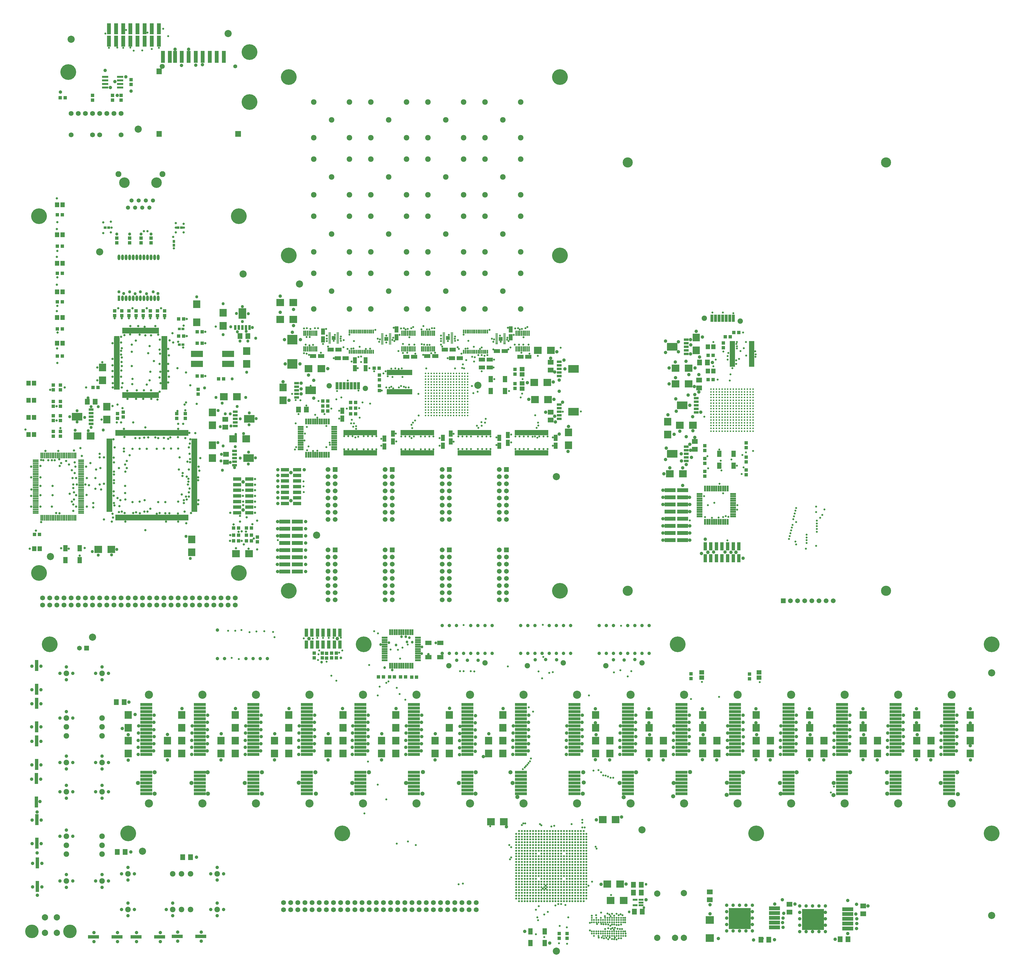
<source format=gts>
G75*
G70*
%OFA0B0*%
%FSLAX24Y24*%
%IPPOS*%
%LPD*%
%AMOC8*
5,1,8,0,0,1.08239X$1,22.5*
%
%ADD102C,0.0780*%
%ADD104C,0.1419*%
%ADD108R,0.1025X0.1104*%
%ADD110C,0.0330*%
%ADD114R,0.0356X0.0434*%
%ADD115R,0.0552X0.0552*%
%ADD116C,0.0749*%
%ADD117R,0.0789X0.0202*%
%ADD118R,0.1163X0.0474*%
%ADD119R,0.0380X0.0680*%
%ADD120R,0.0680X0.0380*%
%ADD121R,0.0828X0.0277*%
%ADD124R,0.0631X0.0867*%
%ADD125R,0.0474X0.1576*%
%ADD129C,0.0830*%
%ADD136R,0.0808X0.0198*%
%ADD141C,0.0580*%
%ADD142R,0.0867X0.0552*%
%ADD146C,0.0513*%
%ADD148R,0.0789X0.0710*%
%ADD149R,0.1580X0.0580*%
%ADD15R,0.0474X0.1163*%
%ADD153R,0.0474X0.0513*%
%ADD155R,0.0277X0.0828*%
%ADD156C,0.0380*%
%ADD159R,0.0749X0.0789*%
%ADD160R,0.1480X0.1080*%
%ADD161R,0.0237X0.0789*%
%ADD183R,0.3080X0.2980*%
%ADD185R,0.1080X0.1480*%
%ADD186C,0.2200*%
%ADD187R,0.0257X0.0749*%
%ADD189R,0.0671X0.0671*%
%ADD192R,0.0434X0.0356*%
%ADD193R,0.0202X0.0789*%
%ADD20R,0.0552X0.0867*%
%ADD200R,0.0513X0.0474*%
%ADD207R,0.0828X0.0828*%
%ADD209R,0.1655X0.0415*%
%ADD21R,0.1104X0.1025*%
%ADD212R,0.0434X0.1025*%
%ADD214R,0.0789X0.0237*%
%ADD217R,0.0887X0.0316*%
%ADD22R,0.0749X0.0257*%
%ADD220C,0.0710*%
%ADD225R,0.0552X0.1655*%
%ADD227R,0.0867X0.0631*%
%ADD230R,0.0592X0.0710*%
%ADD231C,0.0552*%
%ADD232C,0.0680*%
%ADD241R,0.1694X0.0907*%
%ADD242R,0.0380X0.0780*%
%ADD243O,0.0380X0.0780*%
%ADD244O,0.0789X0.0202*%
%ADD25C,0.1480*%
%ADD254R,0.0245X0.0572*%
%ADD255R,0.1440X0.1320*%
%ADD256R,0.0336X0.0178*%
%ADD257R,0.0198X0.0730*%
%ADD258R,0.1529X0.0580*%
%ADD30C,0.1000*%
%ADD31R,0.1576X0.0474*%
%ADD34C,0.0277*%
%ADD40C,0.0248*%
%ADD41R,0.0710X0.0789*%
%ADD44R,0.0198X0.0808*%
%ADD50R,0.0580X0.1529*%
%ADD51C,0.1900*%
%ADD56C,0.0480*%
%ADD59C,0.0880*%
%ADD62R,0.0710X0.0592*%
%ADD63C,0.0217*%
%ADD67R,0.0651X0.0277*%
%ADD70C,0.0280*%
%ADD71C,0.0430*%
%ADD89C,0.1143*%
%ADD91C,0.0671*%
%ADD94R,0.1182X0.1104*%
X002000Y002000D02*
G01*
G75*
D200*
X053735Y041450D02*
D03*
X053065Y041450D02*
D03*
X056835Y041450D02*
D03*
X055285Y041450D02*
D03*
X058385Y041400D02*
D03*
X054615Y041450D02*
D03*
X056165Y041450D02*
D03*
X057715Y041400D02*
D03*
D153*
X047150Y044785D02*
D03*
X047150Y044115D02*
D03*
X046500Y044785D02*
D03*
X046500Y044115D02*
D03*
X045800Y044065D02*
D03*
X045800Y044735D02*
D03*
X045200Y044785D02*
D03*
X045200Y044115D02*
D03*
X044050Y044785D02*
D03*
X044050Y044115D02*
D03*
X078378Y004815D02*
D03*
X078378Y005484D02*
D03*
X079480Y004815D02*
D03*
X079480Y005484D02*
D03*
X096850Y041215D02*
D03*
X096850Y041885D02*
D03*
X105050Y041165D02*
D03*
X105050Y041835D02*
D03*
D40*
X087354Y005465D02*
D03*
X084519Y005150D02*
D03*
X084834Y005150D02*
D03*
X084834Y005465D02*
D03*
X084834Y005779D02*
D03*
X084834Y007039D02*
D03*
X084834Y007354D02*
D03*
X084834Y007669D02*
D03*
X084519Y007354D02*
D03*
X084519Y007039D02*
D03*
X084519Y005779D02*
D03*
X084519Y005465D02*
D03*
X083890Y005465D02*
D03*
X083890Y005779D02*
D03*
X083890Y007039D02*
D03*
X083890Y007354D02*
D03*
X083890Y005150D02*
D03*
X084205Y007354D02*
D03*
X084205Y007039D02*
D03*
X084205Y005779D02*
D03*
X084205Y005465D02*
D03*
X084205Y007669D02*
D03*
X083260Y005465D02*
D03*
X083260Y005779D02*
D03*
X083260Y007039D02*
D03*
X083260Y007354D02*
D03*
X083260Y005150D02*
D03*
X083575Y007354D02*
D03*
X083575Y007039D02*
D03*
X083575Y005779D02*
D03*
X083575Y005465D02*
D03*
X083575Y007669D02*
D03*
X082945Y007354D02*
D03*
X082945Y007039D02*
D03*
X082945Y005779D02*
D03*
X082945Y005465D02*
D03*
X082945Y007669D02*
D03*
X085464Y005150D02*
D03*
X085464Y005465D02*
D03*
X085464Y005779D02*
D03*
X085464Y007039D02*
D03*
X085464Y007354D02*
D03*
X085464Y007669D02*
D03*
X085149Y007669D02*
D03*
X085149Y007354D02*
D03*
X085149Y007039D02*
D03*
X085149Y005779D02*
D03*
X085149Y005465D02*
D03*
X085149Y005150D02*
D03*
X086094Y005150D02*
D03*
X086094Y005465D02*
D03*
X086094Y005779D02*
D03*
X086094Y007039D02*
D03*
X086094Y007354D02*
D03*
X086094Y007669D02*
D03*
X085779Y007669D02*
D03*
X085779Y007354D02*
D03*
X085779Y007039D02*
D03*
X085779Y005779D02*
D03*
X085779Y005465D02*
D03*
X085779Y005150D02*
D03*
X086724Y005150D02*
D03*
X086724Y005465D02*
D03*
X086724Y005779D02*
D03*
X086724Y007039D02*
D03*
X086724Y007354D02*
D03*
X086724Y007669D02*
D03*
X086409Y007669D02*
D03*
X086409Y007354D02*
D03*
X086409Y007039D02*
D03*
X086409Y005779D02*
D03*
X086409Y005465D02*
D03*
X086409Y005150D02*
D03*
X087039Y005150D02*
D03*
X087039Y005465D02*
D03*
X087039Y005779D02*
D03*
X087039Y007039D02*
D03*
X087039Y007354D02*
D03*
X087039Y007669D02*
D03*
X087354Y007669D02*
D03*
X087354Y007354D02*
D03*
X087354Y007039D02*
D03*
X087354Y005779D02*
D03*
X087354Y005150D02*
D03*
D34*
X075898Y011173D02*
D03*
X075898Y011567D02*
D03*
X078654Y009992D02*
D03*
X078260Y009992D02*
D03*
X077866Y009992D02*
D03*
X078654Y010386D02*
D03*
X078260Y010386D02*
D03*
X077866Y010386D02*
D03*
X075898Y009992D02*
D03*
X076291Y009992D02*
D03*
X073929Y012354D02*
D03*
X080622Y012354D02*
D03*
X080622Y011567D02*
D03*
X080228Y011567D02*
D03*
X079835Y011567D02*
D03*
X081803Y012354D02*
D03*
X081409Y012354D02*
D03*
X081016Y011961D02*
D03*
X081409Y011173D02*
D03*
X081016Y011173D02*
D03*
X081409Y011567D02*
D03*
X081016Y011567D02*
D03*
X078654Y012354D02*
D03*
X079441Y011961D02*
D03*
X081016Y010780D02*
D03*
X080622Y011173D02*
D03*
X080622Y010780D02*
D03*
X080228Y010780D02*
D03*
X079441Y012354D02*
D03*
X079441Y012748D02*
D03*
X079441Y010780D02*
D03*
X080228Y011173D02*
D03*
X079441Y011173D02*
D03*
X079047Y011173D02*
D03*
X079835Y011961D02*
D03*
X078654Y011961D02*
D03*
X082197Y012354D02*
D03*
X082197Y011961D02*
D03*
X081409Y011961D02*
D03*
X079835Y013142D02*
D03*
X079047Y011567D02*
D03*
X081803Y010780D02*
D03*
X081803Y011173D02*
D03*
X081803Y011567D02*
D03*
X082197Y010780D02*
D03*
X082197Y011173D02*
D03*
X081409Y009992D02*
D03*
X081016Y009992D02*
D03*
X081409Y010386D02*
D03*
X079047Y012354D02*
D03*
X079047Y011961D02*
D03*
X080622Y009992D02*
D03*
X081016Y010386D02*
D03*
X080228Y009992D02*
D03*
X080228Y010386D02*
D03*
X079835Y009992D02*
D03*
X079441Y009992D02*
D03*
X079047Y009992D02*
D03*
X079047Y010386D02*
D03*
X079835Y012748D02*
D03*
X079835Y010780D02*
D03*
X079835Y010386D02*
D03*
X082197Y011567D02*
D03*
X081016Y012354D02*
D03*
X080228Y012354D02*
D03*
X081409Y012748D02*
D03*
X079835Y011173D02*
D03*
X079047Y012748D02*
D03*
X078654Y012748D02*
D03*
X079441Y013142D02*
D03*
X080622Y010386D02*
D03*
X079441Y010386D02*
D03*
X079441Y011567D02*
D03*
X081803Y011961D02*
D03*
X080622Y011961D02*
D03*
X075898Y019441D02*
D03*
X076685Y019835D02*
D03*
X076291Y019835D02*
D03*
X075898Y019835D02*
D03*
X077866Y019047D02*
D03*
X077472Y019047D02*
D03*
X077866Y019441D02*
D03*
X077472Y019441D02*
D03*
X075110Y019835D02*
D03*
X074717Y019835D02*
D03*
X075898Y018654D02*
D03*
X075898Y019047D02*
D03*
X074323Y019835D02*
D03*
X073929Y019835D02*
D03*
X075504Y019441D02*
D03*
X075504Y019835D02*
D03*
X078654Y019441D02*
D03*
X078654Y019835D02*
D03*
X078260Y019835D02*
D03*
X077866Y019835D02*
D03*
X079441Y013535D02*
D03*
X081803Y013929D02*
D03*
X080622Y013929D02*
D03*
X082197Y014717D02*
D03*
X079047Y015504D02*
D03*
X081803Y015898D02*
D03*
X080622Y015898D02*
D03*
X079441Y016291D02*
D03*
X079441Y016685D02*
D03*
X075110Y016685D02*
D03*
X079441Y017079D02*
D03*
X079047Y017079D02*
D03*
X075898Y017079D02*
D03*
X075504Y017079D02*
D03*
X081803Y017866D02*
D03*
X080622Y017866D02*
D03*
X073929Y017866D02*
D03*
X072748Y017866D02*
D03*
X079441Y018260D02*
D03*
X075110Y018260D02*
D03*
X080622Y019441D02*
D03*
X079441Y019441D02*
D03*
X078260Y019441D02*
D03*
X076291Y019441D02*
D03*
X075110Y019441D02*
D03*
X073929Y019441D02*
D03*
X082197Y018654D02*
D03*
X081803Y018654D02*
D03*
X081409Y017472D02*
D03*
X081016Y017472D02*
D03*
X082197Y019047D02*
D03*
X081803Y019047D02*
D03*
X081803Y018260D02*
D03*
X081409Y018260D02*
D03*
X081016Y018654D02*
D03*
X081016Y019047D02*
D03*
X080228Y019047D02*
D03*
X080228Y019441D02*
D03*
X080622Y019835D02*
D03*
X080228Y019835D02*
D03*
X081409Y019835D02*
D03*
X081016Y019835D02*
D03*
X081409Y019441D02*
D03*
X081016Y019441D02*
D03*
X079835Y019835D02*
D03*
X079441Y019835D02*
D03*
X079047Y019441D02*
D03*
X079047Y019835D02*
D03*
X082197Y017472D02*
D03*
X081803Y017472D02*
D03*
X082197Y017866D02*
D03*
X082197Y018260D02*
D03*
X082197Y017079D02*
D03*
X081803Y017079D02*
D03*
X082197Y016685D02*
D03*
X081803Y016685D02*
D03*
X081016Y016685D02*
D03*
X080622Y016685D02*
D03*
X082197Y015504D02*
D03*
X082197Y015898D02*
D03*
X082197Y016291D02*
D03*
X081803Y016291D02*
D03*
X081803Y014717D02*
D03*
X081409Y014717D02*
D03*
X081803Y015110D02*
D03*
X081409Y015110D02*
D03*
X082197Y014323D02*
D03*
X081803Y014323D02*
D03*
X081803Y013535D02*
D03*
X081409Y013535D02*
D03*
X082197Y013535D02*
D03*
X082197Y013929D02*
D03*
X073535Y018654D02*
D03*
X073535Y019441D02*
D03*
X073535Y019047D02*
D03*
X073535Y019835D02*
D03*
X073142Y019441D02*
D03*
X073142Y019835D02*
D03*
X072354Y017866D02*
D03*
X072354Y018260D02*
D03*
X072748Y018654D02*
D03*
X072354Y018654D02*
D03*
X073535Y017079D02*
D03*
X073142Y017079D02*
D03*
X072748Y017079D02*
D03*
X072354Y017079D02*
D03*
X072354Y017472D02*
D03*
X072748Y017472D02*
D03*
X073142Y016291D02*
D03*
X072748Y016291D02*
D03*
X072748Y016685D02*
D03*
X072354Y016685D02*
D03*
X072748Y015504D02*
D03*
X072354Y015504D02*
D03*
X073535Y015898D02*
D03*
X073142Y015898D02*
D03*
X073142Y015110D02*
D03*
X072748Y015110D02*
D03*
X082197Y010386D02*
D03*
X082197Y012748D02*
D03*
X082197Y013142D02*
D03*
X082197Y015110D02*
D03*
X082197Y019441D02*
D03*
X081803Y009992D02*
D03*
X081803Y010386D02*
D03*
X081803Y012748D02*
D03*
X081803Y013142D02*
D03*
X081803Y015504D02*
D03*
X081803Y019441D02*
D03*
X081803Y019835D02*
D03*
X081409Y010780D02*
D03*
X081409Y013142D02*
D03*
X081409Y013929D02*
D03*
X081409Y014323D02*
D03*
X081409Y015504D02*
D03*
X081409Y015898D02*
D03*
X081409Y016291D02*
D03*
X081409Y016685D02*
D03*
X081409Y017079D02*
D03*
X081409Y017866D02*
D03*
X081409Y018654D02*
D03*
X081409Y019047D02*
D03*
X081016Y012748D02*
D03*
X081016Y013142D02*
D03*
X081016Y013535D02*
D03*
X081016Y013929D02*
D03*
X081016Y014323D02*
D03*
X081016Y014717D02*
D03*
X081016Y015110D02*
D03*
X081016Y015504D02*
D03*
X081016Y015898D02*
D03*
X081016Y016291D02*
D03*
X081016Y017079D02*
D03*
X081016Y017866D02*
D03*
X081016Y018260D02*
D03*
X080622Y012748D02*
D03*
X080622Y013142D02*
D03*
X080622Y013535D02*
D03*
X080622Y014323D02*
D03*
X080622Y014717D02*
D03*
X080622Y015110D02*
D03*
X080622Y015504D02*
D03*
X080622Y016291D02*
D03*
X080622Y017079D02*
D03*
X080622Y017472D02*
D03*
X080622Y018260D02*
D03*
X080622Y018654D02*
D03*
X080622Y019047D02*
D03*
X080228Y011961D02*
D03*
X080228Y012748D02*
D03*
X080228Y013142D02*
D03*
X080228Y013535D02*
D03*
X080228Y013929D02*
D03*
X080228Y014323D02*
D03*
X080228Y014717D02*
D03*
X080228Y015110D02*
D03*
X080228Y015504D02*
D03*
X080228Y015898D02*
D03*
X080228Y016291D02*
D03*
X080228Y016685D02*
D03*
X080228Y017079D02*
D03*
X080228Y017472D02*
D03*
X080228Y017866D02*
D03*
X080228Y018260D02*
D03*
X080228Y018654D02*
D03*
X079835Y012354D02*
D03*
X079835Y013535D02*
D03*
X079835Y013929D02*
D03*
X079835Y014323D02*
D03*
X079835Y014717D02*
D03*
X079835Y015110D02*
D03*
X079835Y015504D02*
D03*
X079835Y015898D02*
D03*
X079835Y016291D02*
D03*
X079835Y016685D02*
D03*
X079835Y017079D02*
D03*
X079835Y017472D02*
D03*
X079835Y017866D02*
D03*
X079835Y018260D02*
D03*
X079835Y018654D02*
D03*
X079835Y019047D02*
D03*
X079835Y019441D02*
D03*
X079441Y013929D02*
D03*
X079441Y014323D02*
D03*
X079441Y014717D02*
D03*
X079441Y015110D02*
D03*
X079441Y015504D02*
D03*
X079441Y015898D02*
D03*
X079441Y017472D02*
D03*
X079441Y017866D02*
D03*
X079441Y018654D02*
D03*
X079441Y019047D02*
D03*
X079047Y010780D02*
D03*
X079047Y017472D02*
D03*
X079047Y017866D02*
D03*
X079047Y018260D02*
D03*
X079047Y018654D02*
D03*
X079047Y019047D02*
D03*
X078654Y011173D02*
D03*
X078654Y011567D02*
D03*
X078654Y014323D02*
D03*
X078654Y014717D02*
D03*
X078654Y015110D02*
D03*
X078654Y015504D02*
D03*
X078654Y017472D02*
D03*
X078654Y017866D02*
D03*
X078654Y018260D02*
D03*
X078654Y018654D02*
D03*
X078654Y019047D02*
D03*
X078260Y010780D02*
D03*
X078260Y011173D02*
D03*
X078260Y011567D02*
D03*
X078260Y011961D02*
D03*
X078260Y012354D02*
D03*
X078260Y013535D02*
D03*
X078260Y014323D02*
D03*
X078260Y014717D02*
D03*
X078260Y015110D02*
D03*
X078260Y015504D02*
D03*
X078260Y016291D02*
D03*
X078260Y017472D02*
D03*
X078260Y017866D02*
D03*
X078260Y018654D02*
D03*
X077866Y011173D02*
D03*
X077866Y011567D02*
D03*
X077866Y011961D02*
D03*
X077866Y012354D02*
D03*
X077866Y012748D02*
D03*
X077866Y013535D02*
D03*
X077866Y013929D02*
D03*
X077866Y014717D02*
D03*
X077866Y015110D02*
D03*
X077866Y015898D02*
D03*
X077866Y016291D02*
D03*
X077866Y016685D02*
D03*
X077866Y017472D02*
D03*
X077866Y018260D02*
D03*
X077472Y009992D02*
D03*
X077472Y010780D02*
D03*
X077472Y011173D02*
D03*
X077472Y011567D02*
D03*
X077472Y011961D02*
D03*
X077472Y012354D02*
D03*
X077472Y012748D02*
D03*
X077472Y013142D02*
D03*
X077472Y013535D02*
D03*
X077472Y013929D02*
D03*
X077472Y014323D02*
D03*
X077472Y014717D02*
D03*
X077472Y015110D02*
D03*
X077472Y015504D02*
D03*
X077472Y015898D02*
D03*
X077472Y016291D02*
D03*
X077472Y016685D02*
D03*
X077472Y017079D02*
D03*
X077472Y019835D02*
D03*
X077079Y010780D02*
D03*
X077079Y011173D02*
D03*
X077079Y011567D02*
D03*
X077079Y011961D02*
D03*
X077079Y012748D02*
D03*
X077079Y017079D02*
D03*
X077079Y017472D02*
D03*
X077079Y018260D02*
D03*
X077079Y018654D02*
D03*
X077079Y019047D02*
D03*
X077079Y019441D02*
D03*
X076685Y010386D02*
D03*
X076685Y010780D02*
D03*
X076685Y011173D02*
D03*
X076685Y013142D02*
D03*
X076685Y017079D02*
D03*
X076685Y019047D02*
D03*
X076685Y019441D02*
D03*
X076291Y010780D02*
D03*
X076291Y011173D02*
D03*
X076291Y011567D02*
D03*
X076291Y017472D02*
D03*
X075898Y010780D02*
D03*
X075898Y011961D02*
D03*
X075898Y012354D02*
D03*
X075898Y017472D02*
D03*
X075898Y017866D02*
D03*
X075898Y018260D02*
D03*
X075504Y011173D02*
D03*
X075504Y011567D02*
D03*
X075504Y011961D02*
D03*
X075504Y012354D02*
D03*
X075504Y014323D02*
D03*
X075504Y017472D02*
D03*
X075504Y017866D02*
D03*
X075504Y018260D02*
D03*
X075504Y018654D02*
D03*
X075110Y011961D02*
D03*
X075110Y012354D02*
D03*
X075110Y013535D02*
D03*
X075110Y013929D02*
D03*
X075110Y014323D02*
D03*
X075110Y014717D02*
D03*
X075110Y015110D02*
D03*
X075110Y015504D02*
D03*
X075110Y015898D02*
D03*
X075110Y016291D02*
D03*
X075110Y017079D02*
D03*
X075110Y017472D02*
D03*
X075110Y017866D02*
D03*
X075110Y018654D02*
D03*
X075110Y019047D02*
D03*
X074717Y011961D02*
D03*
X074717Y012354D02*
D03*
X074717Y012748D02*
D03*
X074717Y013142D02*
D03*
X074717Y013535D02*
D03*
X074717Y013929D02*
D03*
X074717Y014323D02*
D03*
X074717Y014717D02*
D03*
X074717Y015110D02*
D03*
X074717Y015504D02*
D03*
X074717Y015898D02*
D03*
X074717Y016291D02*
D03*
X074717Y016685D02*
D03*
X074717Y017079D02*
D03*
X074717Y017472D02*
D03*
X074717Y017866D02*
D03*
X074717Y018260D02*
D03*
X074717Y018654D02*
D03*
X074717Y019047D02*
D03*
X074717Y019441D02*
D03*
X074323Y012354D02*
D03*
X074323Y012748D02*
D03*
X074323Y013142D02*
D03*
X074323Y013535D02*
D03*
X074323Y013929D02*
D03*
X074323Y014323D02*
D03*
X074323Y014717D02*
D03*
X074323Y015504D02*
D03*
X074323Y015898D02*
D03*
X074323Y016291D02*
D03*
X074323Y016685D02*
D03*
X074323Y017079D02*
D03*
X074323Y017472D02*
D03*
X074323Y018260D02*
D03*
X074323Y018654D02*
D03*
X074323Y019047D02*
D03*
X074323Y019441D02*
D03*
X073929Y012748D02*
D03*
X073929Y013142D02*
D03*
X073929Y013535D02*
D03*
X073929Y013929D02*
D03*
X073929Y014323D02*
D03*
X073929Y014717D02*
D03*
X073929Y015110D02*
D03*
X073929Y015504D02*
D03*
X073929Y015898D02*
D03*
X073929Y016291D02*
D03*
X073929Y016685D02*
D03*
X073929Y017079D02*
D03*
X073929Y017472D02*
D03*
X073929Y018260D02*
D03*
X073929Y018654D02*
D03*
X073929Y019047D02*
D03*
X073535Y013142D02*
D03*
X073535Y013535D02*
D03*
X073535Y013929D02*
D03*
X073535Y014323D02*
D03*
X073535Y014717D02*
D03*
X073535Y015110D02*
D03*
X073535Y015504D02*
D03*
X073535Y016291D02*
D03*
X073535Y016685D02*
D03*
X073535Y017472D02*
D03*
X073535Y017866D02*
D03*
X073535Y018260D02*
D03*
X073142Y013535D02*
D03*
X073142Y013929D02*
D03*
X073142Y014323D02*
D03*
X073142Y014717D02*
D03*
X073142Y015504D02*
D03*
X073142Y017472D02*
D03*
X073142Y017866D02*
D03*
X073142Y018260D02*
D03*
X073142Y018654D02*
D03*
X072748Y013142D02*
D03*
X072748Y013535D02*
D03*
X072748Y013929D02*
D03*
X072748Y014323D02*
D03*
X072748Y014717D02*
D03*
X072748Y015898D02*
D03*
X072748Y018260D02*
D03*
X072748Y019047D02*
D03*
X072354Y013142D02*
D03*
X072354Y013535D02*
D03*
X072354Y013929D02*
D03*
X072354Y014323D02*
D03*
X072354Y015110D02*
D03*
X072354Y015898D02*
D03*
X072354Y016291D02*
D03*
X072354Y019047D02*
D03*
X072748Y019835D02*
D03*
X077079Y019835D02*
D03*
X072748Y011961D02*
D03*
X073929Y011961D02*
D03*
X074323Y011961D02*
D03*
X075110Y011567D02*
D03*
X076685Y011567D02*
D03*
X075504Y010780D02*
D03*
X072354Y010386D02*
D03*
X072748Y010386D02*
D03*
X073929Y010386D02*
D03*
X075110Y010386D02*
D03*
X072748Y009992D02*
D03*
X077079Y009992D02*
D03*
X072354Y019441D02*
D03*
X072748Y019441D02*
D03*
X073142Y019047D02*
D03*
X075504Y019047D02*
D03*
X076685Y018260D02*
D03*
X074323Y017866D02*
D03*
X076291Y017079D02*
D03*
X078260Y017079D02*
D03*
X078654Y017079D02*
D03*
X073142Y016685D02*
D03*
X075898Y016685D02*
D03*
X076291Y016685D02*
D03*
X076685Y016685D02*
D03*
X077079Y016685D02*
D03*
X078260Y016685D02*
D03*
X078654Y016685D02*
D03*
X075504Y016291D02*
D03*
X075898Y016291D02*
D03*
X076291Y016291D02*
D03*
X076685Y016291D02*
D03*
X077079Y016291D02*
D03*
X078654Y016291D02*
D03*
X079047Y016291D02*
D03*
X075504Y015898D02*
D03*
X075898Y015898D02*
D03*
X076291Y015898D02*
D03*
X076685Y015898D02*
D03*
X077079Y015898D02*
D03*
X078260Y015898D02*
D03*
X078654Y015898D02*
D03*
X079047Y015898D02*
D03*
X075504Y015504D02*
D03*
X075898Y015504D02*
D03*
X076291Y015504D02*
D03*
X076685Y015504D02*
D03*
X077079Y015504D02*
D03*
X077866Y015504D02*
D03*
X074323Y015110D02*
D03*
X075504Y015110D02*
D03*
X075898Y015110D02*
D03*
X076291Y015110D02*
D03*
X076685Y015110D02*
D03*
X077079Y015110D02*
D03*
X079047Y015110D02*
D03*
X072354Y014717D02*
D03*
X075504Y014717D02*
D03*
X075898Y014717D02*
D03*
X076291Y014717D02*
D03*
X076685Y014717D02*
D03*
X077079Y014717D02*
D03*
X079047Y014717D02*
D03*
X075898Y014323D02*
D03*
X076291Y014323D02*
D03*
X076685Y014323D02*
D03*
X077079Y014323D02*
D03*
X077866Y014323D02*
D03*
X079047Y014323D02*
D03*
X075504Y013929D02*
D03*
X075898Y013929D02*
D03*
X076291Y013929D02*
D03*
X076685Y013929D02*
D03*
X077079Y013929D02*
D03*
X078260Y013929D02*
D03*
X078654Y013929D02*
D03*
X079047Y013929D02*
D03*
X075504Y013535D02*
D03*
X075898Y013535D02*
D03*
X076291Y013535D02*
D03*
X076685Y013535D02*
D03*
X077079Y013535D02*
D03*
X078654Y013535D02*
D03*
X079047Y013535D02*
D03*
X073142Y013142D02*
D03*
X075110Y013142D02*
D03*
X075898Y013142D02*
D03*
X076291Y013142D02*
D03*
X077079Y013142D02*
D03*
X077866Y013142D02*
D03*
X078260Y013142D02*
D03*
X078654Y013142D02*
D03*
X075110Y012748D02*
D03*
X075504Y012748D02*
D03*
X075898Y012748D02*
D03*
X076291Y012748D02*
D03*
X078260Y012748D02*
D03*
X076291Y011961D02*
D03*
X076685Y011961D02*
D03*
X077866Y010780D02*
D03*
X076291Y010386D02*
D03*
X076291Y018260D02*
D03*
X078260Y018260D02*
D03*
X076685Y012354D02*
D03*
X077079Y012354D02*
D03*
X076291Y012354D02*
D03*
X076685Y012748D02*
D03*
X077866Y017079D02*
D03*
X076685Y017472D02*
D03*
X077472Y017472D02*
D03*
X078654Y010780D02*
D03*
X075898Y010386D02*
D03*
X077472Y018654D02*
D03*
X077472Y018260D02*
D03*
X076685Y017866D02*
D03*
X077079Y017866D02*
D03*
X077472Y017866D02*
D03*
X077866Y017866D02*
D03*
X078260Y019047D02*
D03*
X077866Y018654D02*
D03*
X076291Y017866D02*
D03*
X076291Y019047D02*
D03*
X076291Y018654D02*
D03*
X076685Y018654D02*
D03*
X072748Y012748D02*
D03*
X072354Y012748D02*
D03*
X076685Y009992D02*
D03*
X077472Y010386D02*
D03*
X077079Y010386D02*
D03*
X073142Y011567D02*
D03*
X075110Y010780D02*
D03*
X072354Y012354D02*
D03*
X072748Y012354D02*
D03*
X072354Y011961D02*
D03*
X072354Y011567D02*
D03*
X072748Y011567D02*
D03*
X072354Y011173D02*
D03*
X072748Y011173D02*
D03*
X072354Y010780D02*
D03*
X072748Y010780D02*
D03*
X073142Y010386D02*
D03*
X073535Y010386D02*
D03*
X073142Y009992D02*
D03*
X073535Y009992D02*
D03*
X074323Y010386D02*
D03*
X074717Y010386D02*
D03*
X073929Y009992D02*
D03*
X074323Y009992D02*
D03*
X074717Y009992D02*
D03*
X073142Y011961D02*
D03*
X073535Y011961D02*
D03*
X073142Y012748D02*
D03*
X073535Y012748D02*
D03*
X073142Y012354D02*
D03*
X073535Y012354D02*
D03*
X073142Y011173D02*
D03*
X073535Y011173D02*
D03*
X073929Y011173D02*
D03*
X075504Y010386D02*
D03*
X074323Y011173D02*
D03*
X074717Y011173D02*
D03*
X073142Y010780D02*
D03*
X073535Y010780D02*
D03*
X073929Y010780D02*
D03*
X074323Y010780D02*
D03*
X074717Y010780D02*
D03*
X075110Y011173D02*
D03*
X073929Y011567D02*
D03*
X074323Y011567D02*
D03*
X074717Y011567D02*
D03*
X075110Y009992D02*
D03*
X075504Y009992D02*
D03*
X073535Y011567D02*
D03*
D108*
X046000Y032506D02*
D03*
X046000Y030694D02*
D03*
X040500Y034294D02*
D03*
X040500Y036106D02*
D03*
X040500Y032506D02*
D03*
X040500Y030694D02*
D03*
X038500Y030694D02*
D03*
X038500Y032506D02*
D03*
X033000Y036106D02*
D03*
X033000Y034294D02*
D03*
X033000Y030694D02*
D03*
X033000Y032506D02*
D03*
X031000Y032506D02*
D03*
X031000Y030694D02*
D03*
X025500Y034294D02*
D03*
X025500Y036106D02*
D03*
X025500Y032506D02*
D03*
X025500Y030694D02*
D03*
X023500Y030694D02*
D03*
X023500Y032506D02*
D03*
X018000Y036106D02*
D03*
X018000Y034294D02*
D03*
X018000Y030694D02*
D03*
X018000Y032506D02*
D03*
X048100Y032506D02*
D03*
X048100Y030694D02*
D03*
X048100Y036106D02*
D03*
X048100Y034294D02*
D03*
X053500Y032506D02*
D03*
X053500Y030694D02*
D03*
X055500Y032506D02*
D03*
X055500Y030694D02*
D03*
X055500Y036106D02*
D03*
X055500Y034294D02*
D03*
X061000Y032506D02*
D03*
X061000Y030694D02*
D03*
X063000Y032506D02*
D03*
X063000Y030694D02*
D03*
X063000Y036106D02*
D03*
X063000Y034294D02*
D03*
X068500Y032506D02*
D03*
X068500Y030694D02*
D03*
X070500Y032506D02*
D03*
X070500Y030694D02*
D03*
X070500Y036106D02*
D03*
X070500Y034294D02*
D03*
X083500Y032506D02*
D03*
X083500Y030694D02*
D03*
X083500Y036106D02*
D03*
X083500Y034294D02*
D03*
X085500Y032506D02*
D03*
X085500Y030694D02*
D03*
X091000Y032506D02*
D03*
X091000Y030694D02*
D03*
X091000Y036106D02*
D03*
X091000Y034294D02*
D03*
X093000Y032506D02*
D03*
X093000Y030694D02*
D03*
X098500Y032506D02*
D03*
X098500Y030694D02*
D03*
X098500Y036106D02*
D03*
X098500Y034294D02*
D03*
X100500Y032506D02*
D03*
X100500Y030694D02*
D03*
X106000Y032506D02*
D03*
X106000Y030694D02*
D03*
X106000Y036106D02*
D03*
X106000Y034294D02*
D03*
X108000Y032506D02*
D03*
X108000Y030694D02*
D03*
X113500Y032506D02*
D03*
X113500Y030694D02*
D03*
X113500Y036106D02*
D03*
X113500Y034294D02*
D03*
X115500Y032506D02*
D03*
X115500Y030694D02*
D03*
X121000Y032506D02*
D03*
X121000Y030694D02*
D03*
X121000Y036106D02*
D03*
X121000Y034294D02*
D03*
X123000Y032506D02*
D03*
X123000Y030694D02*
D03*
X128500Y032506D02*
D03*
X128500Y030694D02*
D03*
X128500Y036106D02*
D03*
X128500Y034294D02*
D03*
X130500Y032506D02*
D03*
X130500Y030694D02*
D03*
X136000Y032506D02*
D03*
X136000Y030694D02*
D03*
X136000Y034294D02*
D03*
X136000Y036106D02*
D03*
D30*
X139000Y042000D02*
D03*
X020000Y017000D02*
D03*
X139000Y008000D02*
D03*
X078000Y003000D02*
D03*
X090000Y020000D02*
D03*
X013000Y047000D02*
D03*
D183*
X103685Y007579D02*
D03*
X113968Y007433D02*
D03*
D149*
X108535Y009009D02*
D03*
X108535Y008339D02*
D03*
X108535Y007669D02*
D03*
X108535Y006329D02*
D03*
X108535Y006999D02*
D03*
X118818Y006183D02*
D03*
X118818Y006853D02*
D03*
X118818Y007523D02*
D03*
X118818Y008193D02*
D03*
X118818Y008863D02*
D03*
D41*
X117748Y004677D02*
D03*
X107748Y004598D02*
D03*
X106645Y004598D02*
D03*
X016331Y037905D02*
D03*
X016449Y016900D02*
D03*
X088771Y011213D02*
D03*
X089874Y011213D02*
D03*
X088771Y012315D02*
D03*
X089874Y012315D02*
D03*
X088929Y008535D02*
D03*
X026724Y016173D02*
D03*
X025622Y016173D02*
D03*
X017551Y016900D02*
D03*
X017433Y037905D02*
D03*
X090031Y008535D02*
D03*
X118850Y004677D02*
D03*
D148*
X110661Y008457D02*
D03*
X110661Y009559D02*
D03*
X099480Y011291D02*
D03*
X099480Y010189D02*
D03*
X120976Y009323D02*
D03*
X120976Y008220D02*
D03*
D67*
X089008Y010189D02*
D03*
X089008Y009441D02*
D03*
X089854Y010189D02*
D03*
X089854Y009815D02*
D03*
X089854Y009441D02*
D03*
D102*
X026705Y008850D02*
D03*
X025455Y008850D02*
D03*
X024205Y008850D02*
D03*
X017955Y008850D02*
D03*
X017955Y013850D02*
D03*
X024205Y013850D02*
D03*
X025455Y013850D02*
D03*
X026705Y013850D02*
D03*
X030455Y013850D02*
D03*
X030455Y008850D02*
D03*
X009323Y033181D02*
D03*
X009323Y034431D02*
D03*
X009323Y035681D02*
D03*
X009323Y041931D02*
D03*
X014323Y041931D02*
D03*
X014323Y035681D02*
D03*
X014323Y034431D02*
D03*
X014323Y033181D02*
D03*
X014323Y029431D02*
D03*
X009323Y029431D02*
D03*
X009323Y012837D02*
D03*
X014323Y012837D02*
D03*
X014323Y016587D02*
D03*
X014323Y017837D02*
D03*
X014323Y019087D02*
D03*
X014323Y025337D02*
D03*
X009323Y025337D02*
D03*
X009323Y019087D02*
D03*
X009323Y017837D02*
D03*
X009323Y016587D02*
D03*
D155*
X055620Y043007D02*
D03*
X055305Y043007D02*
D03*
X054675Y043007D02*
D03*
X054990Y043007D02*
D03*
X055935Y043007D02*
D03*
X056250Y043007D02*
D03*
X056565Y043007D02*
D03*
X056880Y043007D02*
D03*
X057195Y043007D02*
D03*
X057510Y043007D02*
D03*
X057825Y043007D02*
D03*
X054675Y047693D02*
D03*
X054990Y047693D02*
D03*
X055305Y047693D02*
D03*
X055620Y047693D02*
D03*
X055935Y047693D02*
D03*
X056250Y047693D02*
D03*
X056565Y047693D02*
D03*
X057195Y047693D02*
D03*
X057510Y047693D02*
D03*
X057825Y047693D02*
D03*
X056880Y047693D02*
D03*
D121*
X053907Y045665D02*
D03*
X053907Y046925D02*
D03*
X053907Y046610D02*
D03*
X053907Y046295D02*
D03*
X053907Y045980D02*
D03*
X053907Y045350D02*
D03*
X053907Y045035D02*
D03*
X053907Y044720D02*
D03*
X053907Y044405D02*
D03*
X053907Y044090D02*
D03*
X053907Y043775D02*
D03*
X058593Y046925D02*
D03*
X058593Y046610D02*
D03*
X058593Y046295D02*
D03*
X058593Y045980D02*
D03*
X058593Y045665D02*
D03*
X058593Y045350D02*
D03*
X058593Y044720D02*
D03*
X058593Y044405D02*
D03*
X058593Y044090D02*
D03*
X058593Y043775D02*
D03*
X058593Y045035D02*
D03*
D209*
X103006Y026074D02*
D03*
X103006Y025574D02*
D03*
X103006Y027074D02*
D03*
X103006Y027574D02*
D03*
X095506Y026074D02*
D03*
X095506Y025574D02*
D03*
X095506Y027074D02*
D03*
X095506Y027574D02*
D03*
X088006Y026074D02*
D03*
X088006Y025574D02*
D03*
X088006Y027074D02*
D03*
X088006Y027574D02*
D03*
X080506Y026074D02*
D03*
X080506Y025574D02*
D03*
X080506Y027074D02*
D03*
X080506Y027574D02*
D03*
X125506Y026074D02*
D03*
X125506Y025574D02*
D03*
X125506Y027074D02*
D03*
X125506Y027574D02*
D03*
X118006Y026074D02*
D03*
X118006Y025574D02*
D03*
X118006Y027074D02*
D03*
X118006Y027574D02*
D03*
X110506Y026074D02*
D03*
X110506Y025574D02*
D03*
X110506Y027074D02*
D03*
X110506Y027574D02*
D03*
X133006Y026074D02*
D03*
X133006Y025574D02*
D03*
X133006Y027074D02*
D03*
X133006Y027574D02*
D03*
X073006Y026074D02*
D03*
X073006Y025574D02*
D03*
X073006Y027074D02*
D03*
X073006Y027574D02*
D03*
X065506Y026074D02*
D03*
X065506Y025574D02*
D03*
X065506Y027074D02*
D03*
X065506Y027574D02*
D03*
X058006Y026074D02*
D03*
X058006Y025574D02*
D03*
X058006Y027074D02*
D03*
X058006Y027574D02*
D03*
X050506Y026074D02*
D03*
X050506Y025574D02*
D03*
X050506Y027074D02*
D03*
X050506Y027574D02*
D03*
X043006Y026074D02*
D03*
X043006Y025574D02*
D03*
X043006Y027074D02*
D03*
X043006Y027574D02*
D03*
X035506Y026074D02*
D03*
X035506Y025574D02*
D03*
X035506Y027074D02*
D03*
X035506Y027574D02*
D03*
X020506Y026074D02*
D03*
X020506Y025574D02*
D03*
X020506Y027074D02*
D03*
X020506Y027574D02*
D03*
X035506Y028074D02*
D03*
X035506Y026574D02*
D03*
X035506Y025074D02*
D03*
X035506Y032074D02*
D03*
X035506Y032574D02*
D03*
X035506Y033074D02*
D03*
X035506Y033574D02*
D03*
X035506Y034074D02*
D03*
X035506Y034574D02*
D03*
X035506Y035074D02*
D03*
X035506Y035574D02*
D03*
X035506Y036074D02*
D03*
X035506Y036574D02*
D03*
X035506Y037074D02*
D03*
X035506Y037574D02*
D03*
X043006Y028074D02*
D03*
X043006Y026574D02*
D03*
X043006Y025074D02*
D03*
X043006Y032074D02*
D03*
X043006Y032574D02*
D03*
X043006Y033074D02*
D03*
X043006Y033574D02*
D03*
X043006Y034074D02*
D03*
X043006Y034574D02*
D03*
X043006Y035074D02*
D03*
X043006Y035574D02*
D03*
X043006Y036074D02*
D03*
X043006Y036574D02*
D03*
X043006Y037074D02*
D03*
X043006Y037574D02*
D03*
X020506Y028074D02*
D03*
X020506Y026574D02*
D03*
X020506Y025074D02*
D03*
X020506Y032074D02*
D03*
X020506Y032574D02*
D03*
X020506Y033074D02*
D03*
X020506Y033574D02*
D03*
X020506Y034074D02*
D03*
X020506Y034574D02*
D03*
X020506Y035074D02*
D03*
X020506Y035574D02*
D03*
X020506Y036074D02*
D03*
X020506Y036574D02*
D03*
X020506Y037074D02*
D03*
X020506Y037574D02*
D03*
X028006Y028074D02*
D03*
X028006Y026574D02*
D03*
X028006Y025074D02*
D03*
X028006Y032074D02*
D03*
X028006Y032574D02*
D03*
X028006Y033074D02*
D03*
X028006Y033574D02*
D03*
X028006Y034074D02*
D03*
X028006Y034574D02*
D03*
X028006Y035074D02*
D03*
X028006Y035574D02*
D03*
X028006Y036074D02*
D03*
X028006Y036574D02*
D03*
X028006Y037074D02*
D03*
X028006Y037574D02*
D03*
X065506Y028074D02*
D03*
X065506Y026574D02*
D03*
X065506Y025074D02*
D03*
X065506Y032074D02*
D03*
X065506Y032574D02*
D03*
X065506Y033074D02*
D03*
X065506Y033574D02*
D03*
X065506Y034074D02*
D03*
X065506Y034574D02*
D03*
X065506Y035074D02*
D03*
X065506Y035574D02*
D03*
X065506Y036074D02*
D03*
X065506Y036574D02*
D03*
X065506Y037074D02*
D03*
X065506Y037574D02*
D03*
X073006Y028074D02*
D03*
X073006Y026574D02*
D03*
X073006Y025074D02*
D03*
X073006Y032074D02*
D03*
X073006Y032574D02*
D03*
X073006Y033074D02*
D03*
X073006Y033574D02*
D03*
X073006Y034074D02*
D03*
X073006Y034574D02*
D03*
X073006Y035074D02*
D03*
X073006Y035574D02*
D03*
X073006Y036074D02*
D03*
X073006Y036574D02*
D03*
X073006Y037074D02*
D03*
X073006Y037574D02*
D03*
X050506Y028074D02*
D03*
X050506Y026574D02*
D03*
X050506Y025074D02*
D03*
X050506Y032074D02*
D03*
X050506Y032574D02*
D03*
X050506Y033074D02*
D03*
X050506Y033574D02*
D03*
X050506Y034074D02*
D03*
X050506Y034574D02*
D03*
X050506Y035074D02*
D03*
X050506Y035574D02*
D03*
X050506Y036074D02*
D03*
X050506Y036574D02*
D03*
X050506Y037074D02*
D03*
X050506Y037574D02*
D03*
X058006Y028074D02*
D03*
X058006Y026574D02*
D03*
X058006Y025074D02*
D03*
X058006Y032074D02*
D03*
X058006Y032574D02*
D03*
X058006Y033074D02*
D03*
X058006Y033574D02*
D03*
X058006Y034074D02*
D03*
X058006Y034574D02*
D03*
X058006Y035074D02*
D03*
X058006Y035574D02*
D03*
X058006Y036074D02*
D03*
X058006Y036574D02*
D03*
X058006Y037074D02*
D03*
X058006Y037574D02*
D03*
X095506Y030574D02*
D03*
X095506Y028074D02*
D03*
X095506Y026574D02*
D03*
X095506Y025074D02*
D03*
X095506Y031074D02*
D03*
X095506Y031574D02*
D03*
X095506Y032074D02*
D03*
X095506Y032574D02*
D03*
X095506Y033074D02*
D03*
X095506Y033574D02*
D03*
X095506Y034074D02*
D03*
X095506Y034574D02*
D03*
X095506Y035074D02*
D03*
X095506Y035574D02*
D03*
X095506Y036074D02*
D03*
X095506Y036574D02*
D03*
X095506Y037074D02*
D03*
X095506Y037574D02*
D03*
X103006Y030574D02*
D03*
X103006Y028074D02*
D03*
X103006Y026574D02*
D03*
X103006Y025074D02*
D03*
X103006Y031074D02*
D03*
X103006Y031574D02*
D03*
X103006Y032074D02*
D03*
X103006Y032574D02*
D03*
X103006Y033074D02*
D03*
X103006Y033574D02*
D03*
X103006Y034074D02*
D03*
X103006Y034574D02*
D03*
X103006Y035074D02*
D03*
X103006Y035574D02*
D03*
X103006Y036074D02*
D03*
X103006Y036574D02*
D03*
X103006Y037074D02*
D03*
X103006Y037574D02*
D03*
X080506Y030574D02*
D03*
X080506Y028074D02*
D03*
X080506Y026574D02*
D03*
X080506Y025074D02*
D03*
X080506Y031074D02*
D03*
X080506Y031574D02*
D03*
X080506Y032074D02*
D03*
X080506Y032574D02*
D03*
X080506Y033074D02*
D03*
X080506Y033574D02*
D03*
X080506Y034074D02*
D03*
X080506Y034574D02*
D03*
X080506Y035074D02*
D03*
X080506Y035574D02*
D03*
X080506Y036074D02*
D03*
X080506Y036574D02*
D03*
X080506Y037074D02*
D03*
X080506Y037574D02*
D03*
X088006Y030574D02*
D03*
X088006Y028074D02*
D03*
X088006Y026574D02*
D03*
X088006Y025074D02*
D03*
X088006Y031074D02*
D03*
X088006Y031574D02*
D03*
X088006Y032074D02*
D03*
X088006Y032574D02*
D03*
X088006Y033074D02*
D03*
X088006Y033574D02*
D03*
X088006Y034074D02*
D03*
X088006Y034574D02*
D03*
X088006Y035074D02*
D03*
X088006Y035574D02*
D03*
X088006Y036074D02*
D03*
X088006Y036574D02*
D03*
X088006Y037074D02*
D03*
X088006Y037574D02*
D03*
X133006Y030574D02*
D03*
X133006Y028074D02*
D03*
X133006Y026574D02*
D03*
X133006Y025074D02*
D03*
X133006Y031074D02*
D03*
X133006Y031574D02*
D03*
X133006Y032074D02*
D03*
X133006Y032574D02*
D03*
X133006Y033074D02*
D03*
X133006Y033574D02*
D03*
X133006Y034074D02*
D03*
X133006Y034574D02*
D03*
X133006Y035074D02*
D03*
X133006Y035574D02*
D03*
X133006Y036074D02*
D03*
X133006Y036574D02*
D03*
X133006Y037074D02*
D03*
X133006Y037574D02*
D03*
X110506Y030574D02*
D03*
X110506Y028074D02*
D03*
X110506Y026574D02*
D03*
X110506Y025074D02*
D03*
X110506Y031074D02*
D03*
X110506Y031574D02*
D03*
X110506Y032074D02*
D03*
X110506Y032574D02*
D03*
X110506Y033074D02*
D03*
X110506Y033574D02*
D03*
X110506Y034074D02*
D03*
X110506Y034574D02*
D03*
X110506Y035074D02*
D03*
X110506Y035574D02*
D03*
X110506Y036074D02*
D03*
X110506Y036574D02*
D03*
X110506Y037074D02*
D03*
X110506Y037574D02*
D03*
X118006Y030574D02*
D03*
X118006Y028074D02*
D03*
X118006Y026574D02*
D03*
X118006Y025074D02*
D03*
X118006Y031074D02*
D03*
X118006Y031574D02*
D03*
X118006Y032074D02*
D03*
X118006Y032574D02*
D03*
X118006Y033074D02*
D03*
X118006Y033574D02*
D03*
X118006Y034074D02*
D03*
X118006Y034574D02*
D03*
X118006Y035074D02*
D03*
X118006Y035574D02*
D03*
X118006Y036074D02*
D03*
X118006Y036574D02*
D03*
X118006Y037074D02*
D03*
X118006Y037574D02*
D03*
X125506Y030574D02*
D03*
X125506Y028074D02*
D03*
X125506Y026574D02*
D03*
X125506Y025074D02*
D03*
X125506Y031074D02*
D03*
X125506Y031574D02*
D03*
X125506Y032074D02*
D03*
X125506Y032574D02*
D03*
X125506Y033074D02*
D03*
X125506Y033574D02*
D03*
X125506Y034074D02*
D03*
X125506Y034574D02*
D03*
X125506Y035074D02*
D03*
X125506Y035574D02*
D03*
X125506Y036074D02*
D03*
X125506Y036574D02*
D03*
X125506Y037074D02*
D03*
X125506Y037574D02*
D03*
X028006Y025574D02*
D03*
X028006Y026074D02*
D03*
X028006Y027074D02*
D03*
X028006Y027574D02*
D03*
X020506Y030574D02*
D03*
X020506Y031074D02*
D03*
X020506Y031574D02*
D03*
X028006Y030574D02*
D03*
X028006Y031074D02*
D03*
X028006Y031574D02*
D03*
X035506Y030574D02*
D03*
X035506Y031074D02*
D03*
X035506Y031574D02*
D03*
X043006Y030574D02*
D03*
X043006Y031074D02*
D03*
X043006Y031574D02*
D03*
X050506Y030574D02*
D03*
X050506Y031074D02*
D03*
X050506Y031574D02*
D03*
X058006Y030574D02*
D03*
X058006Y031074D02*
D03*
X058006Y031574D02*
D03*
X065506Y030574D02*
D03*
X065506Y031074D02*
D03*
X065506Y031574D02*
D03*
X073006Y030574D02*
D03*
X073006Y031074D02*
D03*
X073006Y031574D02*
D03*
D62*
X106400Y042074D02*
D03*
X106400Y041326D02*
D03*
X098350Y042074D02*
D03*
X098350Y041326D02*
D03*
D227*
X061704Y046200D02*
D03*
X061704Y044200D02*
D03*
X060050Y044200D02*
D03*
X060050Y046200D02*
D03*
D124*
X074362Y004126D02*
D03*
X076362Y004126D02*
D03*
X074362Y005779D02*
D03*
X076362Y005779D02*
D03*
D31*
X013102Y004992D02*
D03*
X016409Y004992D02*
D03*
X024835Y005071D02*
D03*
X028142Y005071D02*
D03*
X019087Y004992D02*
D03*
X022394Y004992D02*
D03*
D125*
X005110Y023890D02*
D03*
X005110Y027197D02*
D03*
X005150Y039716D02*
D03*
X005150Y043023D02*
D03*
X005150Y034441D02*
D03*
X005150Y037748D02*
D03*
X005150Y029165D02*
D03*
X005150Y032472D02*
D03*
X005268Y012079D02*
D03*
X005268Y015386D02*
D03*
X005189Y021449D02*
D03*
X005189Y018142D02*
D03*
D21*
X086921Y012394D02*
D03*
X085110Y012394D02*
D03*
X086291Y021449D02*
D03*
X084480Y021449D02*
D03*
X068811Y021134D02*
D03*
X070622Y021134D02*
D03*
X087406Y010100D02*
D03*
X085594Y010100D02*
D03*
D94*
X099480Y007354D02*
D03*
X099480Y004835D02*
D03*
D15*
X042938Y045963D02*
D03*
X043725Y045963D02*
D03*
X044513Y045963D02*
D03*
X045300Y045963D02*
D03*
X046087Y045963D02*
D03*
X046875Y045963D02*
D03*
X042938Y047637D02*
D03*
X043725Y047637D02*
D03*
X044513Y047637D02*
D03*
X045300Y047637D02*
D03*
X046087Y047637D02*
D03*
X046875Y047637D02*
D03*
X047662Y045963D02*
D03*
X047662Y047637D02*
D03*
D116*
X067969Y043394D02*
D03*
X062917Y043000D02*
D03*
X084917Y043000D02*
D03*
X089969Y043394D02*
D03*
X073917Y043000D02*
D03*
X078968Y043394D02*
D03*
D232*
X039750Y008800D02*
D03*
X040750Y008800D02*
D03*
X041750Y008800D02*
D03*
X042750Y008800D02*
D03*
X043750Y008800D02*
D03*
X044750Y008800D02*
D03*
X045750Y008800D02*
D03*
X046750Y008800D02*
D03*
X047750Y008800D02*
D03*
X048750Y008800D02*
D03*
X049750Y008800D02*
D03*
X050750Y008800D02*
D03*
X051750Y008800D02*
D03*
X052750Y008800D02*
D03*
X053750Y008800D02*
D03*
X054750Y008800D02*
D03*
X055750Y008800D02*
D03*
X056750Y008800D02*
D03*
X057750Y008800D02*
D03*
X058750Y008800D02*
D03*
X059750Y008800D02*
D03*
X060750Y008800D02*
D03*
X061750Y008800D02*
D03*
X062750Y008800D02*
D03*
X063750Y008800D02*
D03*
X064750Y008800D02*
D03*
X065750Y008800D02*
D03*
X039750Y009800D02*
D03*
X040750Y009800D02*
D03*
X041750Y009800D02*
D03*
X042750Y009800D02*
D03*
X043750Y009800D02*
D03*
X044750Y009800D02*
D03*
X045750Y009800D02*
D03*
X046750Y009800D02*
D03*
X047750Y009800D02*
D03*
X048750Y009800D02*
D03*
X049750Y009800D02*
D03*
X050750Y009800D02*
D03*
X051750Y009800D02*
D03*
X052750Y009800D02*
D03*
X053750Y009800D02*
D03*
X054750Y009800D02*
D03*
X055750Y009800D02*
D03*
X056750Y009800D02*
D03*
X057750Y009800D02*
D03*
X058750Y009800D02*
D03*
X059750Y009800D02*
D03*
X060750Y009800D02*
D03*
X061750Y009800D02*
D03*
X062750Y009800D02*
D03*
X063750Y009800D02*
D03*
X064750Y009800D02*
D03*
X065750Y009800D02*
D03*
X066750Y008800D02*
D03*
X066750Y009800D02*
D03*
D59*
X007981Y005578D02*
D03*
X006331Y005578D02*
D03*
X007981Y007748D02*
D03*
X006331Y007748D02*
D03*
X092108Y011084D02*
D03*
X095858Y011134D02*
D03*
X095858Y004884D02*
D03*
X094608Y004884D02*
D03*
X092108Y004884D02*
D03*
D51*
X004481Y005758D02*
D03*
X009831Y005758D02*
D03*
D91*
X011157Y045464D02*
D03*
D189*
X012157Y045464D02*
D03*
D89*
X035900Y038948D02*
D03*
X035900Y023700D02*
D03*
X043400Y038948D02*
D03*
X043400Y023700D02*
D03*
X020900Y038948D02*
D03*
X020900Y023700D02*
D03*
X028400Y038948D02*
D03*
X028400Y023700D02*
D03*
X065900Y038948D02*
D03*
X065900Y023700D02*
D03*
X073400Y038948D02*
D03*
X073400Y023700D02*
D03*
X050900Y038948D02*
D03*
X050900Y023700D02*
D03*
X058400Y038948D02*
D03*
X058400Y023700D02*
D03*
X095900Y038948D02*
D03*
X095900Y023700D02*
D03*
X103400Y038948D02*
D03*
X103400Y023700D02*
D03*
X080900Y038948D02*
D03*
X080900Y023700D02*
D03*
X088400Y038948D02*
D03*
X088400Y023700D02*
D03*
X133400Y038948D02*
D03*
X133400Y023700D02*
D03*
X110900Y038948D02*
D03*
X110900Y023700D02*
D03*
X118400Y038948D02*
D03*
X118400Y023700D02*
D03*
X125900Y038948D02*
D03*
X125900Y023700D02*
D03*
D186*
X139000Y019500D02*
D03*
X106000Y019500D02*
D03*
X048000Y019500D02*
D03*
X018000Y019500D02*
D03*
X139000Y046000D02*
D03*
X095000Y046000D02*
D03*
X051000Y046000D02*
D03*
X007000Y046000D02*
D03*
D146*
X047269Y046800D02*
D03*
X043332Y046800D02*
D03*
D70*
X082550Y038850D02*
D03*
X044600Y043800D02*
D03*
X052965Y038835D02*
D03*
X071173Y042900D02*
D03*
X076150Y044250D02*
D03*
X087050Y048600D02*
D03*
X086959Y042359D02*
D03*
X086065Y042065D02*
D03*
X088500Y042250D02*
D03*
X088000Y041500D02*
D03*
X076100Y048750D02*
D03*
X077500Y042100D02*
D03*
X077000Y042000D02*
D03*
X075500Y042200D02*
D03*
X076000Y041250D02*
D03*
X065000Y048700D02*
D03*
X066500Y042200D02*
D03*
X066000Y042250D02*
D03*
X065000Y042250D02*
D03*
X064500Y042250D02*
D03*
X032000Y047900D02*
D03*
X033000Y047900D02*
D03*
X033850Y048000D02*
D03*
X035000Y047700D02*
D03*
X035950Y047800D02*
D03*
X037050Y047850D02*
D03*
X038300Y047750D02*
D03*
X032500Y044100D02*
D03*
X033500Y043950D02*
D03*
X084250Y008400D02*
D03*
X068732Y020504D02*
D03*
X085268Y006724D02*
D03*
X084913Y006764D02*
D03*
X084598Y006764D02*
D03*
X084362Y004913D02*
D03*
X083929Y004913D02*
D03*
X084283Y006803D02*
D03*
X083693Y006803D02*
D03*
X085583Y007906D02*
D03*
X085425Y008142D02*
D03*
X085149Y008260D02*
D03*
X085543Y006567D02*
D03*
X085779Y006725D02*
D03*
X085779Y008220D02*
D03*
X086409Y008220D02*
D03*
X086094Y007984D02*
D03*
X086094Y006724D02*
D03*
X086409Y006685D02*
D03*
X087000Y008181D02*
D03*
X086724Y008023D02*
D03*
X086724Y006685D02*
D03*
X087236Y008024D02*
D03*
X086173Y004913D02*
D03*
X086409Y004638D02*
D03*
X086094Y004665D02*
D03*
X085779Y004717D02*
D03*
X084638Y004795D02*
D03*
X086724Y004795D02*
D03*
X087669Y005150D02*
D03*
X087669Y005465D02*
D03*
X087630Y005779D02*
D03*
X086882Y006094D02*
D03*
X087197Y006094D02*
D03*
X086173Y006264D02*
D03*
X086055Y006016D02*
D03*
X086567Y006134D02*
D03*
X087039Y004795D02*
D03*
X085858Y006252D02*
D03*
X085622Y006094D02*
D03*
X085464Y004914D02*
D03*
X085268Y004677D02*
D03*
X084992Y004874D02*
D03*
X085268Y006213D02*
D03*
X087630Y007669D02*
D03*
X087630Y007354D02*
D03*
X087039Y006725D02*
D03*
X087630Y007039D02*
D03*
X084795Y007906D02*
D03*
X083535Y008024D02*
D03*
X082945Y007984D02*
D03*
X082669Y006961D02*
D03*
X084834Y006094D02*
D03*
X085937Y027315D02*
D03*
X077276Y020474D02*
D03*
X077669Y020581D02*
D03*
X083500Y017625D02*
D03*
X083625Y017375D02*
D03*
X116881Y026074D02*
D03*
X116449Y025248D02*
D03*
X071665Y017571D02*
D03*
X071370Y017866D02*
D03*
X073142Y020661D02*
D03*
X073339Y020898D02*
D03*
X051764Y043102D02*
D03*
X053220Y040071D02*
D03*
X056094Y044008D02*
D03*
X055622Y039913D02*
D03*
X085583Y027315D02*
D03*
X085228Y027472D02*
D03*
X084874Y027591D02*
D03*
X084559Y027630D02*
D03*
X084244Y028063D02*
D03*
X074709Y036574D02*
D03*
X074402Y029992D02*
D03*
X074283Y029598D02*
D03*
X074087Y029362D02*
D03*
X083890Y028378D02*
D03*
X073929Y029126D02*
D03*
X073732Y028929D02*
D03*
X073535Y028732D02*
D03*
X073299Y028496D02*
D03*
X057161Y045980D02*
D03*
X056409Y045543D02*
D03*
X055780Y045228D02*
D03*
X054756Y045268D02*
D03*
X106488Y040701D02*
D03*
X098378Y040740D02*
D03*
X074126Y037157D02*
D03*
X083181Y028299D02*
D03*
X075701Y020819D02*
D03*
X075898Y020622D02*
D03*
X081606Y020327D02*
D03*
X081952Y020327D02*
D03*
X081606Y021016D02*
D03*
X081606Y021409D02*
D03*
X096862Y038339D02*
D03*
X100799Y038634D02*
D03*
X073634Y020917D02*
D03*
X045780Y043555D02*
D03*
X057197Y018358D02*
D03*
X056016Y039028D02*
D03*
X055622Y018063D02*
D03*
X054441Y040799D02*
D03*
X058280Y017866D02*
D03*
X056803Y038240D02*
D03*
X054146Y024264D02*
D03*
X052965Y026331D02*
D03*
X064283Y012354D02*
D03*
X051094Y022295D02*
D03*
X047157Y040898D02*
D03*
X051587Y029579D02*
D03*
X046468Y041587D02*
D03*
X054146Y040602D02*
D03*
X071635Y016125D02*
D03*
X071491Y015875D02*
D03*
X080130Y020819D02*
D03*
X075504Y009303D02*
D03*
X075110Y008811D02*
D03*
X064874Y012453D02*
D03*
X076291Y008122D02*
D03*
X075406Y007335D02*
D03*
X075307Y007728D02*
D03*
X076783Y008516D02*
D03*
X077866Y009402D02*
D03*
X078260Y009598D02*
D03*
X078654Y009598D02*
D03*
X079638Y007728D02*
D03*
X079441Y006350D02*
D03*
X078457Y006547D02*
D03*
X079480Y004047D02*
D03*
X078358Y004087D02*
D03*
X079244Y009461D02*
D03*
X082984Y012748D02*
D03*
X075110Y005366D02*
D03*
X076291Y004972D02*
D03*
X085642Y010878D02*
D03*
X082699Y005888D02*
D03*
X082492Y012157D02*
D03*
X044650Y044600D02*
D03*
X044750Y045150D02*
D03*
X042600Y046850D02*
D03*
X043850Y046800D02*
D03*
X044500Y046900D02*
D03*
X045300Y046900D02*
D03*
X046100Y046900D02*
D03*
X046750Y046900D02*
D03*
X047800Y046950D02*
D03*
X048000Y045150D02*
D03*
X053000Y047550D02*
D03*
X038500Y047000D02*
D03*
X052450Y047850D02*
D03*
X047550Y044850D02*
D03*
X076094Y011764D02*
D03*
X076488Y011764D02*
D03*
X076488Y012157D02*
D03*
D56*
X091000Y044750D02*
D03*
X090000Y044750D02*
D03*
X089000Y044750D02*
D03*
X088000Y044750D02*
D03*
X087000Y044724D02*
D03*
X086000Y044750D02*
D03*
X085000Y044750D02*
D03*
X084000Y044750D02*
D03*
X091000Y048626D02*
D03*
X090000Y048626D02*
D03*
X089000Y048626D02*
D03*
X088000Y048626D02*
D03*
X086000Y048626D02*
D03*
X085000Y048626D02*
D03*
X084000Y048626D02*
D03*
X080000Y044750D02*
D03*
X079000Y044750D02*
D03*
X078000Y044750D02*
D03*
X077000Y044750D02*
D03*
X076000Y044724D02*
D03*
X075000Y044750D02*
D03*
X074000Y044750D02*
D03*
X073000Y044750D02*
D03*
X080000Y048626D02*
D03*
X079000Y048626D02*
D03*
X078000Y048626D02*
D03*
X077000Y048626D02*
D03*
X075000Y048626D02*
D03*
X074000Y048626D02*
D03*
X073000Y048626D02*
D03*
X062000Y048626D02*
D03*
X063000Y048626D02*
D03*
X064000Y048626D02*
D03*
X066000Y048626D02*
D03*
X067000Y048626D02*
D03*
X068000Y048626D02*
D03*
X069000Y048626D02*
D03*
X062000Y044750D02*
D03*
X063000Y044750D02*
D03*
X064000Y044750D02*
D03*
X065000Y044724D02*
D03*
X066000Y044750D02*
D03*
X067000Y044750D02*
D03*
X068000Y044750D02*
D03*
X069000Y044750D02*
D03*
X030500Y048000D02*
D03*
X030500Y044000D02*
D03*
X031500Y044000D02*
D03*
X034500Y044000D02*
D03*
X035500Y044000D02*
D03*
X036500Y044000D02*
D03*
X037500Y044000D02*
D03*
X109854Y008319D02*
D03*
X017157Y034205D02*
D03*
X136015Y029795D02*
D03*
X136000Y034977D02*
D03*
X128456Y034992D02*
D03*
X128456Y029835D02*
D03*
X130464Y029795D02*
D03*
X120956Y034992D02*
D03*
X120956Y029835D02*
D03*
X122964Y029795D02*
D03*
X113456Y034992D02*
D03*
X113456Y029835D02*
D03*
X115464Y029795D02*
D03*
X105956Y034992D02*
D03*
X105956Y029835D02*
D03*
X107964Y029795D02*
D03*
X098456Y034992D02*
D03*
X098456Y029835D02*
D03*
X100464Y029795D02*
D03*
X090956Y034992D02*
D03*
X090956Y029835D02*
D03*
X092964Y029795D02*
D03*
X085464Y029795D02*
D03*
X083456Y029835D02*
D03*
X083456Y034992D02*
D03*
X086936Y034574D02*
D03*
X089086Y034047D02*
D03*
X086921Y033575D02*
D03*
X086882Y031567D02*
D03*
X089067Y031074D02*
D03*
X086882Y030583D02*
D03*
X094382Y030583D02*
D03*
X096567Y031074D02*
D03*
X094382Y031567D02*
D03*
X094421Y033575D02*
D03*
X096586Y034047D02*
D03*
X094436Y034574D02*
D03*
X101938Y030564D02*
D03*
X104124Y031055D02*
D03*
X101938Y031548D02*
D03*
X101978Y033556D02*
D03*
X104143Y034028D02*
D03*
X101993Y034555D02*
D03*
X109382Y030583D02*
D03*
X111567Y031074D02*
D03*
X109382Y031567D02*
D03*
X109421Y033575D02*
D03*
X111586Y034047D02*
D03*
X109436Y034574D02*
D03*
X116882Y030583D02*
D03*
X119067Y031074D02*
D03*
X116882Y031567D02*
D03*
X116921Y033575D02*
D03*
X119086Y034047D02*
D03*
X116936Y034574D02*
D03*
X124382Y030583D02*
D03*
X126567Y031074D02*
D03*
X124382Y031567D02*
D03*
X124421Y033575D02*
D03*
X126586Y034047D02*
D03*
X124436Y034574D02*
D03*
X131882Y030583D02*
D03*
X134067Y031074D02*
D03*
X131882Y031567D02*
D03*
X131921Y033575D02*
D03*
X134086Y034047D02*
D03*
X131936Y034574D02*
D03*
X079382Y030583D02*
D03*
X081567Y031074D02*
D03*
X079382Y031567D02*
D03*
X079421Y033575D02*
D03*
X081586Y034047D02*
D03*
X079436Y034574D02*
D03*
X071921Y033575D02*
D03*
X074086Y034047D02*
D03*
X071936Y034574D02*
D03*
X064458Y033516D02*
D03*
X066623Y033989D02*
D03*
X064473Y034516D02*
D03*
X056921Y033575D02*
D03*
X059086Y034047D02*
D03*
X056936Y034574D02*
D03*
X049421Y033575D02*
D03*
X051586Y034047D02*
D03*
X049436Y034574D02*
D03*
X041921Y033575D02*
D03*
X044086Y034047D02*
D03*
X041936Y034574D02*
D03*
X034421Y033575D02*
D03*
X036586Y034047D02*
D03*
X034436Y034574D02*
D03*
X026921Y033575D02*
D03*
X029086Y034047D02*
D03*
X026936Y034574D02*
D03*
X019421Y033575D02*
D03*
X021586Y034047D02*
D03*
X019436Y034574D02*
D03*
X136000Y036984D02*
D03*
X134107Y036074D02*
D03*
X134090Y035074D02*
D03*
X128456Y036960D02*
D03*
X120956Y036960D02*
D03*
X126607Y036074D02*
D03*
X134126Y033063D02*
D03*
X128535Y033338D02*
D03*
X126590Y035074D02*
D03*
X121035Y033338D02*
D03*
X126626Y033063D02*
D03*
X119107Y036074D02*
D03*
X113456Y036960D02*
D03*
X119090Y035074D02*
D03*
X111607Y036074D02*
D03*
X119126Y033063D02*
D03*
X113535Y033338D02*
D03*
X111590Y035074D02*
D03*
X106035Y033338D02*
D03*
X111626Y033063D02*
D03*
X134086Y032079D02*
D03*
X131882Y032551D02*
D03*
X135976Y031803D02*
D03*
X124382Y032551D02*
D03*
X126586Y032079D02*
D03*
X119086Y032079D02*
D03*
X116882Y032551D02*
D03*
X109382Y032551D02*
D03*
X111586Y032079D02*
D03*
X105956Y036960D02*
D03*
X098456Y036960D02*
D03*
X104163Y036055D02*
D03*
X090956Y036960D02*
D03*
X096607Y036074D02*
D03*
X089107Y036074D02*
D03*
X104146Y035055D02*
D03*
X098535Y033338D02*
D03*
X104182Y033044D02*
D03*
X096626Y033063D02*
D03*
X096590Y035074D02*
D03*
X091035Y033338D02*
D03*
X089126Y033063D02*
D03*
X089000Y043853D02*
D03*
X087500Y043789D02*
D03*
X086000Y043824D02*
D03*
X089090Y035074D02*
D03*
X083456Y036960D02*
D03*
X081607Y036074D02*
D03*
X083535Y033338D02*
D03*
X081590Y035074D02*
D03*
X101938Y032532D02*
D03*
X104143Y032060D02*
D03*
X096586Y032079D02*
D03*
X094382Y032551D02*
D03*
X089086Y032079D02*
D03*
X081626Y033063D02*
D03*
X086882Y032551D02*
D03*
X081586Y032079D02*
D03*
X076500Y043866D02*
D03*
X078008Y043839D02*
D03*
X075008Y043823D02*
D03*
X067014Y043783D02*
D03*
X070504Y037000D02*
D03*
X065518Y043783D02*
D03*
X064022Y043783D02*
D03*
X063023Y037039D02*
D03*
X055504Y037000D02*
D03*
X074107Y036074D02*
D03*
X074090Y035074D02*
D03*
X066644Y036016D02*
D03*
X066627Y035016D02*
D03*
X068516Y033457D02*
D03*
X074126Y033063D02*
D03*
X079382Y032551D02*
D03*
X066663Y033004D02*
D03*
X071882Y032551D02*
D03*
X059107Y036074D02*
D03*
X059090Y035074D02*
D03*
X061016Y033457D02*
D03*
X051607Y036074D02*
D03*
X051590Y035074D02*
D03*
X059126Y033063D02*
D03*
X064419Y032493D02*
D03*
X053516Y033457D02*
D03*
X051626Y033063D02*
D03*
X056882Y032551D02*
D03*
X048004Y037000D02*
D03*
X040504Y037000D02*
D03*
X115683Y009322D02*
D03*
X115683Y008422D02*
D03*
X115683Y007522D02*
D03*
X044107Y036074D02*
D03*
X036607Y036074D02*
D03*
X033004Y037000D02*
D03*
X025504Y037000D02*
D03*
X018940Y036184D02*
D03*
X115683Y006622D02*
D03*
X114783Y009322D02*
D03*
X113883Y009322D02*
D03*
X112983Y009322D02*
D03*
X112083Y009322D02*
D03*
X112083Y008422D02*
D03*
X112083Y007522D02*
D03*
X112083Y006622D02*
D03*
X044090Y035074D02*
D03*
X046016Y033457D02*
D03*
X044126Y033063D02*
D03*
X038516Y033457D02*
D03*
X036590Y035074D02*
D03*
X029107Y036074D02*
D03*
X036626Y033063D02*
D03*
X031016Y033457D02*
D03*
X049382Y032551D02*
D03*
X041882Y032551D02*
D03*
X029126Y033063D02*
D03*
X034382Y032551D02*
D03*
X021607Y036074D02*
D03*
X029090Y035074D02*
D03*
X021590Y035074D02*
D03*
X115683Y005722D02*
D03*
X114783Y005722D02*
D03*
X113883Y005722D02*
D03*
X112983Y005722D02*
D03*
X112083Y005722D02*
D03*
X023500Y033382D02*
D03*
X026882Y032551D02*
D03*
X021626Y033063D02*
D03*
X017984Y033339D02*
D03*
X019382Y032551D02*
D03*
X074086Y032079D02*
D03*
X066623Y032020D02*
D03*
X059086Y032079D02*
D03*
X051586Y032079D02*
D03*
X044086Y032079D02*
D03*
X036586Y032079D02*
D03*
X029086Y032079D02*
D03*
X021586Y032079D02*
D03*
X087768Y012394D02*
D03*
X084264Y012354D02*
D03*
X087118Y021803D02*
D03*
X083575Y021409D02*
D03*
X070976Y020425D02*
D03*
X017984Y029756D02*
D03*
X019382Y030583D02*
D03*
X023496Y029795D02*
D03*
X026882Y030583D02*
D03*
X031000Y029819D02*
D03*
X038500Y029819D02*
D03*
X034382Y030583D02*
D03*
X041882Y030583D02*
D03*
X021567Y031074D02*
D03*
X029067Y031074D02*
D03*
X019382Y031567D02*
D03*
X026882Y031567D02*
D03*
X034382Y031567D02*
D03*
X036567Y031074D02*
D03*
X044067Y031074D02*
D03*
X041882Y031567D02*
D03*
X046000Y029819D02*
D03*
X053500Y029819D02*
D03*
X049382Y030583D02*
D03*
X056882Y030583D02*
D03*
X061000Y029819D02*
D03*
X067748Y030268D02*
D03*
X064419Y030524D02*
D03*
X071882Y030583D02*
D03*
X051567Y031074D02*
D03*
X059067Y031074D02*
D03*
X049382Y031567D02*
D03*
X056882Y031567D02*
D03*
X066604Y031016D02*
D03*
X074067Y031074D02*
D03*
X064419Y031508D02*
D03*
X071882Y031567D02*
D03*
X005228Y016783D02*
D03*
X005268Y010839D02*
D03*
X005228Y022492D02*
D03*
X005622Y023968D02*
D03*
X005720Y027118D02*
D03*
X004441Y027118D02*
D03*
X004480Y029087D02*
D03*
X005760Y029087D02*
D03*
X004480Y032394D02*
D03*
X005760Y032394D02*
D03*
X004461Y034421D02*
D03*
X005740Y034421D02*
D03*
X004480Y037669D02*
D03*
X005760Y037669D02*
D03*
X004480Y039638D02*
D03*
X005760Y039638D02*
D03*
X004480Y042945D02*
D03*
X005760Y042945D02*
D03*
X004520Y021370D02*
D03*
X005799Y021370D02*
D03*
X004520Y018063D02*
D03*
X005799Y018063D02*
D03*
X004598Y015307D02*
D03*
X005878Y015307D02*
D03*
X004598Y012000D02*
D03*
X005878Y012000D02*
D03*
X013181Y004323D02*
D03*
X013181Y005602D02*
D03*
X016488Y004323D02*
D03*
X016488Y005602D02*
D03*
X019165Y004323D02*
D03*
X019165Y005602D02*
D03*
X022472Y004323D02*
D03*
X022472Y005602D02*
D03*
X024913Y004402D02*
D03*
X024913Y005681D02*
D03*
X028220Y004402D02*
D03*
X028220Y005681D02*
D03*
X018350Y016900D02*
D03*
X018083Y037905D02*
D03*
X008427Y041931D02*
D03*
X009323Y042827D02*
D03*
X009323Y041035D02*
D03*
X010219Y041931D02*
D03*
X010219Y029431D02*
D03*
X009323Y028535D02*
D03*
X009323Y030327D02*
D03*
X008427Y029431D02*
D03*
X015219Y029431D02*
D03*
X014323Y028535D02*
D03*
X014323Y030327D02*
D03*
X013427Y029431D02*
D03*
X015219Y041931D02*
D03*
X014323Y041035D02*
D03*
X014323Y042827D02*
D03*
X013427Y041931D02*
D03*
X010219Y025337D02*
D03*
X009323Y024441D02*
D03*
X009323Y026232D02*
D03*
X008427Y025337D02*
D03*
X015219Y025337D02*
D03*
X014323Y024441D02*
D03*
X014323Y026232D02*
D03*
X013427Y025337D02*
D03*
X015219Y012837D02*
D03*
X014323Y011941D02*
D03*
X014323Y013732D02*
D03*
X013427Y012837D02*
D03*
X010219Y012837D02*
D03*
X009323Y011941D02*
D03*
X009323Y013732D02*
D03*
X008427Y012837D02*
D03*
X018850Y013850D02*
D03*
X017955Y012955D02*
D03*
X017955Y014746D02*
D03*
X017059Y013850D02*
D03*
X018850Y008850D02*
D03*
X017955Y007955D02*
D03*
X017955Y009746D02*
D03*
X017059Y008850D02*
D03*
X031350Y013850D02*
D03*
X030455Y012955D02*
D03*
X030455Y014746D02*
D03*
X029559Y013850D02*
D03*
X031350Y008850D02*
D03*
X030455Y007955D02*
D03*
X030455Y009746D02*
D03*
X029559Y008850D02*
D03*
X023309Y008850D02*
D03*
X024205Y009746D02*
D03*
X024205Y007955D02*
D03*
X008427Y019087D02*
D03*
X009323Y019982D02*
D03*
X010219Y019087D02*
D03*
X008427Y035681D02*
D03*
X009323Y036577D02*
D03*
X010219Y035681D02*
D03*
X027551Y016173D02*
D03*
X077039Y004126D02*
D03*
X073535Y005760D02*
D03*
X108555Y004598D02*
D03*
X109756Y006350D02*
D03*
X109698Y006999D02*
D03*
X119965Y008193D02*
D03*
X118811Y005465D02*
D03*
X120061Y006183D02*
D03*
X120080Y006853D02*
D03*
X117039Y004677D02*
D03*
X120082Y007523D02*
D03*
X111429Y009598D02*
D03*
X105622Y004579D02*
D03*
X109756Y007630D02*
D03*
X099520Y009500D02*
D03*
X099520Y008220D02*
D03*
X100701Y004776D02*
D03*
X121646Y009323D02*
D03*
X106803Y004776D02*
D03*
X101847Y005820D02*
D03*
X102747Y005820D02*
D03*
X103647Y005820D02*
D03*
X104547Y005820D02*
D03*
X105447Y005820D02*
D03*
X101847Y006720D02*
D03*
X101847Y007620D02*
D03*
X101847Y008520D02*
D03*
X101847Y009420D02*
D03*
X102747Y009420D02*
D03*
X103647Y009420D02*
D03*
X104547Y009420D02*
D03*
X105447Y006720D02*
D03*
X105447Y007620D02*
D03*
X105447Y008520D02*
D03*
X105447Y009420D02*
D03*
X118811Y010091D02*
D03*
X120051Y009559D02*
D03*
X108575Y009598D02*
D03*
X109657Y010189D02*
D03*
X090563Y010189D02*
D03*
D156*
X045071Y043496D02*
D03*
X057397Y046925D02*
D03*
X047777Y044115D02*
D03*
X057039Y046331D02*
D03*
X061094Y046212D02*
D03*
X055504Y045897D02*
D03*
X057791Y046295D02*
D03*
X059165Y045622D02*
D03*
X054990Y042392D02*
D03*
X053338Y045976D02*
D03*
X056882Y047079D02*
D03*
X056277Y047054D02*
D03*
X054520Y046252D02*
D03*
X060050Y044617D02*
D03*
X059126Y044716D02*
D03*
X053929Y042748D02*
D03*
X090268Y009106D02*
D03*
X088201Y008516D02*
D03*
X090563Y012354D02*
D03*
D141*
X134165Y028063D02*
D03*
X131843Y026567D02*
D03*
X134250Y025000D02*
D03*
X124323Y028063D02*
D03*
X124330Y026574D02*
D03*
X124365Y025074D02*
D03*
X119165Y028063D02*
D03*
X116843Y026567D02*
D03*
X116803Y024874D02*
D03*
X111646Y028063D02*
D03*
X109316Y026574D02*
D03*
X109405Y025074D02*
D03*
X104154Y028074D02*
D03*
X101882Y026606D02*
D03*
X101843Y024913D02*
D03*
X096724Y028102D02*
D03*
X089165Y028063D02*
D03*
X094409Y026574D02*
D03*
X094362Y024717D02*
D03*
X086843Y026567D02*
D03*
X081764Y028063D02*
D03*
X081688Y025074D02*
D03*
X087433Y024559D02*
D03*
X081803Y026626D02*
D03*
X072512Y024598D02*
D03*
X071567Y028063D02*
D03*
X066685Y028063D02*
D03*
X059283Y028102D02*
D03*
X071843Y026567D02*
D03*
X066649Y025074D02*
D03*
X064330Y026574D02*
D03*
X056921Y026567D02*
D03*
X059205Y025071D02*
D03*
X051724Y028063D02*
D03*
X049369Y026574D02*
D03*
X044205Y028063D02*
D03*
X049359Y025074D02*
D03*
X044283Y025071D02*
D03*
X036724Y028063D02*
D03*
X041882Y026606D02*
D03*
X036721Y025074D02*
D03*
X029126Y028063D02*
D03*
X034330Y026574D02*
D03*
X029168Y025074D02*
D03*
X021685Y028063D02*
D03*
X026843Y026567D02*
D03*
X021682Y025074D02*
D03*
X019362Y026567D02*
D03*
X002000Y050500D02*
G01*
G75*
D200*
X030665Y083200D02*
D03*
X031335Y083200D02*
D03*
X005535Y061400D02*
D03*
X004865Y061400D02*
D03*
X008735Y086400D02*
D03*
X008065Y086400D02*
D03*
X008735Y090200D02*
D03*
X008065Y090200D02*
D03*
X008735Y094000D02*
D03*
X008065Y094000D02*
D03*
X008735Y098000D02*
D03*
X008065Y098000D02*
D03*
X008735Y101800D02*
D03*
X008065Y101800D02*
D03*
X008735Y106200D02*
D03*
X008065Y106200D02*
D03*
X032765Y060500D02*
D03*
X033435Y060500D02*
D03*
X028335Y089800D02*
D03*
X027665Y089800D02*
D03*
X027665Y083600D02*
D03*
X028335Y083600D02*
D03*
X027665Y088200D02*
D03*
X028335Y088200D02*
D03*
X025065Y089200D02*
D03*
X025735Y089200D02*
D03*
X025735Y091600D02*
D03*
X025065Y091600D02*
D03*
X035235Y062300D02*
D03*
X034565Y062300D02*
D03*
X035235Y060500D02*
D03*
X034565Y060500D02*
D03*
X035235Y061300D02*
D03*
X034565Y061300D02*
D03*
X013735Y082000D02*
D03*
X013065Y082000D02*
D03*
X032765Y061300D02*
D03*
X033435Y061300D02*
D03*
X033435Y062300D02*
D03*
X032765Y062300D02*
D03*
D153*
X027800Y081065D02*
D03*
X027800Y081735D02*
D03*
X016500Y078335D02*
D03*
X016500Y077665D02*
D03*
X017300Y077865D02*
D03*
X017300Y078535D02*
D03*
X024800Y078335D02*
D03*
X024800Y077665D02*
D03*
X026000Y077665D02*
D03*
X026000Y078335D02*
D03*
X022100Y092735D02*
D03*
X022100Y092065D02*
D03*
X023100Y092735D02*
D03*
X023100Y092065D02*
D03*
X021100Y092735D02*
D03*
X021100Y092065D02*
D03*
X020100Y092735D02*
D03*
X020100Y092065D02*
D03*
X019100Y092735D02*
D03*
X019100Y092065D02*
D03*
X018100Y092735D02*
D03*
X018100Y092065D02*
D03*
X017100Y092735D02*
D03*
X017100Y092065D02*
D03*
X016100Y092735D02*
D03*
X016100Y092065D02*
D03*
X021200Y102935D02*
D03*
X021200Y102265D02*
D03*
X019800Y102935D02*
D03*
X019800Y102265D02*
D03*
X018200Y102935D02*
D03*
X018200Y102265D02*
D03*
X016400Y102935D02*
D03*
X016400Y102265D02*
D03*
X007500Y075835D02*
D03*
X007500Y075165D02*
D03*
X008500Y082335D02*
D03*
X008500Y081665D02*
D03*
X008500Y080035D02*
D03*
X008500Y079365D02*
D03*
X008500Y078035D02*
D03*
X008500Y077365D02*
D03*
X008500Y075835D02*
D03*
X008500Y075165D02*
D03*
X007500Y082335D02*
D03*
X007500Y081665D02*
D03*
X007500Y080035D02*
D03*
X007500Y079365D02*
D03*
X007500Y078035D02*
D03*
X007500Y077365D02*
D03*
X036100Y060365D02*
D03*
X036100Y061035D02*
D03*
D108*
X029800Y078506D02*
D03*
X029800Y076694D02*
D03*
X034600Y085294D02*
D03*
X034600Y087106D02*
D03*
X031291Y092457D02*
D03*
X031291Y090646D02*
D03*
X029800Y073906D02*
D03*
X029800Y072094D02*
D03*
X015000Y077494D02*
D03*
X015000Y079306D02*
D03*
X026900Y058894D02*
D03*
X026900Y060706D02*
D03*
X027600Y091140D02*
D03*
X027600Y093660D02*
D03*
X014400Y082994D02*
D03*
X014400Y084806D02*
D03*
D21*
X031394Y080700D02*
D03*
X033206Y080700D02*
D03*
X034506Y074800D02*
D03*
X032694Y074800D02*
D03*
X010894Y075200D02*
D03*
X012706Y075200D02*
D03*
X015606Y059300D02*
D03*
X013794Y059300D02*
D03*
X034906Y058700D02*
D03*
X033094Y058700D02*
D03*
D30*
X034100Y097900D02*
D03*
X007100Y058300D02*
D03*
X014000Y101000D02*
D03*
D44*
X018643Y075635D02*
D03*
X016280Y075635D02*
D03*
X020808Y063765D02*
D03*
X026320Y075635D02*
D03*
X026123Y075635D02*
D03*
X025926Y075635D02*
D03*
X025729Y075635D02*
D03*
X025532Y075635D02*
D03*
X025335Y075635D02*
D03*
X025139Y075635D02*
D03*
X024942Y075635D02*
D03*
X024745Y075635D02*
D03*
X024548Y075635D02*
D03*
X024351Y075635D02*
D03*
X024154Y075635D02*
D03*
X023957Y075635D02*
D03*
X023761Y075635D02*
D03*
X023564Y075635D02*
D03*
X023367Y075635D02*
D03*
X023170Y075635D02*
D03*
X022973Y075635D02*
D03*
X022776Y075635D02*
D03*
X022580Y075635D02*
D03*
X022383Y075635D02*
D03*
X022186Y075635D02*
D03*
X021989Y075635D02*
D03*
X021792Y075635D02*
D03*
X021398Y075635D02*
D03*
X021202Y075635D02*
D03*
X021005Y075635D02*
D03*
X020808Y075635D02*
D03*
X020611Y075635D02*
D03*
X020217Y075635D02*
D03*
X020020Y075635D02*
D03*
X019824Y075635D02*
D03*
X019627Y075635D02*
D03*
X019430Y075635D02*
D03*
X019233Y075635D02*
D03*
X019036Y075635D02*
D03*
X018839Y075635D02*
D03*
X018446Y075635D02*
D03*
X018249Y075635D02*
D03*
X018052Y075635D02*
D03*
X017855Y075635D02*
D03*
X017658Y075635D02*
D03*
X017461Y075635D02*
D03*
X017265Y075635D02*
D03*
X017068Y075635D02*
D03*
X016871Y075635D02*
D03*
X016674Y075635D02*
D03*
X026123Y063765D02*
D03*
X025926Y063765D02*
D03*
X025139Y063765D02*
D03*
X024942Y063765D02*
D03*
X023761Y063765D02*
D03*
X023367Y063765D02*
D03*
X023170Y063765D02*
D03*
X022383Y063765D02*
D03*
X021989Y063765D02*
D03*
X021005Y063765D02*
D03*
X020611Y063765D02*
D03*
X020414Y063765D02*
D03*
X020217Y063765D02*
D03*
X020020Y063765D02*
D03*
X019824Y063765D02*
D03*
X019627Y063765D02*
D03*
X019430Y063765D02*
D03*
X019233Y063765D02*
D03*
X019036Y063765D02*
D03*
X018839Y063765D02*
D03*
X018643Y063765D02*
D03*
X018446Y063765D02*
D03*
X018249Y063765D02*
D03*
X018052Y063765D02*
D03*
X017855Y063765D02*
D03*
X017658Y063765D02*
D03*
X017461Y063765D02*
D03*
X017265Y063765D02*
D03*
X017068Y063765D02*
D03*
X016280Y063765D02*
D03*
X020414Y075635D02*
D03*
X021595Y075635D02*
D03*
X021595Y063765D02*
D03*
X021792Y063765D02*
D03*
X022186Y063765D02*
D03*
X022580Y063765D02*
D03*
X022776Y063765D02*
D03*
X022973Y063765D02*
D03*
X023564Y063765D02*
D03*
X023957Y063765D02*
D03*
X024154Y063765D02*
D03*
X024351Y063765D02*
D03*
X024548Y063765D02*
D03*
X024745Y063765D02*
D03*
X025335Y063765D02*
D03*
X025532Y063765D02*
D03*
X025729Y063765D02*
D03*
X016674Y063765D02*
D03*
X026320Y063765D02*
D03*
X016477Y063765D02*
D03*
X016871Y063765D02*
D03*
X016477Y075635D02*
D03*
D161*
X006025Y063728D02*
D03*
D241*
X031985Y085291D02*
D03*
X031985Y086709D02*
D03*
X027615Y085291D02*
D03*
X027615Y086709D02*
D03*
D124*
X009200Y057800D02*
D03*
X011200Y057800D02*
D03*
X011200Y059454D02*
D03*
X009200Y059454D02*
D03*
D243*
X022200Y100250D02*
D03*
X021700Y100250D02*
D03*
X021200Y100250D02*
D03*
X020700Y100250D02*
D03*
X020200Y100250D02*
D03*
X019700Y100250D02*
D03*
X019200Y100250D02*
D03*
X018700Y100250D02*
D03*
X018200Y100250D02*
D03*
X017700Y100250D02*
D03*
X017200Y100250D02*
D03*
X016700Y100250D02*
D03*
X022200Y094500D02*
D03*
X021700Y094500D02*
D03*
X021200Y094500D02*
D03*
X020700Y094500D02*
D03*
X020200Y094500D02*
D03*
X019700Y094500D02*
D03*
X019200Y094500D02*
D03*
X018700Y094500D02*
D03*
X018200Y094500D02*
D03*
X017700Y094500D02*
D03*
X017200Y094500D02*
D03*
D242*
X016700Y094500D02*
D03*
D117*
X023054Y089100D02*
D03*
X023054Y088903D02*
D03*
X023054Y088706D02*
D03*
X023054Y088509D02*
D03*
X023054Y088313D02*
D03*
X023054Y088116D02*
D03*
X023054Y087919D02*
D03*
X023054Y087722D02*
D03*
X023054Y087525D02*
D03*
X023054Y087328D02*
D03*
X023054Y087131D02*
D03*
X023054Y086935D02*
D03*
X023054Y086738D02*
D03*
X023054Y086541D02*
D03*
X023054Y086344D02*
D03*
X023054Y086147D02*
D03*
X023054Y085950D02*
D03*
X023054Y085754D02*
D03*
X023054Y085557D02*
D03*
X023054Y085360D02*
D03*
X023054Y085163D02*
D03*
X023054Y084966D02*
D03*
X023054Y084769D02*
D03*
X023054Y084572D02*
D03*
X023054Y084376D02*
D03*
X023054Y084179D02*
D03*
X023054Y083982D02*
D03*
X023054Y083785D02*
D03*
X023054Y083588D02*
D03*
X023054Y083391D02*
D03*
X023054Y083195D02*
D03*
X023054Y082998D02*
D03*
X023054Y082801D02*
D03*
X023054Y082604D02*
D03*
X023054Y082407D02*
D03*
X023054Y082210D02*
D03*
X023054Y082013D02*
D03*
X023054Y081817D02*
D03*
X016400Y081817D02*
D03*
X016400Y082013D02*
D03*
X016400Y082210D02*
D03*
X016400Y082407D02*
D03*
X016400Y082604D02*
D03*
X016400Y082801D02*
D03*
X016400Y082998D02*
D03*
X016400Y083195D02*
D03*
X016400Y083391D02*
D03*
X016400Y083588D02*
D03*
X016400Y083785D02*
D03*
X016400Y083982D02*
D03*
X016400Y084179D02*
D03*
X016400Y084376D02*
D03*
X016400Y084572D02*
D03*
X016400Y084769D02*
D03*
X016400Y084966D02*
D03*
X016400Y085163D02*
D03*
X016400Y085360D02*
D03*
X016400Y085557D02*
D03*
X016400Y085754D02*
D03*
X016400Y085950D02*
D03*
X016400Y086147D02*
D03*
X016400Y086344D02*
D03*
X016400Y086541D02*
D03*
X016400Y086738D02*
D03*
X016400Y086935D02*
D03*
X016400Y087131D02*
D03*
X016400Y087328D02*
D03*
X016400Y087525D02*
D03*
X016400Y087722D02*
D03*
X016400Y087919D02*
D03*
X016400Y088116D02*
D03*
X016400Y088313D02*
D03*
X016400Y088509D02*
D03*
X016400Y088706D02*
D03*
X016400Y088903D02*
D03*
D193*
X022187Y080950D02*
D03*
X021991Y080950D02*
D03*
X021794Y080950D02*
D03*
X021597Y080950D02*
D03*
X021203Y080950D02*
D03*
X021006Y080950D02*
D03*
X020809Y080950D02*
D03*
X020613Y080950D02*
D03*
X020416Y080950D02*
D03*
X020219Y080950D02*
D03*
X020022Y080950D02*
D03*
X019825Y080950D02*
D03*
X019628Y080950D02*
D03*
X019431Y080950D02*
D03*
X019235Y080950D02*
D03*
X019038Y080950D02*
D03*
X018841Y080950D02*
D03*
X018644Y080950D02*
D03*
X018447Y080950D02*
D03*
X018250Y080950D02*
D03*
X018054Y080950D02*
D03*
X017857Y080950D02*
D03*
X017660Y080950D02*
D03*
X017463Y080950D02*
D03*
X017266Y080950D02*
D03*
X017266Y089966D02*
D03*
X017463Y089966D02*
D03*
X017660Y089966D02*
D03*
X017857Y089966D02*
D03*
X018054Y089966D02*
D03*
X018250Y089966D02*
D03*
X018447Y089966D02*
D03*
X018644Y089966D02*
D03*
X018841Y089966D02*
D03*
X019038Y089966D02*
D03*
X019235Y089966D02*
D03*
X019431Y089966D02*
D03*
X019628Y089966D02*
D03*
X019825Y089966D02*
D03*
X020022Y089966D02*
D03*
X020219Y089966D02*
D03*
X020416Y089966D02*
D03*
X020613Y089966D02*
D03*
X020809Y089966D02*
D03*
X021006Y089966D02*
D03*
X021203Y089966D02*
D03*
X021400Y089966D02*
D03*
X021597Y089966D02*
D03*
X021794Y089966D02*
D03*
X021991Y089966D02*
D03*
X022187Y089966D02*
D03*
X021400Y080950D02*
D03*
D244*
X016400Y089100D02*
D03*
D214*
X005009Y071811D02*
D03*
X005009Y071555D02*
D03*
X005009Y071299D02*
D03*
X005009Y071043D02*
D03*
X005009Y070787D02*
D03*
X005009Y070531D02*
D03*
X005009Y070275D02*
D03*
X005009Y070019D02*
D03*
X005009Y069763D02*
D03*
X005009Y069507D02*
D03*
X005009Y069252D02*
D03*
X005009Y068996D02*
D03*
X005009Y068740D02*
D03*
X005009Y068484D02*
D03*
X005009Y068228D02*
D03*
X005009Y067972D02*
D03*
X005009Y067716D02*
D03*
X005009Y067460D02*
D03*
X005009Y067204D02*
D03*
X005009Y066948D02*
D03*
X005009Y066693D02*
D03*
X005009Y066437D02*
D03*
X005009Y066181D02*
D03*
X005009Y065925D02*
D03*
X005009Y065669D02*
D03*
X005009Y065413D02*
D03*
X005009Y065157D02*
D03*
X005009Y064901D02*
D03*
X005009Y064645D02*
D03*
X005009Y064389D02*
D03*
X011391Y064389D02*
D03*
X011391Y064645D02*
D03*
X011391Y064901D02*
D03*
X011391Y065157D02*
D03*
X011391Y065413D02*
D03*
X011391Y065669D02*
D03*
X011391Y065925D02*
D03*
X011391Y066181D02*
D03*
X011391Y066437D02*
D03*
X011391Y066693D02*
D03*
X011391Y066948D02*
D03*
X011391Y067204D02*
D03*
X011391Y067460D02*
D03*
X011391Y067716D02*
D03*
X011391Y067972D02*
D03*
X011391Y068228D02*
D03*
X011391Y068484D02*
D03*
X011391Y068740D02*
D03*
X011391Y068996D02*
D03*
X011391Y069252D02*
D03*
X011391Y069507D02*
D03*
X011391Y069763D02*
D03*
X011391Y070019D02*
D03*
X011391Y070275D02*
D03*
X011391Y070531D02*
D03*
X011391Y070787D02*
D03*
X011391Y071043D02*
D03*
X011391Y071299D02*
D03*
X011391Y071555D02*
D03*
X011391Y071811D02*
D03*
D161*
X005769Y063728D02*
D03*
X006281Y063728D02*
D03*
X006537Y063728D02*
D03*
X006793Y063728D02*
D03*
X007048Y063728D02*
D03*
X007304Y063728D02*
D03*
X007560Y063728D02*
D03*
X007816Y063728D02*
D03*
X008072Y063728D02*
D03*
X008328Y063728D02*
D03*
X008584Y063728D02*
D03*
X008840Y063728D02*
D03*
X009096Y063728D02*
D03*
X009352Y063728D02*
D03*
X009607Y063728D02*
D03*
X009863Y063728D02*
D03*
X010119Y063728D02*
D03*
X010375Y063728D02*
D03*
X010631Y063728D02*
D03*
X010631Y072472D02*
D03*
X010375Y072472D02*
D03*
X010119Y072472D02*
D03*
X009863Y072472D02*
D03*
X009607Y072472D02*
D03*
X009352Y072472D02*
D03*
X009096Y072472D02*
D03*
X008840Y072472D02*
D03*
X008584Y072472D02*
D03*
X008328Y072472D02*
D03*
X008072Y072472D02*
D03*
X007816Y072472D02*
D03*
X007560Y072472D02*
D03*
X007304Y072472D02*
D03*
X007048Y072472D02*
D03*
X006793Y072472D02*
D03*
X006537Y072472D02*
D03*
X006281Y072472D02*
D03*
X006025Y072472D02*
D03*
X005769Y072472D02*
D03*
D136*
X027235Y064680D02*
D03*
X027235Y064877D02*
D03*
X027235Y065074D02*
D03*
X027235Y065271D02*
D03*
X027235Y065468D02*
D03*
X027235Y065665D02*
D03*
X027235Y066058D02*
D03*
X027235Y067239D02*
D03*
X027235Y067830D02*
D03*
X027235Y069011D02*
D03*
X027235Y069405D02*
D03*
X027235Y069995D02*
D03*
X027235Y070192D02*
D03*
X027235Y070389D02*
D03*
X027235Y070586D02*
D03*
X027235Y070783D02*
D03*
X027235Y070980D02*
D03*
X027235Y071176D02*
D03*
X027235Y071373D02*
D03*
X027235Y071570D02*
D03*
X027235Y071767D02*
D03*
X027235Y071964D02*
D03*
X027235Y072161D02*
D03*
X027235Y072554D02*
D03*
X027235Y073342D02*
D03*
X027235Y073539D02*
D03*
X027235Y073735D02*
D03*
X027235Y073932D02*
D03*
X027235Y074129D02*
D03*
X027235Y074326D02*
D03*
X027235Y074523D02*
D03*
X027235Y074720D02*
D03*
X015365Y064680D02*
D03*
X015365Y064877D02*
D03*
X015365Y065074D02*
D03*
X015365Y065271D02*
D03*
X015365Y065468D02*
D03*
X015365Y065665D02*
D03*
X015365Y065861D02*
D03*
X015365Y066058D02*
D03*
X015365Y066255D02*
D03*
X015365Y066452D02*
D03*
X015365Y066649D02*
D03*
X015365Y066846D02*
D03*
X015365Y067043D02*
D03*
X015365Y067239D02*
D03*
X015365Y067436D02*
D03*
X015365Y067633D02*
D03*
X015365Y067830D02*
D03*
X015365Y068027D02*
D03*
X015365Y068224D02*
D03*
X015365Y068420D02*
D03*
X015365Y068617D02*
D03*
X015365Y068814D02*
D03*
X015365Y069011D02*
D03*
X015365Y069208D02*
D03*
X015365Y069405D02*
D03*
X015365Y069602D02*
D03*
X015365Y069798D02*
D03*
X015365Y069995D02*
D03*
X015365Y070192D02*
D03*
X015365Y070389D02*
D03*
X015365Y070586D02*
D03*
X015365Y070783D02*
D03*
X015365Y070980D02*
D03*
X015365Y071176D02*
D03*
X015365Y071373D02*
D03*
X015365Y071570D02*
D03*
X015365Y071767D02*
D03*
X015365Y071964D02*
D03*
X015365Y072161D02*
D03*
X015365Y072357D02*
D03*
X015365Y072554D02*
D03*
X015365Y072751D02*
D03*
X015365Y072948D02*
D03*
X015365Y073145D02*
D03*
X015365Y073342D02*
D03*
X015365Y073539D02*
D03*
X015365Y073735D02*
D03*
X015365Y073932D02*
D03*
X015365Y074129D02*
D03*
X015365Y074326D02*
D03*
X015365Y074523D02*
D03*
X015365Y074720D02*
D03*
X027235Y072357D02*
D03*
X027235Y072751D02*
D03*
X027235Y072948D02*
D03*
X027235Y073145D02*
D03*
X027235Y068420D02*
D03*
X027235Y068617D02*
D03*
X027235Y068814D02*
D03*
X027235Y069208D02*
D03*
X027235Y069602D02*
D03*
X027235Y069798D02*
D03*
X027235Y065861D02*
D03*
X027235Y066255D02*
D03*
X027235Y066452D02*
D03*
X027235Y066649D02*
D03*
X027235Y066846D02*
D03*
X027235Y067043D02*
D03*
X027235Y067436D02*
D03*
X027235Y067633D02*
D03*
X027235Y068027D02*
D03*
X027235Y068224D02*
D03*
D44*
X021398Y063765D02*
D03*
X021202Y063765D02*
D03*
D230*
X008774Y088200D02*
D03*
X008026Y088200D02*
D03*
X008774Y091800D02*
D03*
X008026Y091800D02*
D03*
X008774Y095400D02*
D03*
X008026Y095400D02*
D03*
X008774Y099400D02*
D03*
X008026Y099400D02*
D03*
X008774Y103400D02*
D03*
X008026Y103400D02*
D03*
X008774Y107600D02*
D03*
X008026Y107600D02*
D03*
X005574Y059400D02*
D03*
X004826Y059400D02*
D03*
X004774Y082600D02*
D03*
X004026Y082600D02*
D03*
X004774Y080200D02*
D03*
X004026Y080200D02*
D03*
X004774Y077800D02*
D03*
X004026Y077800D02*
D03*
X004774Y075400D02*
D03*
X004026Y075400D02*
D03*
D148*
X031700Y071549D02*
D03*
X031700Y072651D02*
D03*
X031600Y076449D02*
D03*
X031600Y077551D02*
D03*
D41*
X033649Y089200D02*
D03*
X034751Y089200D02*
D03*
X012249Y080000D02*
D03*
X013351Y080000D02*
D03*
D160*
X034968Y077600D02*
D03*
X010832Y077900D02*
D03*
X034868Y072100D02*
D03*
D120*
X033000Y078100D02*
D03*
X033000Y076600D02*
D03*
X033000Y078600D02*
D03*
X033000Y077100D02*
D03*
X033000Y077600D02*
D03*
X012800Y077400D02*
D03*
X012800Y078900D02*
D03*
X012800Y076900D02*
D03*
X012800Y078400D02*
D03*
X012800Y077900D02*
D03*
X032900Y072600D02*
D03*
X032900Y071100D02*
D03*
X032900Y073100D02*
D03*
X032900Y071600D02*
D03*
X032900Y072100D02*
D03*
D185*
X034000Y092369D02*
D03*
D119*
X033500Y090400D02*
D03*
X035000Y090400D02*
D03*
X033000Y090400D02*
D03*
X034500Y090400D02*
D03*
X034000Y090400D02*
D03*
D192*
X025144Y088000D02*
D03*
X025656Y088000D02*
D03*
X025144Y090200D02*
D03*
X025656Y090200D02*
D03*
X015256Y104400D02*
D03*
X014744Y104400D02*
D03*
X025456Y104400D02*
D03*
X024944Y104400D02*
D03*
D114*
X024400Y102456D02*
D03*
X024400Y101944D02*
D03*
D118*
X034937Y064438D02*
D03*
X033263Y064438D02*
D03*
X034937Y065225D02*
D03*
X034937Y066013D02*
D03*
X034937Y066800D02*
D03*
X034937Y067587D02*
D03*
X034937Y068375D02*
D03*
X034937Y069162D02*
D03*
X033263Y065225D02*
D03*
X033263Y066013D02*
D03*
X033263Y066800D02*
D03*
X033263Y067587D02*
D03*
X033263Y068375D02*
D03*
X033263Y069162D02*
D03*
D25*
X017450Y110700D02*
D03*
X021950Y110700D02*
D03*
D129*
X022790Y111900D02*
D03*
X016610Y111900D02*
D03*
D141*
X021450Y108200D02*
D03*
X020950Y107200D02*
D03*
X020450Y108200D02*
D03*
X019950Y107200D02*
D03*
X019450Y108200D02*
D03*
X018950Y107200D02*
D03*
X018450Y108200D02*
D03*
X017950Y107200D02*
D03*
D186*
X005500Y106000D02*
D03*
X033500Y106000D02*
D03*
X005500Y056000D02*
D03*
X033500Y056000D02*
D03*
D232*
X033000Y052500D02*
D03*
X032000Y051500D02*
D03*
X031000Y051500D02*
D03*
X030000Y051500D02*
D03*
X029000Y051500D02*
D03*
X028000Y051500D02*
D03*
X027000Y051500D02*
D03*
X026000Y051500D02*
D03*
X025000Y051500D02*
D03*
X024000Y051500D02*
D03*
X023000Y051500D02*
D03*
X022000Y051500D02*
D03*
X021000Y051500D02*
D03*
X020000Y051500D02*
D03*
X019000Y051500D02*
D03*
X018000Y051500D02*
D03*
X017000Y051500D02*
D03*
X016000Y051500D02*
D03*
X015000Y051500D02*
D03*
X014000Y051500D02*
D03*
X013000Y051500D02*
D03*
X012000Y051500D02*
D03*
X011000Y051500D02*
D03*
X010000Y051500D02*
D03*
X009000Y051500D02*
D03*
X008000Y051500D02*
D03*
X007000Y051500D02*
D03*
X033000Y051500D02*
D03*
X032000Y052500D02*
D03*
X031000Y052500D02*
D03*
X030000Y052500D02*
D03*
X029000Y052500D02*
D03*
X028000Y052500D02*
D03*
X027000Y052500D02*
D03*
X026000Y052500D02*
D03*
X025000Y052500D02*
D03*
X024000Y052500D02*
D03*
X023000Y052500D02*
D03*
X022000Y052500D02*
D03*
X021000Y052500D02*
D03*
X020000Y052500D02*
D03*
X019000Y052500D02*
D03*
X018000Y052500D02*
D03*
X017000Y052500D02*
D03*
X016000Y052500D02*
D03*
X015000Y052500D02*
D03*
X014000Y052500D02*
D03*
X013000Y052500D02*
D03*
X012000Y052500D02*
D03*
X011000Y052500D02*
D03*
X010000Y052500D02*
D03*
X009000Y052500D02*
D03*
X008000Y052500D02*
D03*
X007000Y052500D02*
D03*
X006000Y051500D02*
D03*
X006000Y052500D02*
D03*
D146*
X034100Y068768D02*
D03*
X034100Y064832D02*
D03*
D71*
X026100Y061150D02*
D03*
X026700Y058050D02*
D03*
X016400Y059300D02*
D03*
X015650Y058550D02*
D03*
X013800Y058500D02*
D03*
X012950Y059000D02*
D03*
X018200Y103500D02*
D03*
X019800Y103500D02*
D03*
X021200Y103500D02*
D03*
X016400Y103500D02*
D03*
X021500Y095400D02*
D03*
X019700Y095400D02*
D03*
X018200Y095400D02*
D03*
X016700Y095400D02*
D03*
X017335Y095165D02*
D03*
X018935Y095135D02*
D03*
X020535Y095135D02*
D03*
X022135Y095165D02*
D03*
X012800Y076400D02*
D03*
X014500Y076050D02*
D03*
X013800Y079300D02*
D03*
X012800Y079300D02*
D03*
X012335Y080535D02*
D03*
X010832Y078732D02*
D03*
X010832Y077169D02*
D03*
X011900Y077800D02*
D03*
X009800Y077900D02*
D03*
X033700Y072100D02*
D03*
X033000Y073700D02*
D03*
X031300Y073800D02*
D03*
X031049Y072651D02*
D03*
X032300Y071500D02*
D03*
X032900Y070765D02*
D03*
X031200Y070400D02*
D03*
X031000Y071700D02*
D03*
X032400Y076600D02*
D03*
X033700Y077600D02*
D03*
X032300Y078300D02*
D03*
X031600Y078300D02*
D03*
X030900Y076500D02*
D03*
X033649Y088511D02*
D03*
X033300Y089800D02*
D03*
X032340Y090500D02*
D03*
X031300Y089400D02*
D03*
X034000Y091240D02*
D03*
X034520Y089880D02*
D03*
X034751Y088489D02*
D03*
X035840Y088900D02*
D03*
X035400Y090400D02*
D03*
X034868Y072931D02*
D03*
X035832Y072132D02*
D03*
X034831Y071268D02*
D03*
X034931Y076769D02*
D03*
X035932Y077632D02*
D03*
X034968Y078431D02*
D03*
X034831Y092331D02*
D03*
X033969Y093332D02*
D03*
X033168Y092369D02*
D03*
X030560Y074260D02*
D03*
X034150Y075550D02*
D03*
X030577Y078773D02*
D03*
X030300Y080600D02*
D03*
X031140Y079810D02*
D03*
X034450Y080600D02*
D03*
X033250Y079350D02*
D03*
X034600Y084150D02*
D03*
X031291Y093741D02*
D03*
X027600Y094700D02*
D03*
X012400Y075950D02*
D03*
X010550Y076000D02*
D03*
X032550Y083200D02*
D03*
X028701Y081951D02*
D03*
D110*
X014256Y077494D02*
D03*
X021000Y087800D02*
D03*
X016500Y066500D02*
D03*
X018700Y077100D02*
D03*
X020400Y062000D02*
D03*
X017600Y066300D02*
D03*
X006100Y071800D02*
D03*
X006800Y071800D02*
D03*
X014600Y063500D02*
D03*
X017500Y064400D02*
D03*
X016900Y066200D02*
D03*
X010375Y073175D02*
D03*
X011300Y073500D02*
D03*
X015700Y063200D02*
D03*
X005769Y071831D02*
D03*
X016500Y079600D02*
D03*
X025900Y079600D02*
D03*
X027400Y075600D02*
D03*
X028100Y072100D02*
D03*
X012100Y082000D02*
D03*
X021600Y085700D02*
D03*
X026700Y082300D02*
D03*
X024900Y084700D02*
D03*
X026100Y084100D02*
D03*
X026500Y073600D02*
D03*
X020700Y103900D02*
D03*
X016600Y093100D02*
D03*
X018600Y093100D02*
D03*
X020600Y093100D02*
D03*
X022600Y093100D02*
D03*
X016100Y091700D02*
D03*
X017100Y091700D02*
D03*
X018100Y091700D02*
D03*
X019100Y091700D02*
D03*
X020100Y091700D02*
D03*
X021100Y091700D02*
D03*
X022100Y091700D02*
D03*
X023100Y091700D02*
D03*
X015813Y082013D02*
D03*
X017100Y082000D02*
D03*
X017200Y082600D02*
D03*
X015804Y082604D02*
D03*
X017857Y081543D02*
D03*
X018535Y082465D02*
D03*
X019200Y081600D02*
D03*
X017900Y080400D02*
D03*
X019100Y080400D02*
D03*
X020200Y081600D02*
D03*
X020100Y080400D02*
D03*
X020600Y082400D02*
D03*
X021200Y081600D02*
D03*
X021203Y080403D02*
D03*
X022100Y080300D02*
D03*
X022400Y081400D02*
D03*
X023600Y082700D02*
D03*
X022504Y082604D02*
D03*
X022400Y083400D02*
D03*
X021000Y083000D02*
D03*
X022500Y084200D02*
D03*
X023600Y084300D02*
D03*
X021100Y084200D02*
D03*
X022400Y085300D02*
D03*
X023600Y085300D02*
D03*
X023700Y086500D02*
D03*
X022462Y086738D02*
D03*
X020800Y086800D02*
D03*
X022400Y087300D02*
D03*
X023600Y087400D02*
D03*
X022406Y088706D02*
D03*
X022187Y089387D02*
D03*
X021200Y089300D02*
D03*
X021800Y090600D02*
D03*
X020400Y089300D02*
D03*
X020300Y090500D02*
D03*
X019400Y090600D02*
D03*
X019600Y089400D02*
D03*
X019065Y088565D02*
D03*
X018250Y089450D02*
D03*
X018300Y090600D02*
D03*
X017465Y089335D02*
D03*
X017000Y089100D02*
D03*
X017000Y088300D02*
D03*
X018500Y088000D02*
D03*
X018500Y087000D02*
D03*
X015800Y088200D02*
D03*
X017100Y087500D02*
D03*
X016969Y087131D02*
D03*
X017100Y086200D02*
D03*
X015800Y086000D02*
D03*
X017100Y085000D02*
D03*
X015800Y085100D02*
D03*
X017057Y085557D02*
D03*
X017024Y084376D02*
D03*
X015800Y084300D02*
D03*
X015800Y083500D02*
D03*
X017000Y083500D02*
D03*
X018500Y085000D02*
D03*
X018600Y083200D02*
D03*
X015964Y067436D02*
D03*
X015983Y068617D02*
D03*
X016000Y070200D02*
D03*
X016000Y071500D02*
D03*
X016100Y073600D02*
D03*
X017461Y075061D02*
D03*
X019000Y074900D02*
D03*
X019600Y074900D02*
D03*
X020217Y074983D02*
D03*
X022200Y074900D02*
D03*
X022973Y074927D02*
D03*
X023600Y074800D02*
D03*
X024942Y075042D02*
D03*
X026000Y074900D02*
D03*
X026565Y075635D02*
D03*
X026629Y074129D02*
D03*
X026636Y071964D02*
D03*
X024942Y064342D02*
D03*
X023170Y064370D02*
D03*
X022383Y064417D02*
D03*
X019627Y064373D02*
D03*
X016065Y065465D02*
D03*
X016735Y065365D02*
D03*
X017550Y067200D02*
D03*
X017550Y068200D02*
D03*
X017600Y070200D02*
D03*
X017550Y071200D02*
D03*
X017400Y073050D02*
D03*
X017400Y073450D02*
D03*
X018600Y073400D02*
D03*
X019600Y073400D02*
D03*
X020600Y073400D02*
D03*
X022000Y073400D02*
D03*
X023000Y073450D02*
D03*
X024000Y073450D02*
D03*
X025000Y073450D02*
D03*
X025200Y072200D02*
D03*
X025000Y066000D02*
D03*
X023200Y065950D02*
D03*
X022200Y065950D02*
D03*
X020300Y066200D02*
D03*
X019600Y066000D02*
D03*
X018600Y065950D02*
D03*
X015920Y074720D02*
D03*
X015939Y072161D02*
D03*
X016000Y069800D02*
D03*
X015989Y069011D02*
D03*
X015946Y066846D02*
D03*
X016000Y065800D02*
D03*
X017600Y063200D02*
D03*
X019100Y064500D02*
D03*
X018700Y064400D02*
D03*
X021989Y064311D02*
D03*
X023300Y063200D02*
D03*
X025000Y063200D02*
D03*
X023761Y064361D02*
D03*
X026800Y064400D02*
D03*
X027795Y069405D02*
D03*
X025000Y076200D02*
D03*
X023900Y075000D02*
D03*
X021800Y075000D02*
D03*
X020800Y075000D02*
D03*
X017400Y076200D02*
D03*
X005700Y065300D02*
D03*
X004400Y065300D02*
D03*
X007300Y065300D02*
D03*
X005700Y066900D02*
D03*
X004400Y066800D02*
D03*
X005700Y068200D02*
D03*
X004416Y067716D02*
D03*
X004400Y069400D02*
D03*
X005700Y069400D02*
D03*
X005700Y071000D02*
D03*
X004400Y070900D02*
D03*
X006400Y073100D02*
D03*
X007300Y071800D02*
D03*
X007700Y071800D02*
D03*
X008200Y073100D02*
D03*
X008328Y071928D02*
D03*
X009300Y071700D02*
D03*
X012100Y070900D02*
D03*
X010600Y070900D02*
D03*
X012200Y069300D02*
D03*
X010700Y069300D02*
D03*
X010800Y068400D02*
D03*
X012000Y068400D02*
D03*
X012152Y066948D02*
D03*
X010700Y066900D02*
D03*
X010700Y065300D02*
D03*
X012200Y065300D02*
D03*
X008335Y064365D02*
D03*
X007900Y064400D02*
D03*
X005769Y063131D02*
D03*
X007400Y066900D02*
D03*
X007400Y068200D02*
D03*
X013100Y065200D02*
D03*
X010300Y064700D02*
D03*
X013100Y065800D02*
D03*
X014200Y067700D02*
D03*
X013400Y067800D02*
D03*
X010400Y066300D02*
D03*
X014000Y068400D02*
D03*
X014600Y068500D02*
D03*
X012500Y068300D02*
D03*
X010300Y067900D02*
D03*
X013400Y069300D02*
D03*
X013500Y070500D02*
D03*
X014100Y070700D02*
D03*
X010500Y070000D02*
D03*
X012700Y071400D02*
D03*
X014600Y072200D02*
D03*
X010500Y071500D02*
D03*
X009700Y071200D02*
D03*
X014000Y072200D02*
D03*
X014000Y072700D02*
D03*
X008400Y071000D02*
D03*
X011500Y072400D02*
D03*
X008600Y071400D02*
D03*
X010300Y065600D02*
D03*
X010100Y066000D02*
D03*
X010400Y067300D02*
D03*
X009800Y067100D02*
D03*
X010300Y068400D02*
D03*
X010200Y069300D02*
D03*
X010100Y070400D02*
D03*
X023700Y083500D02*
D03*
X027789Y069011D02*
D03*
X026500Y070500D02*
D03*
X026600Y072700D02*
D03*
X024900Y078700D02*
D03*
X025000Y076900D02*
D03*
X025700Y076900D02*
D03*
X026000Y078800D02*
D03*
X017200Y079100D02*
D03*
X017000Y077100D02*
D03*
X016400Y077100D02*
D03*
X015800Y079400D02*
D03*
X028800Y088200D02*
D03*
X028800Y083600D02*
D03*
X025000Y088400D02*
D03*
X024300Y088300D02*
D03*
X023800Y088600D02*
D03*
X024195Y089595D02*
D03*
X025700Y087600D02*
D03*
X025735Y090665D02*
D03*
X026200Y089200D02*
D03*
X028800Y089800D02*
D03*
X026200Y091600D02*
D03*
X030260Y090540D02*
D03*
X007935Y079365D02*
D03*
X007965Y077365D02*
D03*
X008500Y076300D02*
D03*
X017000Y086600D02*
D03*
X007035Y081665D02*
D03*
X015551Y103749D02*
D03*
X015650Y104400D02*
D03*
X015551Y105251D02*
D03*
X014499Y105149D02*
D03*
X014499Y103649D02*
D03*
X024649Y105051D02*
D03*
X024649Y103749D02*
D03*
X024649Y104400D02*
D03*
X025751Y104949D02*
D03*
X025751Y103749D02*
D03*
X025800Y104400D02*
D03*
X009100Y082000D02*
D03*
X020200Y103900D02*
D03*
X024300Y103100D02*
D03*
X024400Y101500D02*
D03*
X008065Y101135D02*
D03*
X027600Y079700D02*
D03*
X008065Y105165D02*
D03*
X026100Y079900D02*
D03*
X020400Y076400D02*
D03*
X003600Y076100D02*
D03*
X008026Y087474D02*
D03*
X008000Y092700D02*
D03*
X008000Y096400D02*
D03*
X008000Y100300D02*
D03*
X008000Y104200D02*
D03*
X008000Y108500D02*
D03*
X025617Y069995D02*
D03*
X025600Y069600D02*
D03*
X026200Y069500D02*
D03*
X026408Y069208D02*
D03*
X026414Y068814D02*
D03*
X026343Y068400D02*
D03*
X025500Y067000D02*
D03*
X026500Y067300D02*
D03*
X026570Y067830D02*
D03*
X025100Y070500D02*
D03*
X027800Y065650D02*
D03*
X026500Y066700D02*
D03*
X026200Y066300D02*
D03*
X026123Y062977D02*
D03*
X026100Y066700D02*
D03*
X017100Y064600D02*
D03*
X016674Y064526D02*
D03*
X015800Y064300D02*
D03*
X015835Y063765D02*
D03*
X025900Y064600D02*
D03*
X025800Y065800D02*
D03*
X025800Y066200D02*
D03*
X018200Y072500D02*
D03*
X008065Y097435D02*
D03*
X008065Y093435D02*
D03*
X017800Y071700D02*
D03*
X017800Y070700D02*
D03*
X008100Y089700D02*
D03*
X008065Y085435D02*
D03*
X016700Y070700D02*
D03*
X011900Y059500D02*
D03*
X021100Y065000D02*
D03*
X020700Y064600D02*
D03*
X026300Y071600D02*
D03*
X004200Y059400D02*
D03*
X008596Y059454D02*
D03*
X011200Y058450D02*
D03*
X026670Y074720D02*
D03*
X005050Y061950D02*
D03*
X027820Y066200D02*
D03*
X020250Y064600D02*
D03*
X027950Y070350D02*
D03*
X027850Y070900D02*
D03*
X026650Y071550D02*
D03*
X014350Y085550D02*
D03*
X013650Y083000D02*
D03*
X013650Y084800D02*
D03*
X009648Y059402D02*
D03*
X035400Y062850D02*
D03*
X034050Y067600D02*
D03*
X034050Y066800D02*
D03*
X034100Y066000D02*
D03*
X032750Y062800D02*
D03*
X034100Y065500D02*
D03*
X035762Y069162D02*
D03*
X035762Y068375D02*
D03*
X035762Y067587D02*
D03*
X035762Y066800D02*
D03*
X035762Y066013D02*
D03*
X035762Y065225D02*
D03*
X035762Y064438D02*
D03*
X033435Y061785D02*
D03*
X032300Y061300D02*
D03*
X034500Y061800D02*
D03*
X034200Y060000D02*
D03*
X033094Y059456D02*
D03*
X034850Y059400D02*
D03*
X033900Y060500D02*
D03*
X032250Y060500D02*
D03*
X033665Y063200D02*
D03*
X034600Y063800D02*
D03*
X033650Y064000D02*
D03*
X033900Y061850D02*
D03*
X035600Y060850D02*
D03*
X036050Y059300D02*
D03*
X036050Y063350D02*
D03*
X032300Y064450D02*
D03*
D156*
X033050Y075450D02*
D03*
X002000Y116000D02*
G01*
G75*
D30*
X019400Y118200D02*
D03*
X032000Y131600D02*
D03*
X010000Y130800D02*
D03*
D153*
X018400Y124465D02*
D03*
X018400Y125135D02*
D03*
X015800Y122935D02*
D03*
X015800Y122265D02*
D03*
X017000Y122935D02*
D03*
X017000Y122265D02*
D03*
X013000Y122265D02*
D03*
X013000Y122935D02*
D03*
D50*
X015300Y132274D02*
D03*
X015300Y130526D02*
D03*
X016300Y132274D02*
D03*
X016300Y130526D02*
D03*
X017300Y132274D02*
D03*
X017300Y130526D02*
D03*
X018300Y132274D02*
D03*
X018300Y130526D02*
D03*
X019300Y132274D02*
D03*
X019300Y130526D02*
D03*
X020300Y132274D02*
D03*
X020300Y130526D02*
D03*
X021300Y132274D02*
D03*
X021300Y130526D02*
D03*
X022300Y132274D02*
D03*
X022300Y130526D02*
D03*
D217*
X014747Y125550D02*
D03*
X014747Y125050D02*
D03*
X014747Y124550D02*
D03*
X014747Y124050D02*
D03*
X016853Y125550D02*
D03*
X016853Y125050D02*
D03*
X016853Y124550D02*
D03*
X016853Y124050D02*
D03*
D159*
X022331Y126291D02*
D03*
X022331Y117532D02*
D03*
D207*
X033374Y117532D02*
D03*
D225*
X022852Y128339D02*
D03*
X023807Y128339D02*
D03*
X024555Y128339D02*
D03*
X025470Y128339D02*
D03*
X026455Y128339D02*
D03*
X027439Y128339D02*
D03*
X028423Y128339D02*
D03*
X029407Y128339D02*
D03*
X030392Y128339D02*
D03*
X031376Y128339D02*
D03*
D200*
X009135Y122600D02*
D03*
X008465Y122600D02*
D03*
D232*
X014000Y117400D02*
D03*
X017000Y117400D02*
D03*
X014000Y120400D02*
D03*
X015000Y120400D02*
D03*
X017000Y120400D02*
D03*
X016000Y120400D02*
D03*
X010000Y117400D02*
D03*
X013000Y117400D02*
D03*
X010000Y120400D02*
D03*
X011000Y120400D02*
D03*
X013000Y120400D02*
D03*
X012000Y120400D02*
D03*
D220*
X022764Y127000D02*
D03*
D231*
X033000Y127000D02*
D03*
D186*
X035000Y122000D02*
D03*
X035000Y129000D02*
D03*
X009600Y126200D02*
D03*
D70*
X017700Y132100D02*
D03*
X022876Y132274D02*
D03*
X020700Y131750D02*
D03*
X022300Y129600D02*
D03*
X021300Y129450D02*
D03*
X023600Y131250D02*
D03*
X018300Y129650D02*
D03*
X017300Y129600D02*
D03*
X016450Y129650D02*
D03*
X015300Y129600D02*
D03*
X014800Y131600D02*
D03*
X019935Y129235D02*
D03*
X018750Y129200D02*
D03*
D56*
X016435Y122935D02*
D03*
X017650Y125550D02*
D03*
X016115Y124865D02*
D03*
X018400Y123550D02*
D03*
X015500Y124050D02*
D03*
X027439Y127161D02*
D03*
X028400Y127250D02*
D03*
X025450Y127150D02*
D03*
X026455Y129395D02*
D03*
X024555Y129395D02*
D03*
X008500Y123400D02*
D03*
X014747Y126447D02*
D03*
X038000Y050500D02*
G01*
G75*
D20*
X051250Y084699D02*
D03*
X051250Y085801D02*
D03*
X055600Y089049D02*
D03*
X055600Y090151D02*
D03*
X071600Y090151D02*
D03*
X045300Y089851D02*
D03*
X049750Y085801D02*
D03*
X049750Y084699D02*
D03*
X045300Y088749D02*
D03*
X071600Y089049D02*
D03*
X055100Y075551D02*
D03*
X055100Y074449D02*
D03*
X062100Y073849D02*
D03*
X062100Y074951D02*
D03*
X077900Y073849D02*
D03*
X077900Y074951D02*
D03*
X071200Y075351D02*
D03*
X071200Y074249D02*
D03*
X048000Y077649D02*
D03*
X048000Y078751D02*
D03*
X053900Y073749D02*
D03*
X053900Y074851D02*
D03*
X070000Y073849D02*
D03*
X070000Y074951D02*
D03*
X063200Y075551D02*
D03*
X063200Y074449D02*
D03*
D255*
X041000Y088690D02*
D03*
X041000Y085310D02*
D03*
D21*
X039294Y091550D02*
D03*
X041106Y091550D02*
D03*
X039294Y093900D02*
D03*
X041106Y093900D02*
D03*
X076706Y082700D02*
D03*
X074894Y082700D02*
D03*
X076806Y080300D02*
D03*
X074994Y080300D02*
D03*
X043246Y084626D02*
D03*
X045057Y084626D02*
D03*
X075394Y087200D02*
D03*
X077206Y087200D02*
D03*
D160*
X043568Y081602D02*
D03*
X080369Y084600D02*
D03*
X080369Y078600D02*
D03*
D120*
X041600Y082102D02*
D03*
X041600Y080602D02*
D03*
X041600Y082602D02*
D03*
X041600Y081102D02*
D03*
X041600Y081602D02*
D03*
X078400Y085100D02*
D03*
X078400Y083600D02*
D03*
X078400Y085600D02*
D03*
X078400Y084100D02*
D03*
X078400Y084600D02*
D03*
X078400Y078600D02*
D03*
X078400Y078100D02*
D03*
X078400Y079600D02*
D03*
X078400Y077600D02*
D03*
X078400Y079100D02*
D03*
D254*
X067553Y087000D02*
D03*
X067041Y087000D02*
D03*
X068065Y087000D02*
D03*
X068321Y087000D02*
D03*
X052065Y087000D02*
D03*
X051553Y087000D02*
D03*
X051041Y087000D02*
D03*
X064994Y087000D02*
D03*
X048994Y087000D02*
D03*
X052321Y087000D02*
D03*
X052321Y089835D02*
D03*
X052065Y089835D02*
D03*
X051809Y089835D02*
D03*
X051809Y087000D02*
D03*
X051553Y089835D02*
D03*
X051297Y089835D02*
D03*
X051297Y087000D02*
D03*
X051041Y089835D02*
D03*
X050785Y089835D02*
D03*
X050785Y087000D02*
D03*
X050530Y089835D02*
D03*
X050530Y087000D02*
D03*
X050274Y089835D02*
D03*
X050274Y087000D02*
D03*
X050018Y089835D02*
D03*
X049762Y089835D02*
D03*
X049762Y087000D02*
D03*
X049506Y089835D02*
D03*
X049506Y087000D02*
D03*
X049250Y089835D02*
D03*
X049250Y087000D02*
D03*
X048994Y089835D02*
D03*
X067553Y089835D02*
D03*
X068065Y089835D02*
D03*
X066274Y089835D02*
D03*
X066530Y089835D02*
D03*
X066785Y089835D02*
D03*
X067041Y089835D02*
D03*
X067809Y089835D02*
D03*
X067297Y089835D02*
D03*
X067297Y087000D02*
D03*
X065762Y087000D02*
D03*
X065506Y087000D02*
D03*
X064994Y089835D02*
D03*
X068321Y089835D02*
D03*
X067809Y087000D02*
D03*
X066785Y087000D02*
D03*
X066530Y087000D02*
D03*
X066274Y087000D02*
D03*
X066018Y089835D02*
D03*
X065762Y089835D02*
D03*
X065506Y089835D02*
D03*
X065250Y089835D02*
D03*
X065250Y087000D02*
D03*
X050018Y087000D02*
D03*
X066018Y087000D02*
D03*
D63*
X063984Y083965D02*
D03*
X063984Y083571D02*
D03*
X063591Y083571D02*
D03*
X063591Y082783D02*
D03*
X064378Y083571D02*
D03*
X063591Y083177D02*
D03*
X064378Y083965D02*
D03*
X065165Y083965D02*
D03*
X064772Y083965D02*
D03*
X063197Y083177D02*
D03*
X064772Y083177D02*
D03*
X064772Y080815D02*
D03*
X064378Y080421D02*
D03*
X064772Y080421D02*
D03*
X064772Y080028D02*
D03*
X064772Y079634D02*
D03*
X064378Y080028D02*
D03*
X064378Y079634D02*
D03*
X064378Y080815D02*
D03*
X065559Y080421D02*
D03*
X065559Y079634D02*
D03*
X065559Y079240D02*
D03*
X065559Y078846D02*
D03*
X065165Y080421D02*
D03*
X065165Y080028D02*
D03*
X065165Y079634D02*
D03*
X065165Y079240D02*
D03*
X065165Y078846D02*
D03*
X064772Y078453D02*
D03*
X064378Y078846D02*
D03*
X064378Y078453D02*
D03*
X063591Y078846D02*
D03*
X063984Y079240D02*
D03*
X063591Y079634D02*
D03*
X063591Y079240D02*
D03*
X065165Y078059D02*
D03*
X064772Y078059D02*
D03*
X064378Y078059D02*
D03*
X063984Y078453D02*
D03*
X063984Y078059D02*
D03*
X063591Y078453D02*
D03*
X063197Y078846D02*
D03*
X062803Y078453D02*
D03*
X062803Y078059D02*
D03*
X063197Y079634D02*
D03*
X063197Y079240D02*
D03*
X062803Y079240D02*
D03*
X062803Y078846D02*
D03*
X062016Y079240D02*
D03*
X061622Y079240D02*
D03*
X060835Y078846D02*
D03*
X061228Y078846D02*
D03*
X060441Y078846D02*
D03*
X060441Y078453D02*
D03*
X060047Y078059D02*
D03*
X061622Y079634D02*
D03*
X061622Y078846D02*
D03*
X060835Y078453D02*
D03*
X060441Y078059D02*
D03*
X061228Y079240D02*
D03*
X062016Y078846D02*
D03*
X061228Y078453D02*
D03*
X061228Y078059D02*
D03*
X060835Y078059D02*
D03*
X062016Y079634D02*
D03*
X062409Y078059D02*
D03*
X062016Y078453D02*
D03*
X062016Y078059D02*
D03*
X061622Y078453D02*
D03*
X059654Y078059D02*
D03*
X061622Y078059D02*
D03*
X063197Y078059D02*
D03*
X063591Y078059D02*
D03*
X065559Y078059D02*
D03*
X059654Y078453D02*
D03*
X060047Y078453D02*
D03*
X062409Y078453D02*
D03*
X063197Y078453D02*
D03*
X065165Y078453D02*
D03*
X059654Y078846D02*
D03*
X060047Y078846D02*
D03*
X062409Y078846D02*
D03*
X063984Y078846D02*
D03*
X059654Y079240D02*
D03*
X060047Y079240D02*
D03*
X060441Y079240D02*
D03*
X060835Y079240D02*
D03*
X062409Y079240D02*
D03*
X064378Y079240D02*
D03*
X059654Y079634D02*
D03*
X060047Y079634D02*
D03*
X060441Y079634D02*
D03*
X060835Y079634D02*
D03*
X061228Y079634D02*
D03*
X062409Y079634D02*
D03*
X062803Y079634D02*
D03*
X063984Y079634D02*
D03*
X059654Y080028D02*
D03*
X060047Y080028D02*
D03*
X060441Y080028D02*
D03*
X060835Y080028D02*
D03*
X061228Y080028D02*
D03*
X061622Y080028D02*
D03*
X062016Y080028D02*
D03*
X062409Y080028D02*
D03*
X062803Y080028D02*
D03*
X063197Y080028D02*
D03*
X063591Y080028D02*
D03*
X063984Y080028D02*
D03*
X065559Y080028D02*
D03*
X059654Y080421D02*
D03*
X060047Y080421D02*
D03*
X060441Y080421D02*
D03*
X060835Y080421D02*
D03*
X061622Y080421D02*
D03*
X062016Y080421D02*
D03*
X062409Y080421D02*
D03*
X062803Y080421D02*
D03*
X063197Y080421D02*
D03*
X063591Y080421D02*
D03*
X063984Y080421D02*
D03*
X060441Y080815D02*
D03*
X060835Y080815D02*
D03*
X061228Y080815D02*
D03*
X061622Y080815D02*
D03*
X062016Y080815D02*
D03*
X062409Y080815D02*
D03*
X062803Y080815D02*
D03*
X063197Y080815D02*
D03*
X063591Y080815D02*
D03*
X063984Y080815D02*
D03*
X065165Y080815D02*
D03*
X065559Y080815D02*
D03*
X059654Y081209D02*
D03*
X060047Y081209D02*
D03*
X061228Y081209D02*
D03*
X061622Y081209D02*
D03*
X062016Y081209D02*
D03*
X062409Y081209D02*
D03*
X062803Y081209D02*
D03*
X063197Y081209D02*
D03*
X064772Y081209D02*
D03*
X065165Y081209D02*
D03*
X061228Y081602D02*
D03*
X061622Y081602D02*
D03*
X062016Y081602D02*
D03*
X062409Y081602D02*
D03*
X062803Y081602D02*
D03*
X063197Y081602D02*
D03*
X063984Y081602D02*
D03*
X064378Y081602D02*
D03*
X064772Y081602D02*
D03*
X065165Y081602D02*
D03*
X065559Y081602D02*
D03*
X059654Y081996D02*
D03*
X060047Y081996D02*
D03*
X061228Y081996D02*
D03*
X061622Y081996D02*
D03*
X062016Y081996D02*
D03*
X062409Y081996D02*
D03*
X062803Y081996D02*
D03*
X063197Y081996D02*
D03*
X063591Y081996D02*
D03*
X064378Y081996D02*
D03*
X064772Y081996D02*
D03*
X065165Y081996D02*
D03*
X065559Y081996D02*
D03*
X061228Y082390D02*
D03*
X061622Y082390D02*
D03*
X062016Y082390D02*
D03*
X062409Y082390D02*
D03*
X062803Y082390D02*
D03*
X063197Y082390D02*
D03*
X063591Y082390D02*
D03*
X063984Y082390D02*
D03*
X064378Y082390D02*
D03*
X064772Y082390D02*
D03*
X065165Y082390D02*
D03*
X065559Y082390D02*
D03*
X060441Y082783D02*
D03*
X060835Y082783D02*
D03*
X061228Y082783D02*
D03*
X061622Y082783D02*
D03*
X062016Y082783D02*
D03*
X062409Y082783D02*
D03*
X062803Y082783D02*
D03*
X063197Y082783D02*
D03*
X063984Y082783D02*
D03*
X064378Y082783D02*
D03*
X064772Y082783D02*
D03*
X065165Y082783D02*
D03*
X065559Y082783D02*
D03*
X060441Y083177D02*
D03*
X060835Y083177D02*
D03*
X061228Y083177D02*
D03*
X061622Y083177D02*
D03*
X062016Y083177D02*
D03*
X062409Y083177D02*
D03*
X062803Y083177D02*
D03*
X063984Y083177D02*
D03*
X064378Y083177D02*
D03*
X065165Y083177D02*
D03*
X065559Y083177D02*
D03*
X059654Y083571D02*
D03*
X060047Y083571D02*
D03*
X060441Y083571D02*
D03*
X060835Y083571D02*
D03*
X061228Y083571D02*
D03*
X061622Y083571D02*
D03*
X062016Y083571D02*
D03*
X062409Y083571D02*
D03*
X062803Y083571D02*
D03*
X063197Y083571D02*
D03*
X064772Y083571D02*
D03*
X065165Y083571D02*
D03*
X065559Y083571D02*
D03*
X059654Y083965D02*
D03*
X060047Y083965D02*
D03*
X060441Y083965D02*
D03*
X060835Y083965D02*
D03*
X061228Y083965D02*
D03*
X061622Y083965D02*
D03*
X062016Y083965D02*
D03*
X062409Y083965D02*
D03*
X062803Y083965D02*
D03*
X063197Y083965D02*
D03*
X063591Y083965D02*
D03*
X065559Y083965D02*
D03*
X060835Y081996D02*
D03*
X059654Y082783D02*
D03*
X059654Y083177D02*
D03*
X060047Y082783D02*
D03*
X060047Y083177D02*
D03*
X060835Y082390D02*
D03*
X059654Y082390D02*
D03*
X060047Y082390D02*
D03*
X061228Y080421D02*
D03*
X063591Y081209D02*
D03*
X063591Y081602D02*
D03*
X063984Y081209D02*
D03*
X063984Y081996D02*
D03*
X064378Y081209D02*
D03*
X065559Y081209D02*
D03*
X059654Y080815D02*
D03*
X060047Y080815D02*
D03*
X060835Y081209D02*
D03*
X060441Y081602D02*
D03*
X059654Y081602D02*
D03*
X060047Y081602D02*
D03*
X060441Y081996D02*
D03*
X060441Y082390D02*
D03*
X060835Y081602D02*
D03*
X060441Y081209D02*
D03*
X064772Y078846D02*
D03*
X064772Y079240D02*
D03*
X065559Y078453D02*
D03*
D153*
X072200Y082535D02*
D03*
X072200Y081865D02*
D03*
X072200Y083865D02*
D03*
X072200Y084535D02*
D03*
X053200Y083065D02*
D03*
X053200Y083735D02*
D03*
X053200Y082235D02*
D03*
X053200Y081565D02*
D03*
D257*
X060896Y089593D02*
D03*
X060640Y089593D02*
D03*
X060384Y089593D02*
D03*
X060128Y089593D02*
D03*
X059872Y089593D02*
D03*
X059616Y089593D02*
D03*
X059360Y089593D02*
D03*
X059104Y089593D02*
D03*
X060896Y087407D02*
D03*
X060640Y087407D02*
D03*
X060384Y087407D02*
D03*
X060128Y087407D02*
D03*
X059872Y087407D02*
D03*
X059616Y087407D02*
D03*
X059360Y087407D02*
D03*
X059104Y087407D02*
D03*
X074146Y087407D02*
D03*
X073890Y087407D02*
D03*
X073634Y087407D02*
D03*
X072866Y089593D02*
D03*
X073122Y089593D02*
D03*
X058146Y087407D02*
D03*
X057890Y087407D02*
D03*
X057634Y087407D02*
D03*
X056866Y089593D02*
D03*
X057122Y089593D02*
D03*
X072236Y072823D02*
D03*
X072433Y072823D02*
D03*
X072630Y072823D02*
D03*
X072827Y072823D02*
D03*
X073024Y072823D02*
D03*
X073220Y072823D02*
D03*
X073417Y072823D02*
D03*
X073614Y072823D02*
D03*
X073811Y072823D02*
D03*
X074008Y072823D02*
D03*
X074205Y072823D02*
D03*
X074402Y072823D02*
D03*
X074598Y072823D02*
D03*
X074795Y072823D02*
D03*
X074992Y072823D02*
D03*
X075189Y072823D02*
D03*
X075386Y072823D02*
D03*
X075583Y072823D02*
D03*
X075780Y072823D02*
D03*
X075976Y072823D02*
D03*
X076173Y072823D02*
D03*
X076370Y072823D02*
D03*
X076567Y072823D02*
D03*
X076764Y072823D02*
D03*
X072236Y075677D02*
D03*
X072433Y075677D02*
D03*
X072630Y075677D02*
D03*
X072827Y075677D02*
D03*
X073024Y075677D02*
D03*
X073220Y075677D02*
D03*
X073417Y075677D02*
D03*
X073614Y075677D02*
D03*
X073811Y075677D02*
D03*
X074008Y075677D02*
D03*
X074205Y075677D02*
D03*
X074402Y075677D02*
D03*
X074598Y075677D02*
D03*
X074795Y075677D02*
D03*
X074992Y075677D02*
D03*
X075189Y075677D02*
D03*
X075386Y075677D02*
D03*
X075583Y075677D02*
D03*
X075780Y075677D02*
D03*
X075976Y075677D02*
D03*
X076173Y075677D02*
D03*
X076370Y075677D02*
D03*
X076567Y075677D02*
D03*
X076764Y075677D02*
D03*
X060764Y075677D02*
D03*
X060567Y075677D02*
D03*
X060370Y075677D02*
D03*
X060173Y075677D02*
D03*
X059976Y075677D02*
D03*
X059780Y075677D02*
D03*
X059583Y075677D02*
D03*
X059386Y075677D02*
D03*
X059189Y075677D02*
D03*
X058992Y075677D02*
D03*
X058795Y075677D02*
D03*
X058598Y075677D02*
D03*
X058402Y075677D02*
D03*
X058205Y075677D02*
D03*
X058008Y075677D02*
D03*
X057811Y075677D02*
D03*
X057614Y075677D02*
D03*
X057417Y075677D02*
D03*
X057220Y075677D02*
D03*
X057024Y075677D02*
D03*
X056827Y075677D02*
D03*
X056630Y075677D02*
D03*
X056433Y075677D02*
D03*
X056236Y075677D02*
D03*
X060764Y072823D02*
D03*
X060567Y072823D02*
D03*
X060370Y072823D02*
D03*
X060173Y072823D02*
D03*
X059976Y072823D02*
D03*
X059780Y072823D02*
D03*
X059583Y072823D02*
D03*
X059386Y072823D02*
D03*
X059189Y072823D02*
D03*
X058992Y072823D02*
D03*
X058795Y072823D02*
D03*
X058598Y072823D02*
D03*
X058402Y072823D02*
D03*
X058205Y072823D02*
D03*
X058008Y072823D02*
D03*
X057811Y072823D02*
D03*
X057614Y072823D02*
D03*
X057417Y072823D02*
D03*
X057220Y072823D02*
D03*
X057024Y072823D02*
D03*
X056827Y072823D02*
D03*
X056630Y072823D02*
D03*
X056433Y072823D02*
D03*
X056236Y072823D02*
D03*
X068764Y075677D02*
D03*
X068567Y075677D02*
D03*
X068370Y075677D02*
D03*
X068173Y075677D02*
D03*
X067976Y075677D02*
D03*
X067780Y075677D02*
D03*
X067583Y075677D02*
D03*
X067386Y075677D02*
D03*
X067189Y075677D02*
D03*
X066992Y075677D02*
D03*
X066795Y075677D02*
D03*
X066598Y075677D02*
D03*
X066402Y075677D02*
D03*
X066205Y075677D02*
D03*
X066008Y075677D02*
D03*
X065811Y075677D02*
D03*
X065614Y075677D02*
D03*
X065417Y075677D02*
D03*
X065220Y075677D02*
D03*
X065024Y075677D02*
D03*
X064827Y075677D02*
D03*
X064630Y075677D02*
D03*
X064433Y075677D02*
D03*
X064236Y075677D02*
D03*
X068764Y072823D02*
D03*
X068567Y072823D02*
D03*
X068370Y072823D02*
D03*
X068173Y072823D02*
D03*
X067976Y072823D02*
D03*
X067780Y072823D02*
D03*
X067583Y072823D02*
D03*
X067386Y072823D02*
D03*
X067189Y072823D02*
D03*
X066992Y072823D02*
D03*
X066795Y072823D02*
D03*
X066598Y072823D02*
D03*
X066402Y072823D02*
D03*
X066205Y072823D02*
D03*
X066008Y072823D02*
D03*
X065811Y072823D02*
D03*
X065614Y072823D02*
D03*
X065417Y072823D02*
D03*
X065220Y072823D02*
D03*
X065024Y072823D02*
D03*
X064827Y072823D02*
D03*
X064630Y072823D02*
D03*
X064433Y072823D02*
D03*
X064236Y072823D02*
D03*
X052764Y075677D02*
D03*
X052567Y075677D02*
D03*
X052370Y075677D02*
D03*
X052173Y075677D02*
D03*
X051976Y075677D02*
D03*
X051780Y075677D02*
D03*
X051583Y075677D02*
D03*
X051386Y075677D02*
D03*
X051189Y075677D02*
D03*
X050992Y075677D02*
D03*
X050795Y075677D02*
D03*
X050598Y075677D02*
D03*
X050402Y075677D02*
D03*
X050205Y075677D02*
D03*
X050008Y075677D02*
D03*
X049811Y075677D02*
D03*
X049614Y075677D02*
D03*
X049417Y075677D02*
D03*
X049220Y075677D02*
D03*
X049024Y075677D02*
D03*
X048827Y075677D02*
D03*
X048630Y075677D02*
D03*
X048433Y075677D02*
D03*
X048236Y075677D02*
D03*
X052764Y072823D02*
D03*
X052567Y072823D02*
D03*
X052370Y072823D02*
D03*
X052173Y072823D02*
D03*
X051976Y072823D02*
D03*
X051780Y072823D02*
D03*
X051583Y072823D02*
D03*
X051386Y072823D02*
D03*
X051189Y072823D02*
D03*
X050992Y072823D02*
D03*
X050795Y072823D02*
D03*
X050598Y072823D02*
D03*
X050402Y072823D02*
D03*
X050205Y072823D02*
D03*
X050008Y072823D02*
D03*
X049811Y072823D02*
D03*
X049614Y072823D02*
D03*
X049417Y072823D02*
D03*
X049220Y072823D02*
D03*
X049024Y072823D02*
D03*
X048827Y072823D02*
D03*
X048630Y072823D02*
D03*
X048433Y072823D02*
D03*
X048236Y072823D02*
D03*
X058146Y089593D02*
D03*
X057890Y089593D02*
D03*
X057634Y089593D02*
D03*
X057378Y089593D02*
D03*
X056610Y089593D02*
D03*
X056354Y089593D02*
D03*
X057378Y087407D02*
D03*
X057122Y087407D02*
D03*
X056866Y087407D02*
D03*
X056610Y087407D02*
D03*
X056354Y087407D02*
D03*
X074146Y089593D02*
D03*
X073890Y089593D02*
D03*
X073634Y089593D02*
D03*
X073378Y089593D02*
D03*
X072610Y089593D02*
D03*
X072354Y089593D02*
D03*
X073378Y087407D02*
D03*
X073122Y087407D02*
D03*
X072866Y087407D02*
D03*
X072610Y087407D02*
D03*
X072354Y087407D02*
D03*
X044396Y089593D02*
D03*
X044140Y089593D02*
D03*
X043884Y089593D02*
D03*
X043628Y089593D02*
D03*
X042860Y089593D02*
D03*
X042604Y089593D02*
D03*
X043372Y087407D02*
D03*
X043116Y087407D02*
D03*
X042860Y087407D02*
D03*
X042604Y087407D02*
D03*
X043372Y089593D02*
D03*
X043116Y089593D02*
D03*
X043628Y087407D02*
D03*
X043884Y087407D02*
D03*
X044140Y087407D02*
D03*
X044396Y087407D02*
D03*
D142*
X068651Y084800D02*
D03*
X067549Y084800D02*
D03*
X063349Y086100D02*
D03*
X074051Y086300D02*
D03*
X058051Y086300D02*
D03*
X062349Y087300D02*
D03*
X068651Y085900D02*
D03*
X061002Y086400D02*
D03*
X045002Y086400D02*
D03*
X056949Y086300D02*
D03*
X046349Y087300D02*
D03*
X043900Y086400D02*
D03*
X064451Y086100D02*
D03*
X072949Y086300D02*
D03*
X067549Y085900D02*
D03*
X059900Y086400D02*
D03*
X048451Y086100D02*
D03*
X047349Y086100D02*
D03*
X047451Y087300D02*
D03*
X063451Y087300D02*
D03*
X070751Y087100D02*
D03*
X069649Y087100D02*
D03*
D62*
X073200Y083826D02*
D03*
X073200Y084574D02*
D03*
X073200Y081826D02*
D03*
X073200Y082574D02*
D03*
D148*
X077200Y084449D02*
D03*
X077200Y085551D02*
D03*
X077200Y077449D02*
D03*
X077200Y078551D02*
D03*
D124*
X070800Y081500D02*
D03*
X070800Y083154D02*
D03*
X068800Y081500D02*
D03*
X068800Y083154D02*
D03*
D155*
X046075Y077243D02*
D03*
X045760Y077243D02*
D03*
X045445Y077243D02*
D03*
X045130Y077243D02*
D03*
X044815Y077243D02*
D03*
X043870Y077243D02*
D03*
X043555Y077243D02*
D03*
X043240Y077243D02*
D03*
X042925Y077243D02*
D03*
X046075Y072557D02*
D03*
X045760Y072557D02*
D03*
X045445Y072557D02*
D03*
X045130Y072557D02*
D03*
X044815Y072557D02*
D03*
X044500Y072557D02*
D03*
X044185Y072557D02*
D03*
X043870Y072557D02*
D03*
X043555Y072557D02*
D03*
X043240Y072557D02*
D03*
X042925Y072557D02*
D03*
X044185Y077243D02*
D03*
X044500Y077243D02*
D03*
D121*
X046843Y073325D02*
D03*
X046843Y073640D02*
D03*
X046843Y073955D02*
D03*
X046843Y074270D02*
D03*
X046843Y074585D02*
D03*
X046843Y074900D02*
D03*
X046843Y075215D02*
D03*
X046843Y075530D02*
D03*
X046843Y075845D02*
D03*
X046843Y076160D02*
D03*
X046843Y076475D02*
D03*
X042157Y073325D02*
D03*
X042157Y073640D02*
D03*
X042157Y073955D02*
D03*
X042157Y074270D02*
D03*
X042157Y074585D02*
D03*
X042157Y074900D02*
D03*
X042157Y075215D02*
D03*
X042157Y075530D02*
D03*
X042157Y075845D02*
D03*
X042157Y076160D02*
D03*
X042157Y076475D02*
D03*
D41*
X041849Y078900D02*
D03*
X042951Y078900D02*
D03*
D200*
X053135Y084700D02*
D03*
X052465Y084700D02*
D03*
X045265Y078700D02*
D03*
X045935Y078700D02*
D03*
X049165Y078300D02*
D03*
X049835Y078300D02*
D03*
X045265Y080100D02*
D03*
X045935Y080100D02*
D03*
X045935Y079400D02*
D03*
X045265Y079400D02*
D03*
X049165Y079100D02*
D03*
X049835Y079100D02*
D03*
X049165Y079900D02*
D03*
X049835Y079900D02*
D03*
D212*
X050250Y082250D02*
D03*
X049750Y082250D02*
D03*
X049250Y082250D02*
D03*
X048750Y082250D02*
D03*
X048250Y082250D02*
D03*
X047750Y082250D02*
D03*
X047250Y082250D02*
D03*
D187*
X057663Y084089D02*
D03*
X057407Y084089D02*
D03*
X057152Y084089D02*
D03*
X056896Y084089D02*
D03*
X056640Y084089D02*
D03*
X056384Y084089D02*
D03*
X056128Y084089D02*
D03*
X055872Y084089D02*
D03*
X055616Y084089D02*
D03*
X055360Y084089D02*
D03*
X055104Y084089D02*
D03*
X054848Y084089D02*
D03*
X054593Y084089D02*
D03*
X054337Y084089D02*
D03*
X057663Y081411D02*
D03*
X057407Y081411D02*
D03*
X057152Y081411D02*
D03*
X056896Y081411D02*
D03*
X056640Y081411D02*
D03*
X056384Y081411D02*
D03*
X056128Y081411D02*
D03*
X055872Y081411D02*
D03*
X055616Y081411D02*
D03*
X055360Y081411D02*
D03*
X055104Y081411D02*
D03*
X054848Y081411D02*
D03*
X054593Y081411D02*
D03*
D187*
X054337Y081411D02*
D03*
D256*
X062228Y088243D02*
D03*
X062228Y088440D02*
D03*
X062228Y088636D02*
D03*
X062228Y088833D02*
D03*
X062228Y089030D02*
D03*
X062228Y089227D02*
D03*
X062228Y089424D02*
D03*
X062228Y089621D02*
D03*
X063350Y089621D02*
D03*
X063350Y089424D02*
D03*
X063350Y089227D02*
D03*
X063350Y089030D02*
D03*
X063350Y088833D02*
D03*
X063350Y088636D02*
D03*
X063350Y088440D02*
D03*
X063350Y088243D02*
D03*
X046228Y088243D02*
D03*
X046228Y088440D02*
D03*
X046228Y088636D02*
D03*
X046228Y088833D02*
D03*
X046228Y089030D02*
D03*
X046228Y089227D02*
D03*
X046228Y089424D02*
D03*
X046228Y089621D02*
D03*
X047350Y089621D02*
D03*
X047350Y089424D02*
D03*
X047350Y089227D02*
D03*
X047350Y089030D02*
D03*
X047350Y088833D02*
D03*
X047350Y088636D02*
D03*
X047350Y088440D02*
D03*
X047350Y088243D02*
D03*
X053578Y088111D02*
D03*
X053578Y088308D02*
D03*
X053578Y088505D02*
D03*
X053578Y088702D02*
D03*
X053578Y088898D02*
D03*
X053578Y089095D02*
D03*
X053578Y089292D02*
D03*
X053578Y089489D02*
D03*
X054700Y089489D02*
D03*
X054700Y089292D02*
D03*
X054700Y089095D02*
D03*
X054700Y088898D02*
D03*
X054700Y088702D02*
D03*
X054700Y088505D02*
D03*
X054700Y088308D02*
D03*
X054700Y088111D02*
D03*
X069608Y088121D02*
D03*
X069608Y088318D02*
D03*
X069608Y088515D02*
D03*
X069608Y088712D02*
D03*
X069608Y088908D02*
D03*
X069608Y089105D02*
D03*
X069608Y089302D02*
D03*
X069608Y089499D02*
D03*
X070730Y089499D02*
D03*
X070730Y089302D02*
D03*
X070730Y089105D02*
D03*
X070730Y088908D02*
D03*
X070730Y088712D02*
D03*
X070730Y088515D02*
D03*
X070730Y088318D02*
D03*
X070730Y088121D02*
D03*
D115*
X062800Y088932D02*
D03*
X046800Y088932D02*
D03*
X054150Y088800D02*
D03*
X070180Y088810D02*
D03*
D108*
X079700Y073894D02*
D03*
X079700Y075706D02*
D03*
X039700Y080194D02*
D03*
X039700Y082006D02*
D03*
D30*
X042000Y096500D02*
D03*
X078000Y069500D02*
D03*
X044400Y061300D02*
D03*
X067000Y082300D02*
D03*
D258*
X041674Y063200D02*
D03*
X039926Y063200D02*
D03*
X041674Y062200D02*
D03*
X039926Y062200D02*
D03*
X041674Y061200D02*
D03*
X039926Y061200D02*
D03*
X041674Y060200D02*
D03*
X039926Y060200D02*
D03*
X041674Y059200D02*
D03*
X039926Y059200D02*
D03*
X041674Y058200D02*
D03*
X039926Y058200D02*
D03*
X041674Y057200D02*
D03*
X039926Y057200D02*
D03*
X041674Y056200D02*
D03*
X039926Y056200D02*
D03*
D118*
X039963Y070462D02*
D03*
X041637Y070462D02*
D03*
X039963Y069675D02*
D03*
X039963Y068887D02*
D03*
X039963Y068100D02*
D03*
X039963Y067313D02*
D03*
X039963Y066525D02*
D03*
X039963Y065738D02*
D03*
X041637Y069675D02*
D03*
X041637Y068887D02*
D03*
X041637Y068100D02*
D03*
X041637Y067313D02*
D03*
X041637Y066525D02*
D03*
X041637Y065738D02*
D03*
D102*
X062500Y119500D02*
D03*
X065000Y117000D02*
D03*
X065000Y122000D02*
D03*
X060000Y122000D02*
D03*
X060000Y117000D02*
D03*
X068000Y093000D02*
D03*
X052000Y093000D02*
D03*
X068000Y101000D02*
D03*
X052000Y101000D02*
D03*
X068000Y109000D02*
D03*
X052000Y109000D02*
D03*
X068000Y117000D02*
D03*
X052000Y117000D02*
D03*
X060000Y093000D02*
D03*
X044000Y093000D02*
D03*
X060000Y101000D02*
D03*
X044000Y101000D02*
D03*
X060000Y109000D02*
D03*
X044000Y109000D02*
D03*
X044000Y117000D02*
D03*
X044000Y122000D02*
D03*
X049000Y122000D02*
D03*
X049000Y117000D02*
D03*
X046500Y119500D02*
D03*
X044000Y114000D02*
D03*
X049000Y114000D02*
D03*
X049000Y109000D02*
D03*
X046500Y111500D02*
D03*
X044000Y106000D02*
D03*
X049000Y106000D02*
D03*
X049000Y101000D02*
D03*
X046500Y103500D02*
D03*
X044000Y098000D02*
D03*
X049000Y098000D02*
D03*
X049000Y093000D02*
D03*
X046500Y095500D02*
D03*
X052000Y122000D02*
D03*
X057000Y122000D02*
D03*
X057000Y117000D02*
D03*
X054500Y119500D02*
D03*
X052000Y114000D02*
D03*
X057000Y114000D02*
D03*
X057000Y109000D02*
D03*
X054500Y111500D02*
D03*
X052000Y106000D02*
D03*
X057000Y106000D02*
D03*
X057000Y101000D02*
D03*
X054500Y103500D02*
D03*
X052000Y098000D02*
D03*
X057000Y098000D02*
D03*
X057000Y093000D02*
D03*
X054500Y095500D02*
D03*
X068000Y098000D02*
D03*
X073000Y098000D02*
D03*
X073000Y093000D02*
D03*
X070500Y095500D02*
D03*
X068000Y106000D02*
D03*
X073000Y106000D02*
D03*
X073000Y101000D02*
D03*
X070500Y103500D02*
D03*
X068000Y114000D02*
D03*
X073000Y114000D02*
D03*
X073000Y109000D02*
D03*
X070500Y111500D02*
D03*
X068000Y122000D02*
D03*
X073000Y122000D02*
D03*
X073000Y117000D02*
D03*
X070500Y119500D02*
D03*
X060000Y098000D02*
D03*
X065000Y098000D02*
D03*
X065000Y093000D02*
D03*
X062500Y095500D02*
D03*
X060000Y106000D02*
D03*
X065000Y106000D02*
D03*
X065000Y101000D02*
D03*
X062500Y103500D02*
D03*
X060000Y114000D02*
D03*
X065000Y114000D02*
D03*
X065000Y109000D02*
D03*
X062500Y111500D02*
D03*
D116*
X051218Y081856D02*
D03*
X046167Y082250D02*
D03*
D91*
X046000Y063500D02*
D03*
X047000Y063500D02*
D03*
X046000Y064500D02*
D03*
X047000Y064500D02*
D03*
X046000Y065500D02*
D03*
X047000Y065500D02*
D03*
X046000Y066500D02*
D03*
X047000Y066500D02*
D03*
X046000Y067500D02*
D03*
X047000Y067500D02*
D03*
X046000Y068500D02*
D03*
X047000Y068500D02*
D03*
X046000Y069500D02*
D03*
X047000Y069500D02*
D03*
X046000Y070500D02*
D03*
X046000Y052250D02*
D03*
X047000Y052250D02*
D03*
X046000Y053250D02*
D03*
X047000Y053250D02*
D03*
X046000Y054250D02*
D03*
X047000Y054250D02*
D03*
X046000Y055250D02*
D03*
X047000Y055250D02*
D03*
X046000Y056250D02*
D03*
X047000Y056250D02*
D03*
X046000Y057250D02*
D03*
X047000Y057250D02*
D03*
X046000Y058250D02*
D03*
X047000Y058250D02*
D03*
X046000Y059250D02*
D03*
X054000Y063500D02*
D03*
X055000Y063500D02*
D03*
X054000Y064500D02*
D03*
X055000Y064500D02*
D03*
X054000Y065500D02*
D03*
X055000Y065500D02*
D03*
X054000Y066500D02*
D03*
X055000Y066500D02*
D03*
X054000Y067500D02*
D03*
X055000Y067500D02*
D03*
X054000Y068500D02*
D03*
X055000Y068500D02*
D03*
X054000Y069500D02*
D03*
X055000Y069500D02*
D03*
X054000Y070500D02*
D03*
X054000Y052250D02*
D03*
X055000Y052250D02*
D03*
X054000Y053250D02*
D03*
X055000Y053250D02*
D03*
X054000Y054250D02*
D03*
X055000Y054250D02*
D03*
X054000Y055250D02*
D03*
X055000Y055250D02*
D03*
X054000Y056250D02*
D03*
X055000Y056250D02*
D03*
X054000Y057250D02*
D03*
X055000Y057250D02*
D03*
X054000Y058250D02*
D03*
X055000Y058250D02*
D03*
X054000Y059250D02*
D03*
X062000Y063500D02*
D03*
X063000Y063500D02*
D03*
X062000Y064500D02*
D03*
X063000Y064500D02*
D03*
X062000Y065500D02*
D03*
X063000Y065500D02*
D03*
X062000Y066500D02*
D03*
X063000Y066500D02*
D03*
X062000Y067500D02*
D03*
X063000Y067500D02*
D03*
X062000Y068500D02*
D03*
X063000Y068500D02*
D03*
X062000Y069500D02*
D03*
X063000Y069500D02*
D03*
X062000Y070500D02*
D03*
X062000Y052250D02*
D03*
X063000Y052250D02*
D03*
X062000Y053250D02*
D03*
X063000Y053250D02*
D03*
X062000Y054250D02*
D03*
X063000Y054250D02*
D03*
X062000Y055250D02*
D03*
X063000Y055250D02*
D03*
X062000Y056250D02*
D03*
X063000Y056250D02*
D03*
X062000Y057250D02*
D03*
X063000Y057250D02*
D03*
X062000Y058250D02*
D03*
X063000Y058250D02*
D03*
X062000Y059250D02*
D03*
X070000Y063500D02*
D03*
X071000Y063500D02*
D03*
X070000Y064500D02*
D03*
X071000Y064500D02*
D03*
X070000Y065500D02*
D03*
X071000Y065500D02*
D03*
X070000Y066500D02*
D03*
X071000Y066500D02*
D03*
X070000Y067500D02*
D03*
X071000Y067500D02*
D03*
X070000Y068500D02*
D03*
X071000Y068500D02*
D03*
X070000Y069500D02*
D03*
X071000Y069500D02*
D03*
X070000Y070500D02*
D03*
X070000Y052250D02*
D03*
X071000Y052250D02*
D03*
X070000Y053250D02*
D03*
X071000Y053250D02*
D03*
X070000Y054250D02*
D03*
X071000Y054250D02*
D03*
X070000Y055250D02*
D03*
X071000Y055250D02*
D03*
X070000Y056250D02*
D03*
X071000Y056250D02*
D03*
X070000Y057250D02*
D03*
X071000Y057250D02*
D03*
X070000Y058250D02*
D03*
X071000Y058250D02*
D03*
X070000Y059250D02*
D03*
D189*
X047000Y070500D02*
D03*
X047000Y059250D02*
D03*
X055000Y070500D02*
D03*
X055000Y059250D02*
D03*
X063000Y070500D02*
D03*
X063000Y059250D02*
D03*
X071000Y070500D02*
D03*
X071000Y059250D02*
D03*
D186*
X078500Y100500D02*
D03*
X040500Y100500D02*
D03*
X078500Y053500D02*
D03*
X040500Y053500D02*
D03*
X078500Y125500D02*
D03*
X040500Y125500D02*
D03*
D146*
X040800Y066131D02*
D03*
X040800Y070069D02*
D03*
D56*
X044000Y083000D02*
D03*
X044000Y080500D02*
D03*
X039276Y094795D02*
D03*
X039276Y092531D02*
D03*
X041146Y092925D02*
D03*
X041146Y090661D02*
D03*
X042130Y088692D02*
D03*
X041000Y089727D02*
D03*
X039869Y088690D02*
D03*
X042067Y085310D02*
D03*
X040000Y085310D02*
D03*
X079634Y073039D02*
D03*
X079700Y076550D02*
D03*
X078400Y075454D02*
D03*
X077862Y077173D02*
D03*
X078400Y081458D02*
D03*
X078846Y079929D02*
D03*
X077665Y080323D02*
D03*
X074122Y080323D02*
D03*
X073925Y082685D02*
D03*
X077567Y082783D02*
D03*
X078400Y083026D02*
D03*
X078059Y087016D02*
D03*
X077200Y086103D02*
D03*
X077764Y084161D02*
D03*
X079043Y085835D02*
D03*
X079187Y084600D02*
D03*
X076484Y078551D02*
D03*
X077764Y077961D02*
D03*
X045939Y084626D02*
D03*
X043246Y083731D02*
D03*
X039700Y082810D02*
D03*
X042232Y082587D02*
D03*
X042232Y081799D02*
D03*
X042222Y081100D02*
D03*
X040529Y080194D02*
D03*
X042850Y063200D02*
D03*
X042850Y062200D02*
D03*
X042850Y061200D02*
D03*
X042850Y060200D02*
D03*
X042850Y059200D02*
D03*
X042826Y058200D02*
D03*
X042850Y057200D02*
D03*
X042850Y056200D02*
D03*
X038924Y056200D02*
D03*
X038900Y057200D02*
D03*
X038924Y058200D02*
D03*
X038924Y059200D02*
D03*
X038924Y061200D02*
D03*
X038924Y062200D02*
D03*
X038924Y063200D02*
D03*
X038961Y070462D02*
D03*
X038961Y069675D02*
D03*
X038961Y068887D02*
D03*
X038961Y068100D02*
D03*
X038961Y067313D02*
D03*
X038961Y066525D02*
D03*
X038961Y065738D02*
D03*
X042639Y070462D02*
D03*
D70*
X043568Y082250D02*
D03*
X067528Y084260D02*
D03*
X062735Y086100D02*
D03*
X065657Y088542D02*
D03*
X064673Y086720D02*
D03*
X048728Y087409D02*
D03*
X081406Y078650D02*
D03*
X078895Y078600D02*
D03*
X073236Y083177D02*
D03*
X073200Y081146D02*
D03*
X040963Y081100D02*
D03*
X042117Y080208D02*
D03*
X041448Y080221D02*
D03*
X041839Y078256D02*
D03*
X042951Y079467D02*
D03*
X041445Y076976D02*
D03*
X066937Y081406D02*
D03*
X066150Y082193D02*
D03*
X044500Y077768D02*
D03*
X065362Y085835D02*
D03*
X067035Y086524D02*
D03*
X063787Y084654D02*
D03*
X064870Y085244D02*
D03*
X067528Y086524D02*
D03*
X064772Y084752D02*
D03*
X067921Y086425D02*
D03*
X048630Y079043D02*
D03*
X045480Y078256D02*
D03*
X065067Y084654D02*
D03*
X068321Y086530D02*
D03*
X066565Y086250D02*
D03*
X054043Y084260D02*
D03*
X051878Y079732D02*
D03*
X047154Y080323D02*
D03*
X053748Y083965D02*
D03*
X050360Y079100D02*
D03*
X044201Y078157D02*
D03*
X046465Y079043D02*
D03*
X047843Y080618D02*
D03*
X050824Y079900D02*
D03*
X045765Y073640D02*
D03*
X044667Y080100D02*
D03*
X047550Y078751D02*
D03*
X047564Y077649D02*
D03*
X045760Y076598D02*
D03*
X046218Y074270D02*
D03*
X046238Y073955D02*
D03*
X044496Y073138D02*
D03*
X043870Y073102D02*
D03*
X042695Y074585D02*
D03*
X042754Y075530D02*
D03*
X041533Y073640D02*
D03*
X064322Y087409D02*
D03*
X060441Y086819D02*
D03*
X072744Y088000D02*
D03*
X067528Y087606D02*
D03*
X071563Y087606D02*
D03*
X059457Y088000D02*
D03*
X061819Y088000D02*
D03*
X072154Y088000D02*
D03*
X059104Y088057D02*
D03*
X056500Y086850D02*
D03*
X043000Y086750D02*
D03*
X051900Y087450D02*
D03*
X056500Y088100D02*
D03*
X042860Y087990D02*
D03*
X055850Y087100D02*
D03*
X042604Y086796D02*
D03*
X069200Y084800D02*
D03*
X069250Y085900D02*
D03*
X066445Y085638D02*
D03*
X066200Y086300D02*
D03*
X060200Y090150D02*
D03*
X059850Y090150D02*
D03*
X059100Y090150D02*
D03*
X059350Y090600D02*
D03*
X063797Y089129D02*
D03*
X060550Y090300D02*
D03*
X060900Y090300D02*
D03*
X064190Y088636D02*
D03*
X073343Y087997D02*
D03*
X074082Y087997D02*
D03*
X072866Y090147D02*
D03*
X073147Y090211D02*
D03*
X073393Y089030D02*
D03*
X060230Y087971D02*
D03*
X072212Y090260D02*
D03*
X069161Y088390D02*
D03*
X069259Y088735D02*
D03*
X072605Y090310D02*
D03*
X068964Y088833D02*
D03*
X072015Y089375D02*
D03*
X073639Y090310D02*
D03*
X071129Y088981D02*
D03*
X073934Y090457D02*
D03*
X071277Y088489D02*
D03*
X068619Y090064D02*
D03*
X067297Y087400D02*
D03*
X065568Y087455D02*
D03*
X064994Y089391D02*
D03*
X061828Y088489D02*
D03*
X061830Y088835D02*
D03*
X061828Y089276D02*
D03*
X063797Y088538D02*
D03*
X071178Y090359D02*
D03*
X065250Y087432D02*
D03*
X074202Y086744D02*
D03*
X073097Y086865D02*
D03*
X061976Y087751D02*
D03*
X060992Y086865D02*
D03*
X059319Y086570D02*
D03*
X049250Y087432D02*
D03*
X048190Y088636D02*
D03*
X050159Y084700D02*
D03*
X049277Y085631D02*
D03*
X050606Y085581D02*
D03*
X051783Y084700D02*
D03*
X045976Y087751D02*
D03*
X057097Y086865D02*
D03*
X058202Y086744D02*
D03*
X057343Y087997D02*
D03*
X058082Y087997D02*
D03*
X056015Y089375D02*
D03*
X055178Y090359D02*
D03*
X057393Y089030D02*
D03*
X049568Y087455D02*
D03*
X051297Y087400D02*
D03*
X050257Y086274D02*
D03*
X050602Y086324D02*
D03*
X044992Y086865D02*
D03*
X043319Y086570D02*
D03*
X045300Y088108D02*
D03*
X045730Y090211D02*
D03*
X043884Y087971D02*
D03*
X043372Y087902D02*
D03*
X042974Y089079D02*
D03*
X043515Y090211D02*
D03*
X043417Y089079D02*
D03*
X056866Y090147D02*
D03*
X057147Y090211D02*
D03*
X048994Y089391D02*
D03*
X052619Y090064D02*
D03*
X053161Y088390D02*
D03*
X053259Y088735D02*
D03*
X052964Y088833D02*
D03*
X055129Y088981D02*
D03*
X055277Y088489D02*
D03*
X056212Y090260D02*
D03*
X056605Y090310D02*
D03*
X057639Y090310D02*
D03*
X057934Y090457D02*
D03*
X047797Y088538D02*
D03*
X047797Y089129D02*
D03*
X045828Y088489D02*
D03*
X045828Y089276D02*
D03*
X044598Y090310D02*
D03*
X044155Y090310D02*
D03*
X043023Y090310D02*
D03*
X042604Y090284D02*
D03*
X045830Y088835D02*
D03*
X072990Y080618D02*
D03*
X075008Y078108D02*
D03*
X075402Y077075D02*
D03*
X075451Y076681D02*
D03*
X075205Y076337D02*
D03*
X075303Y074959D02*
D03*
X074992Y075122D02*
D03*
X074663Y075106D02*
D03*
X076764Y075122D02*
D03*
X076173Y075122D02*
D03*
X075583Y075122D02*
D03*
X074008Y075122D02*
D03*
X073417Y075122D02*
D03*
X072827Y075122D02*
D03*
X072236Y075122D02*
D03*
X068069Y077616D02*
D03*
X067970Y077075D02*
D03*
X067478Y077124D02*
D03*
X067528Y076632D02*
D03*
X066839Y076632D02*
D03*
X067035Y076337D02*
D03*
X068764Y075139D02*
D03*
X068173Y075139D02*
D03*
X067583Y075139D02*
D03*
X066992Y075139D02*
D03*
X066008Y075139D02*
D03*
X065417Y075139D02*
D03*
X064827Y075139D02*
D03*
X064236Y075139D02*
D03*
X057879Y077077D02*
D03*
X057682Y076782D02*
D03*
X057781Y076290D02*
D03*
X057682Y074912D02*
D03*
X060764Y075139D02*
D03*
X060173Y075139D02*
D03*
X059583Y075139D02*
D03*
X058992Y075139D02*
D03*
X058008Y075139D02*
D03*
X057417Y075139D02*
D03*
X056827Y075139D02*
D03*
X056236Y075139D02*
D03*
X050205Y075112D02*
D03*
X049906Y076191D02*
D03*
X049906Y076585D02*
D03*
X049513Y076487D02*
D03*
X049611Y076979D02*
D03*
X049217Y076979D02*
D03*
X049316Y077471D02*
D03*
X050402Y077764D02*
D03*
X056406Y083472D02*
D03*
X055913Y081996D02*
D03*
X054593Y081955D02*
D03*
X054142Y081996D02*
D03*
X056896Y081994D02*
D03*
X057291Y081996D02*
D03*
X050250Y081557D02*
D03*
X048750Y082959D02*
D03*
X047252Y081504D02*
D03*
X053514Y081565D02*
D03*
X052468Y084260D02*
D03*
X056209Y082193D02*
D03*
X056602Y082094D02*
D03*
X055104Y081876D02*
D03*
X054851Y082094D02*
D03*
X055421Y084654D02*
D03*
X056307Y084654D02*
D03*
X055872Y084596D02*
D03*
X054848Y084636D02*
D03*
X055028Y083472D02*
D03*
X054339Y083571D02*
D03*
X048827Y073335D02*
D03*
X049417Y073335D02*
D03*
X050008Y073335D02*
D03*
X050992Y073335D02*
D03*
X051583Y073335D02*
D03*
X052173Y073335D02*
D03*
X052764Y073335D02*
D03*
X052764Y075165D02*
D03*
X052173Y075165D02*
D03*
X051583Y075165D02*
D03*
X050992Y075165D02*
D03*
X049417Y075165D02*
D03*
X048827Y075165D02*
D03*
X048236Y075165D02*
D03*
X060764Y073335D02*
D03*
X060173Y073335D02*
D03*
X059583Y073335D02*
D03*
X058992Y073335D02*
D03*
X058008Y073335D02*
D03*
X057417Y073335D02*
D03*
X056827Y073335D02*
D03*
X056236Y073335D02*
D03*
X068764Y073361D02*
D03*
X068173Y073361D02*
D03*
X067583Y073361D02*
D03*
X066992Y073361D02*
D03*
X066008Y073361D02*
D03*
X065417Y073361D02*
D03*
X064827Y073361D02*
D03*
X064236Y073361D02*
D03*
X076764Y073361D02*
D03*
X076173Y073361D02*
D03*
X075583Y073361D02*
D03*
X074992Y073361D02*
D03*
X074008Y073361D02*
D03*
X073417Y073361D02*
D03*
X072827Y073361D02*
D03*
X072236Y073361D02*
D03*
X053453Y074811D02*
D03*
X053453Y073827D02*
D03*
X055551Y074449D02*
D03*
X055469Y075551D02*
D03*
X061622Y073827D02*
D03*
X061622Y074909D02*
D03*
X063591Y074417D02*
D03*
X063591Y075500D02*
D03*
X069594Y075008D02*
D03*
X069594Y073925D02*
D03*
X071661Y074319D02*
D03*
X071661Y075402D02*
D03*
X077469Y075008D02*
D03*
X077469Y073827D02*
D03*
X071362Y081500D02*
D03*
X069299Y083177D02*
D03*
X066346Y081209D02*
D03*
X043020Y076484D02*
D03*
X058177Y077370D02*
D03*
X058669Y078059D02*
D03*
X048236Y073335D02*
D03*
X049831Y075008D02*
D03*
X078600Y087557D02*
D03*
X075394Y086432D02*
D03*
X059872Y087978D02*
D03*
X046790Y086100D02*
D03*
X049614Y088492D02*
D03*
X064141Y087652D02*
D03*
X048141Y087652D02*
D03*
X066405Y087701D02*
D03*
X063748Y088833D02*
D03*
X050405Y087701D02*
D03*
X047748Y088833D02*
D03*
X055031Y088686D02*
D03*
X071071Y088689D02*
D03*
X062800Y088495D02*
D03*
X062902Y089378D02*
D03*
X046800Y088532D02*
D03*
X046957Y089378D02*
D03*
X054150Y088304D02*
D03*
X054142Y089280D02*
D03*
X070180Y088399D02*
D03*
X070087Y089280D02*
D03*
X059749Y084656D02*
D03*
X058667Y081113D02*
D03*
X043250Y073750D02*
D03*
X038950Y060600D02*
D03*
X041356Y073294D02*
D03*
X042550Y068850D02*
D03*
X042550Y068150D02*
D03*
X043050Y073200D02*
D03*
X042600Y067350D02*
D03*
X069150Y087350D02*
D03*
X071250Y087350D02*
D03*
X084000Y050500D02*
G01*
G75*
D160*
X094231Y072700D02*
D03*
X094231Y087700D02*
D03*
X095632Y079500D02*
D03*
D120*
X096200Y072200D02*
D03*
X096200Y073700D02*
D03*
X096200Y071700D02*
D03*
X096200Y073200D02*
D03*
X096200Y072700D02*
D03*
X096200Y087700D02*
D03*
X096200Y088200D02*
D03*
X096200Y086700D02*
D03*
X096200Y088700D02*
D03*
X096200Y087200D02*
D03*
X097600Y079500D02*
D03*
X097600Y080000D02*
D03*
X097600Y078500D02*
D03*
X097600Y080500D02*
D03*
X097600Y079000D02*
D03*
D153*
X098800Y072035D02*
D03*
X098800Y071365D02*
D03*
X098800Y069565D02*
D03*
X098800Y070235D02*
D03*
X104600Y072235D02*
D03*
X104600Y071565D02*
D03*
X104600Y073565D02*
D03*
X104600Y074235D02*
D03*
X104600Y069765D02*
D03*
X104600Y070435D02*
D03*
X098800Y073165D02*
D03*
X098800Y073835D02*
D03*
X101400Y088235D02*
D03*
X101400Y087565D02*
D03*
D230*
X099974Y087700D02*
D03*
X099226Y087700D02*
D03*
X099974Y084300D02*
D03*
X099226Y084300D02*
D03*
D21*
X096506Y084700D02*
D03*
X094694Y084700D02*
D03*
X097106Y076700D02*
D03*
X095294Y076700D02*
D03*
X096506Y082500D02*
D03*
X094694Y082500D02*
D03*
X095706Y069900D02*
D03*
X093894Y069900D02*
D03*
D41*
X098049Y085500D02*
D03*
X099151Y085500D02*
D03*
D108*
X097600Y087194D02*
D03*
X097600Y089006D02*
D03*
X093600Y075394D02*
D03*
X093600Y077206D02*
D03*
D148*
X098000Y081949D02*
D03*
X098000Y083051D02*
D03*
X097400Y073349D02*
D03*
X097400Y074451D02*
D03*
D200*
X102335Y089100D02*
D03*
X101665Y089100D02*
D03*
X102865Y089700D02*
D03*
X103535Y089700D02*
D03*
X099935Y086500D02*
D03*
X099265Y086500D02*
D03*
X099935Y083100D02*
D03*
X099265Y083100D02*
D03*
D212*
X102800Y091700D02*
D03*
X102300Y091700D02*
D03*
X101800Y091700D02*
D03*
X101300Y091700D02*
D03*
X100800Y091700D02*
D03*
X100300Y091700D02*
D03*
X099800Y091700D02*
D03*
D15*
X098838Y058063D02*
D03*
X098838Y059737D02*
D03*
X099625Y058063D02*
D03*
X100413Y058063D02*
D03*
X101200Y058063D02*
D03*
X101987Y058063D02*
D03*
X102775Y058063D02*
D03*
X103562Y058063D02*
D03*
X099625Y059737D02*
D03*
X100413Y059737D02*
D03*
X101200Y059737D02*
D03*
X101987Y059737D02*
D03*
X102775Y059737D02*
D03*
X103562Y059737D02*
D03*
D124*
X102816Y071050D02*
D03*
X100816Y071050D02*
D03*
X100816Y072703D02*
D03*
X102816Y072703D02*
D03*
D63*
X105543Y079020D02*
D03*
X105150Y079020D02*
D03*
X105543Y079413D02*
D03*
X105150Y079413D02*
D03*
X105150Y079807D02*
D03*
X105543Y080201D02*
D03*
X105150Y080201D02*
D03*
X105543Y080594D02*
D03*
X105150Y080594D02*
D03*
X105543Y080988D02*
D03*
X105150Y080988D02*
D03*
X105543Y081382D02*
D03*
X105543Y078232D02*
D03*
X105543Y078626D02*
D03*
X105543Y077445D02*
D03*
X105150Y077839D02*
D03*
X105150Y078232D02*
D03*
X105543Y076264D02*
D03*
X105543Y076657D02*
D03*
X105150Y076657D02*
D03*
X105543Y077051D02*
D03*
X105150Y077051D02*
D03*
X105150Y077445D02*
D03*
X099638Y081776D02*
D03*
X099638Y081382D02*
D03*
X099638Y080988D02*
D03*
X099638Y080594D02*
D03*
X099638Y080201D02*
D03*
X099638Y079807D02*
D03*
X099638Y079413D02*
D03*
X099638Y079020D02*
D03*
X099638Y078626D02*
D03*
X099638Y078232D02*
D03*
X099638Y077839D02*
D03*
X099638Y077445D02*
D03*
X099638Y077051D02*
D03*
X099638Y076657D02*
D03*
X099638Y076264D02*
D03*
X099638Y075870D02*
D03*
X100031Y081776D02*
D03*
X100031Y081382D02*
D03*
X100031Y080988D02*
D03*
X100031Y080594D02*
D03*
X100031Y080201D02*
D03*
X100031Y079807D02*
D03*
X100031Y079413D02*
D03*
X100031Y079020D02*
D03*
X100031Y078626D02*
D03*
X100031Y078232D02*
D03*
X100031Y077839D02*
D03*
X100031Y077445D02*
D03*
X100031Y077051D02*
D03*
X100031Y076657D02*
D03*
X100031Y076264D02*
D03*
X100425Y081776D02*
D03*
X100425Y081382D02*
D03*
X100425Y080988D02*
D03*
X100425Y080594D02*
D03*
X100425Y080201D02*
D03*
X100425Y079807D02*
D03*
X100425Y079413D02*
D03*
X100425Y079020D02*
D03*
X100425Y078626D02*
D03*
X100425Y078232D02*
D03*
X100425Y077839D02*
D03*
X100425Y077445D02*
D03*
X100425Y077051D02*
D03*
X100425Y076264D02*
D03*
X100425Y075870D02*
D03*
X100819Y081776D02*
D03*
X100819Y081382D02*
D03*
X100819Y080988D02*
D03*
X100819Y080594D02*
D03*
X100819Y080201D02*
D03*
X100819Y079807D02*
D03*
X100819Y079413D02*
D03*
X100819Y079020D02*
D03*
X100819Y078626D02*
D03*
X100819Y078232D02*
D03*
X100819Y077839D02*
D03*
X100819Y077445D02*
D03*
X100819Y077051D02*
D03*
X100819Y076264D02*
D03*
X100819Y075870D02*
D03*
X101213Y081776D02*
D03*
X101213Y081382D02*
D03*
X101213Y080988D02*
D03*
X101213Y080594D02*
D03*
X101213Y080201D02*
D03*
X101213Y079807D02*
D03*
X101213Y079413D02*
D03*
X101213Y079020D02*
D03*
X101213Y078626D02*
D03*
X101213Y078232D02*
D03*
X101213Y077839D02*
D03*
X101213Y077445D02*
D03*
X101213Y077051D02*
D03*
X101213Y076657D02*
D03*
X101213Y076264D02*
D03*
X101213Y075870D02*
D03*
X101606Y081776D02*
D03*
X101606Y081382D02*
D03*
X101606Y080988D02*
D03*
X101606Y080594D02*
D03*
X101606Y080201D02*
D03*
X101606Y079807D02*
D03*
X101606Y079413D02*
D03*
X101606Y079020D02*
D03*
X101606Y078626D02*
D03*
X101606Y078232D02*
D03*
X101606Y077839D02*
D03*
X101606Y077445D02*
D03*
X101606Y077051D02*
D03*
X101606Y076657D02*
D03*
X101606Y076264D02*
D03*
X101606Y075870D02*
D03*
X102000Y081776D02*
D03*
X102000Y081382D02*
D03*
X102000Y080988D02*
D03*
X102000Y080594D02*
D03*
X102000Y080201D02*
D03*
X102000Y079807D02*
D03*
X102000Y079413D02*
D03*
X102000Y079020D02*
D03*
X102000Y078626D02*
D03*
X102000Y078232D02*
D03*
X102000Y077839D02*
D03*
X102000Y077445D02*
D03*
X102000Y077051D02*
D03*
X102000Y076657D02*
D03*
X102000Y076264D02*
D03*
X102000Y075870D02*
D03*
X102394Y081776D02*
D03*
X102394Y081382D02*
D03*
X102394Y080988D02*
D03*
X102394Y080594D02*
D03*
X102394Y080201D02*
D03*
X102394Y079807D02*
D03*
X102394Y079413D02*
D03*
X102394Y079020D02*
D03*
X102394Y078626D02*
D03*
X102394Y078232D02*
D03*
X102394Y077839D02*
D03*
X102394Y077445D02*
D03*
X102394Y077051D02*
D03*
X102394Y076657D02*
D03*
X102394Y076264D02*
D03*
X102394Y075870D02*
D03*
X102787Y081776D02*
D03*
X102787Y081382D02*
D03*
X102787Y080988D02*
D03*
X102787Y080594D02*
D03*
X102787Y080201D02*
D03*
X102787Y079807D02*
D03*
X102787Y079413D02*
D03*
X102787Y079020D02*
D03*
X102787Y078626D02*
D03*
X102787Y078232D02*
D03*
X102787Y077839D02*
D03*
X102787Y077445D02*
D03*
X102787Y077051D02*
D03*
X102787Y076657D02*
D03*
X102787Y076264D02*
D03*
X102787Y075870D02*
D03*
X103181Y081776D02*
D03*
X103181Y081382D02*
D03*
X103181Y080988D02*
D03*
X103181Y080594D02*
D03*
X103181Y080201D02*
D03*
X103181Y079807D02*
D03*
X103181Y079413D02*
D03*
X103181Y079020D02*
D03*
X103181Y078626D02*
D03*
X103181Y078232D02*
D03*
X103181Y077839D02*
D03*
X103181Y077445D02*
D03*
X103181Y077051D02*
D03*
X103181Y076657D02*
D03*
X103181Y076264D02*
D03*
X103181Y075870D02*
D03*
X103575Y081776D02*
D03*
X103575Y081382D02*
D03*
X103575Y080988D02*
D03*
X103575Y080594D02*
D03*
X103575Y080201D02*
D03*
X103575Y079807D02*
D03*
X103575Y079413D02*
D03*
X103575Y079020D02*
D03*
X103575Y078626D02*
D03*
X103575Y078232D02*
D03*
X103575Y077839D02*
D03*
X103575Y077445D02*
D03*
X103575Y077051D02*
D03*
X103575Y076657D02*
D03*
X103575Y076264D02*
D03*
X103575Y075870D02*
D03*
X103968Y081776D02*
D03*
X103968Y081382D02*
D03*
X103968Y080988D02*
D03*
X103968Y080594D02*
D03*
X103968Y080201D02*
D03*
X103968Y079807D02*
D03*
X103968Y079413D02*
D03*
X103968Y079020D02*
D03*
X103968Y078626D02*
D03*
X103968Y078232D02*
D03*
X103968Y077839D02*
D03*
X103968Y077445D02*
D03*
X103968Y077051D02*
D03*
X103968Y076657D02*
D03*
X103968Y076264D02*
D03*
X103968Y075870D02*
D03*
X104362Y081776D02*
D03*
X104362Y081382D02*
D03*
X104362Y080988D02*
D03*
X104362Y080594D02*
D03*
X104362Y080201D02*
D03*
X104362Y079807D02*
D03*
X104362Y079413D02*
D03*
X104362Y079020D02*
D03*
X104362Y078626D02*
D03*
X104362Y078232D02*
D03*
X104362Y077839D02*
D03*
X104362Y077445D02*
D03*
X104362Y077051D02*
D03*
X104362Y076657D02*
D03*
X104362Y076264D02*
D03*
X104362Y075870D02*
D03*
X104756Y081776D02*
D03*
X104756Y081382D02*
D03*
X104756Y080988D02*
D03*
X104756Y080594D02*
D03*
X104756Y080201D02*
D03*
X104756Y079807D02*
D03*
X104756Y079413D02*
D03*
X104756Y079020D02*
D03*
X104756Y078626D02*
D03*
X104756Y078232D02*
D03*
X104756Y077839D02*
D03*
X104756Y077445D02*
D03*
X104756Y077051D02*
D03*
X104756Y076657D02*
D03*
X104756Y076264D02*
D03*
X104756Y075870D02*
D03*
X105150Y081776D02*
D03*
X105150Y081382D02*
D03*
X105150Y078626D02*
D03*
X105150Y076264D02*
D03*
X105150Y075870D02*
D03*
X105543Y081776D02*
D03*
X105543Y079807D02*
D03*
X105543Y077839D02*
D03*
X105543Y075870D02*
D03*
X100425Y076657D02*
D03*
X100819Y076657D02*
D03*
X100031Y075870D02*
D03*
D258*
X095674Y067600D02*
D03*
X093926Y067600D02*
D03*
X095674Y066600D02*
D03*
X093926Y066600D02*
D03*
X095674Y065600D02*
D03*
X093926Y065600D02*
D03*
X095674Y064600D02*
D03*
X093926Y064600D02*
D03*
X095674Y063600D02*
D03*
X093926Y063600D02*
D03*
X095674Y062600D02*
D03*
X093926Y062600D02*
D03*
X095674Y061600D02*
D03*
X093926Y061600D02*
D03*
X095674Y060600D02*
D03*
X093926Y060600D02*
D03*
D22*
X105339Y085037D02*
D03*
X105339Y085293D02*
D03*
X105339Y085548D02*
D03*
X105339Y085804D02*
D03*
X105339Y086060D02*
D03*
X105339Y086316D02*
D03*
X105339Y086572D02*
D03*
X105339Y086828D02*
D03*
X105339Y087084D02*
D03*
X105339Y087340D02*
D03*
X105339Y087596D02*
D03*
X105339Y087852D02*
D03*
X105339Y088107D02*
D03*
X105339Y088363D02*
D03*
X102661Y085037D02*
D03*
X102661Y085293D02*
D03*
X102661Y085548D02*
D03*
X102661Y085804D02*
D03*
X102661Y086060D02*
D03*
X102661Y086316D02*
D03*
X102661Y086572D02*
D03*
X102661Y086828D02*
D03*
X102661Y087084D02*
D03*
X102661Y087340D02*
D03*
X102661Y087596D02*
D03*
X102661Y087852D02*
D03*
X102661Y088107D02*
D03*
D22*
X102661Y088363D02*
D03*
D121*
X098057Y067075D02*
D03*
X098057Y066760D02*
D03*
X098057Y066445D02*
D03*
X098057Y066130D02*
D03*
X098057Y065815D02*
D03*
X098057Y065500D02*
D03*
X098057Y065185D02*
D03*
X098057Y064870D02*
D03*
X098057Y064555D02*
D03*
X098057Y064240D02*
D03*
X098057Y063925D02*
D03*
X102743Y067075D02*
D03*
X102743Y066760D02*
D03*
X102743Y066445D02*
D03*
X102743Y066130D02*
D03*
X102743Y065815D02*
D03*
X102743Y065500D02*
D03*
X102743Y065185D02*
D03*
X102743Y064870D02*
D03*
X102743Y064555D02*
D03*
X102743Y064240D02*
D03*
X102743Y063925D02*
D03*
D155*
X101975Y067843D02*
D03*
X101660Y067843D02*
D03*
X101345Y067843D02*
D03*
X101030Y067843D02*
D03*
X100715Y067843D02*
D03*
X100400Y067843D02*
D03*
X100085Y067843D02*
D03*
X099770Y067843D02*
D03*
X099455Y067843D02*
D03*
X099140Y067843D02*
D03*
X098825Y067843D02*
D03*
X101975Y063157D02*
D03*
X101660Y063157D02*
D03*
X101345Y063157D02*
D03*
X101030Y063157D02*
D03*
X100715Y063157D02*
D03*
X100400Y063157D02*
D03*
X100085Y063157D02*
D03*
X099770Y063157D02*
D03*
X099455Y063157D02*
D03*
X099140Y063157D02*
D03*
X098825Y063157D02*
D03*
D116*
X103768Y091306D02*
D03*
X098717Y091700D02*
D03*
D146*
X103168Y058900D02*
D03*
X099231Y058900D02*
D03*
D104*
X088000Y053500D02*
D03*
D104*
X088000Y113539D02*
D03*
X124181Y113539D02*
D03*
X124181Y053500D02*
D03*
D91*
X116800Y052100D02*
D03*
X115800Y052100D02*
D03*
X114800Y052100D02*
D03*
X113800Y052100D02*
D03*
X112800Y052100D02*
D03*
X111800Y052100D02*
D03*
X110800Y052100D02*
D03*
D189*
X109800Y052100D02*
D03*
D56*
X095100Y087000D02*
D03*
X095100Y088400D02*
D03*
X093300Y086900D02*
D03*
X093300Y088500D02*
D03*
X093300Y071900D02*
D03*
X093400Y073500D02*
D03*
X094800Y078668D02*
D03*
X094731Y080400D02*
D03*
X093634Y078183D02*
D03*
X094470Y075427D02*
D03*
X093043Y069915D02*
D03*
X093880Y070752D02*
D03*
X095701Y070752D02*
D03*
X096200Y071188D02*
D03*
X095517Y071700D02*
D03*
X096903Y072200D02*
D03*
X095475Y072700D02*
D03*
X096200Y075090D02*
D03*
X096685Y074049D02*
D03*
X097400Y075007D02*
D03*
X096771Y073200D02*
D03*
X095294Y075883D02*
D03*
X097106Y075942D02*
D03*
X097091Y077900D02*
D03*
X098211Y078528D02*
D03*
X096685Y079512D02*
D03*
X096439Y080939D02*
D03*
X097374Y080988D02*
D03*
X093795Y082500D02*
D03*
X094694Y083378D02*
D03*
X097325Y082120D02*
D03*
X097965Y081382D02*
D03*
X097965Y083793D02*
D03*
X098457Y089059D02*
D03*
X099868Y085500D02*
D03*
X096144Y085663D02*
D03*
X093782Y084728D02*
D03*
X094667Y085565D02*
D03*
X096537Y083793D02*
D03*
X097423Y084728D02*
D03*
X096783Y086697D02*
D03*
X098049Y086268D02*
D03*
X096833Y087976D02*
D03*
X096783Y088715D02*
D03*
X097600Y089867D02*
D03*
X092931Y060600D02*
D03*
X092931Y061600D02*
D03*
X092931Y062600D02*
D03*
X092931Y063600D02*
D03*
X092931Y065600D02*
D03*
X092931Y066600D02*
D03*
X092931Y067600D02*
D03*
X096669Y065600D02*
D03*
X096669Y064600D02*
D03*
X096669Y062600D02*
D03*
X096669Y061600D02*
D03*
X096669Y060600D02*
D03*
X098838Y060732D02*
D03*
X098309Y058744D02*
D03*
X100032Y058941D02*
D03*
X101606Y058941D02*
D03*
X102443Y058892D02*
D03*
X104165Y058055D02*
D03*
X095674Y068265D02*
D03*
X096667Y066600D02*
D03*
D70*
X104167Y089700D02*
D03*
X101400Y087032D02*
D03*
X104215Y070801D02*
D03*
X099974Y084966D02*
D03*
X099974Y088362D02*
D03*
X102000Y086402D02*
D03*
X102082Y086828D02*
D03*
X102661Y084701D02*
D03*
X103280Y087475D02*
D03*
X103214Y088107D02*
D03*
X103280Y088370D02*
D03*
X103280Y087780D02*
D03*
X102295Y082957D02*
D03*
X100577Y083100D02*
D03*
X100327Y085909D02*
D03*
X102394Y083843D02*
D03*
X099146Y072380D02*
D03*
X099244Y070654D02*
D03*
X105543Y073114D02*
D03*
X104067Y072524D02*
D03*
X101345Y067175D02*
D03*
X098697Y066760D02*
D03*
X099770Y063730D02*
D03*
X100720Y063764D02*
D03*
X103303Y064870D02*
D03*
X103343Y065500D02*
D03*
X099835Y092504D02*
D03*
X101311Y092504D02*
D03*
X102800Y092393D02*
D03*
X104559Y072917D02*
D03*
X102098Y063862D02*
D03*
X101705Y063961D02*
D03*
X103968Y069866D02*
D03*
X101345Y063828D02*
D03*
X102000Y085909D02*
D03*
X103575Y086008D02*
D03*
X098825Y063837D02*
D03*
X101114Y070358D02*
D03*
X100130Y065831D02*
D03*
X099209Y065500D02*
D03*
X103280Y071047D02*
D03*
X100816Y073308D02*
D03*
X103772Y087091D02*
D03*
X104552Y088363D02*
D03*
X104261Y087487D02*
D03*
X110591Y060783D02*
D03*
X110689Y061177D02*
D03*
X110787Y061571D02*
D03*
X110886Y061965D02*
D03*
X110984Y062358D02*
D03*
X111083Y062752D02*
D03*
X111181Y063539D02*
D03*
X111279Y063933D02*
D03*
X111378Y064327D02*
D03*
X111476Y064721D02*
D03*
X111575Y065114D02*
D03*
X112953Y059406D02*
D03*
X113051Y060193D02*
D03*
X113051Y060587D02*
D03*
X113051Y060980D02*
D03*
X113051Y061374D02*
D03*
X114472Y062161D02*
D03*
X114472Y062555D02*
D03*
X114472Y062949D02*
D03*
X114472Y063343D02*
D03*
X114965Y063736D02*
D03*
X115260Y064130D02*
D03*
X115555Y064917D02*
D03*
X111575Y063146D02*
D03*
X111476Y060390D02*
D03*
X111575Y059996D02*
D03*
X114374Y059799D02*
D03*
X114472Y061768D02*
D03*
X114374Y064524D02*
D03*
X114374Y065311D02*
D03*
X103181Y085293D02*
D03*
X103187Y085804D02*
D03*
X105857Y087084D02*
D03*
X105919Y086628D02*
D03*
X105900Y086303D02*
D03*
X104601Y086470D02*
D03*
X100857Y068488D02*
D03*
X102525Y071900D02*
D03*
X101016Y071736D02*
D03*
X096685Y063370D02*
D03*
X098715Y077900D02*
D03*
X101950Y060566D02*
D03*
M02*

</source>
